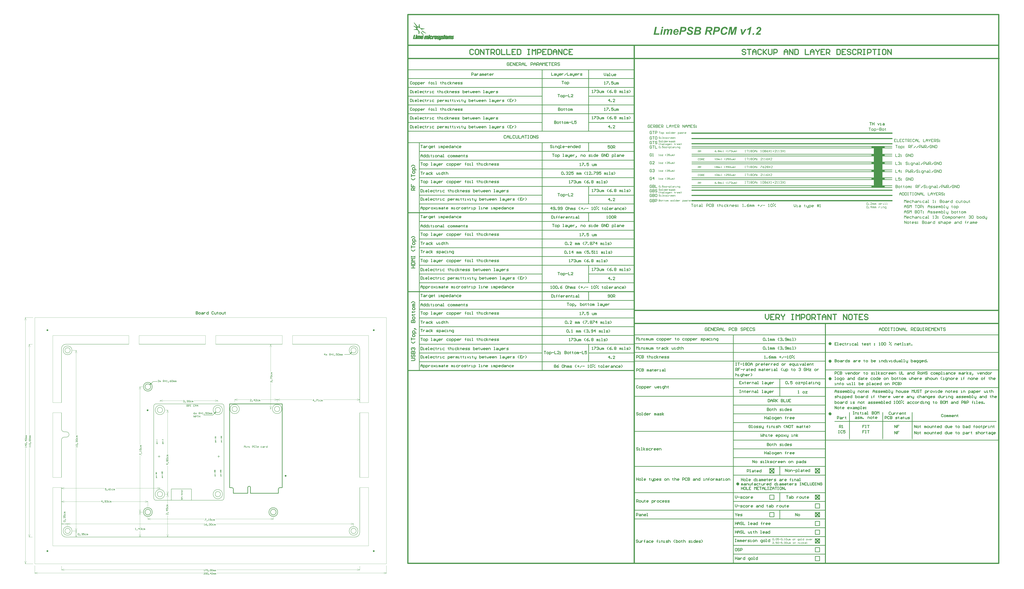
<source format=gm1>
G04*
G04 #@! TF.GenerationSoftware,Altium Limited,Altium Designer,19.1.6 (110)*
G04*
G04 Layer_Color=16711935*
%FSLAX44Y44*%
%MOMM*%
G71*
G01*
G75*
%ADD10C,0.1000*%
%ADD11C,0.2500*%
%ADD12C,0.2000*%
%ADD13C,0.3000*%
%ADD14C,1.0000*%
%ADD16C,0.4000*%
%ADD17C,0.2540*%
%ADD18C,0.1500*%
%ADD20C,0.0254*%
%ADD21C,0.0260*%
%ADD230C,0.7000*%
%ADD231C,0.6000*%
%ADD232C,0.5000*%
%ADD233C,0.3500*%
%ADD428C,0.1524*%
G36*
X4692750Y2219000D02*
X4679500D01*
Y2183750D01*
X4692750D01*
Y2174000D01*
X4679500D01*
Y2138750D01*
X4692750D01*
Y2129000D01*
X4679500D01*
Y2093750D01*
X4692750D01*
Y2084000D01*
X4679500D01*
Y2048750D01*
X4692750D01*
Y2039000D01*
X4679500D01*
Y2003750D01*
X4692750D01*
Y1994000D01*
X4617000D01*
Y2003750D01*
X4630250D01*
Y2039000D01*
X4617000D01*
Y2048750D01*
X4630250D01*
Y2084000D01*
X4617000D01*
Y2093750D01*
X4630250D01*
Y2129000D01*
X4617000D01*
Y2138750D01*
X4630250D01*
Y2174000D01*
X4617000D01*
Y2183750D01*
X4630250D01*
Y2219000D01*
X4617000D01*
Y2228750D01*
X4692750D01*
Y2219000D01*
D02*
G37*
G36*
X3429411Y2901916D02*
X3420663D01*
X3422281Y2909832D01*
X3431073D01*
X3429411Y2901916D01*
D02*
G37*
G36*
X3586215Y2910576D02*
X3586783D01*
X3587439Y2910489D01*
X3588227Y2910445D01*
X3589058Y2910313D01*
X3589976Y2910139D01*
X3590938Y2909964D01*
X3591945Y2909701D01*
X3592950Y2909395D01*
X3594000Y2909045D01*
X3594962Y2908608D01*
X3595968Y2908127D01*
X3596887Y2907558D01*
X3597718Y2906902D01*
X3597762Y2906858D01*
X3597893Y2906727D01*
X3598112Y2906508D01*
X3598418Y2906246D01*
X3598724Y2905852D01*
X3599118Y2905415D01*
X3599511Y2904890D01*
X3599949Y2904278D01*
X3600386Y2903622D01*
X3600780Y2902878D01*
X3601173Y2902047D01*
X3601567Y2901172D01*
X3601873Y2900254D01*
X3602136Y2899248D01*
X3602354Y2898198D01*
X3602485Y2897061D01*
X3593650Y2896667D01*
Y2896711D01*
Y2896798D01*
X3593607Y2896973D01*
X3593563Y2897192D01*
X3593519Y2897454D01*
X3593432Y2897761D01*
X3593213Y2898460D01*
X3592907Y2899248D01*
X3592513Y2900079D01*
X3591988Y2900866D01*
X3591288Y2901566D01*
X3591201Y2901653D01*
X3591070Y2901741D01*
X3590938Y2901828D01*
X3590720Y2901960D01*
X3590457Y2902134D01*
X3590151Y2902266D01*
X3589801Y2902440D01*
X3589408Y2902615D01*
X3589014Y2902747D01*
X3588533Y2902922D01*
X3588008Y2903053D01*
X3587396Y2903140D01*
X3586783Y2903228D01*
X3586127Y2903315D01*
X3584815D01*
X3584465Y2903271D01*
X3584115Y2903228D01*
X3583284Y2903140D01*
X3582409Y2902965D01*
X3581491Y2902747D01*
X3580660Y2902397D01*
X3580310Y2902178D01*
X3579960Y2901960D01*
X3579872Y2901916D01*
X3579698Y2901697D01*
X3579435Y2901435D01*
X3579173Y2901041D01*
X3578867Y2900516D01*
X3578604Y2899948D01*
X3578429Y2899291D01*
X3578342Y2898548D01*
Y2898460D01*
X3578385Y2898242D01*
X3578429Y2897892D01*
X3578517Y2897411D01*
X3578692Y2896929D01*
X3578954Y2896405D01*
X3579348Y2895836D01*
X3579829Y2895355D01*
X3579916Y2895311D01*
X3580004Y2895224D01*
X3580135Y2895136D01*
X3580310Y2895005D01*
X3580573Y2894830D01*
X3580879Y2894655D01*
X3581228Y2894436D01*
X3581622Y2894218D01*
X3582103Y2893955D01*
X3582628Y2893649D01*
X3583240Y2893343D01*
X3583940Y2892993D01*
X3584684Y2892643D01*
X3585515Y2892249D01*
X3586433Y2891856D01*
X3586477D01*
X3586521Y2891812D01*
X3586783Y2891725D01*
X3587177Y2891550D01*
X3587658Y2891287D01*
X3588314Y2891025D01*
X3589014Y2890675D01*
X3589757Y2890325D01*
X3590589Y2889931D01*
X3592251Y2889056D01*
X3593082Y2888619D01*
X3593869Y2888182D01*
X3594612Y2887701D01*
X3595269Y2887263D01*
X3595837Y2886826D01*
X3596318Y2886432D01*
X3596362Y2886389D01*
X3596450Y2886301D01*
X3596624Y2886126D01*
X3596800Y2885864D01*
X3597062Y2885557D01*
X3597324Y2885208D01*
X3597587Y2884770D01*
X3597893Y2884289D01*
X3598199Y2883764D01*
X3598462Y2883152D01*
X3598724Y2882539D01*
X3598987Y2881840D01*
X3599161Y2881052D01*
X3599336Y2880265D01*
X3599424Y2879434D01*
X3599467Y2878559D01*
Y2878472D01*
Y2878297D01*
X3599424Y2877991D01*
X3599380Y2877553D01*
X3599336Y2877072D01*
X3599205Y2876460D01*
X3599074Y2875804D01*
X3598899Y2875104D01*
X3598636Y2874316D01*
X3598330Y2873485D01*
X3597937Y2872654D01*
X3597455Y2871823D01*
X3596931Y2870948D01*
X3596318Y2870117D01*
X3595575Y2869243D01*
X3594744Y2868456D01*
X3594700Y2868412D01*
X3594525Y2868281D01*
X3594263Y2868062D01*
X3593869Y2867799D01*
X3593388Y2867493D01*
X3592819Y2867143D01*
X3592163Y2866750D01*
X3591376Y2866356D01*
X3590501Y2865963D01*
X3589495Y2865569D01*
X3588445Y2865219D01*
X3587264Y2864913D01*
X3585996Y2864650D01*
X3584684Y2864431D01*
X3583240Y2864300D01*
X3581710Y2864257D01*
X3581141D01*
X3580747Y2864300D01*
X3580222D01*
X3579654Y2864344D01*
X3578998Y2864431D01*
X3578298Y2864519D01*
X3577511Y2864607D01*
X3576723Y2864738D01*
X3575061Y2865088D01*
X3573355Y2865569D01*
X3572524Y2865831D01*
X3571693Y2866181D01*
X3571650Y2866225D01*
X3571518Y2866269D01*
X3571300Y2866400D01*
X3570994Y2866531D01*
X3570644Y2866750D01*
X3570250Y2866968D01*
X3569375Y2867581D01*
X3568369Y2868324D01*
X3567363Y2869243D01*
X3566445Y2870336D01*
X3566051Y2870948D01*
X3565701Y2871561D01*
Y2871605D01*
X3565614Y2871736D01*
X3565526Y2871911D01*
X3565439Y2872173D01*
X3565308Y2872479D01*
X3565176Y2872873D01*
X3565002Y2873354D01*
X3564870Y2873835D01*
X3564695Y2874404D01*
X3564564Y2875016D01*
X3564433Y2875672D01*
X3564301Y2876372D01*
X3564170Y2877903D01*
X3564127Y2879521D01*
X3572918Y2880002D01*
Y2879959D01*
Y2879828D01*
X3572962Y2879609D01*
Y2879346D01*
X3573006Y2878997D01*
X3573049Y2878603D01*
X3573181Y2877728D01*
X3573355Y2876766D01*
X3573574Y2875847D01*
X3573924Y2874973D01*
X3574099Y2874622D01*
X3574318Y2874316D01*
X3574362Y2874273D01*
X3574405Y2874229D01*
X3574536Y2874098D01*
X3574711Y2873967D01*
X3574974Y2873792D01*
X3575236Y2873573D01*
X3575586Y2873354D01*
X3576024Y2873135D01*
X3576505Y2872917D01*
X3577029Y2872698D01*
X3577642Y2872523D01*
X3578342Y2872304D01*
X3579085Y2872173D01*
X3579916Y2872042D01*
X3580835Y2871998D01*
X3581797Y2871955D01*
X3582234D01*
X3582541Y2871998D01*
X3582891D01*
X3583328Y2872042D01*
X3583809Y2872086D01*
X3584290Y2872173D01*
X3585384Y2872348D01*
X3586433Y2872654D01*
X3587439Y2873048D01*
X3587921Y2873311D01*
X3588314Y2873573D01*
X3588358D01*
X3588401Y2873660D01*
X3588620Y2873879D01*
X3588970Y2874185D01*
X3589364Y2874666D01*
X3589714Y2875235D01*
X3590064Y2875891D01*
X3590282Y2876635D01*
X3590370Y2877028D01*
Y2877466D01*
Y2877509D01*
Y2877553D01*
X3590326Y2877816D01*
X3590282Y2878166D01*
X3590151Y2878647D01*
X3589976Y2879171D01*
X3589670Y2879740D01*
X3589276Y2880309D01*
X3588708Y2880834D01*
X3588664Y2880877D01*
X3588577Y2880921D01*
X3588445Y2881009D01*
X3588270Y2881140D01*
X3588052Y2881271D01*
X3587789Y2881446D01*
X3587483Y2881621D01*
X3587090Y2881840D01*
X3586608Y2882058D01*
X3586083Y2882365D01*
X3585515Y2882627D01*
X3584815Y2882977D01*
X3584071Y2883327D01*
X3583197Y2883720D01*
X3582278Y2884114D01*
X3582234Y2884158D01*
X3582060Y2884201D01*
X3581797Y2884333D01*
X3581447Y2884508D01*
X3581010Y2884683D01*
X3580485Y2884901D01*
X3579960Y2885164D01*
X3579391Y2885426D01*
X3578123Y2886039D01*
X3576855Y2886651D01*
X3575674Y2887307D01*
X3575149Y2887569D01*
X3574668Y2887875D01*
X3574624D01*
X3574580Y2887963D01*
X3574449Y2888051D01*
X3574274Y2888138D01*
X3573837Y2888488D01*
X3573312Y2888925D01*
X3572699Y2889494D01*
X3572087Y2890194D01*
X3571475Y2890937D01*
X3570906Y2891812D01*
Y2891856D01*
X3570862Y2891943D01*
X3570775Y2892074D01*
X3570687Y2892249D01*
X3570600Y2892468D01*
X3570469Y2892730D01*
X3570250Y2893430D01*
X3569987Y2894261D01*
X3569769Y2895224D01*
X3569594Y2896273D01*
X3569550Y2897454D01*
Y2897542D01*
Y2897717D01*
X3569594Y2898023D01*
Y2898417D01*
X3569681Y2898898D01*
X3569769Y2899466D01*
X3569900Y2900079D01*
X3570075Y2900779D01*
X3570294Y2901478D01*
X3570556Y2902266D01*
X3570862Y2903053D01*
X3571256Y2903840D01*
X3571737Y2904627D01*
X3572262Y2905371D01*
X3572918Y2906158D01*
X3573618Y2906858D01*
X3573661Y2906902D01*
X3573793Y2907033D01*
X3574055Y2907208D01*
X3574362Y2907427D01*
X3574799Y2907733D01*
X3575324Y2908039D01*
X3575936Y2908389D01*
X3576636Y2908739D01*
X3577423Y2909089D01*
X3578342Y2909439D01*
X3579304Y2909745D01*
X3580354Y2910051D01*
X3581491Y2910270D01*
X3582759Y2910445D01*
X3584071Y2910576D01*
X3585471Y2910620D01*
X3585821D01*
X3586215Y2910576D01*
D02*
G37*
G36*
X3781858Y2910576D02*
X3782383D01*
X3782996Y2910489D01*
X3783695Y2910401D01*
X3784483Y2910270D01*
X3785357Y2910139D01*
X3786276Y2909920D01*
X3787238Y2909658D01*
X3788200Y2909351D01*
X3789207Y2908958D01*
X3790169Y2908520D01*
X3791131Y2907995D01*
X3792050Y2907383D01*
X3792924Y2906683D01*
X3792968Y2906639D01*
X3793099Y2906508D01*
X3793362Y2906290D01*
X3793624Y2905983D01*
X3794018Y2905590D01*
X3794411Y2905109D01*
X3794849Y2904540D01*
X3795286Y2903884D01*
X3795767Y2903184D01*
X3796205Y2902397D01*
X3796642Y2901522D01*
X3797079Y2900560D01*
X3797473Y2899554D01*
X3797779Y2898460D01*
X3798085Y2897279D01*
X3798260Y2896055D01*
X3789425Y2895224D01*
Y2895267D01*
X3789381Y2895399D01*
X3789338Y2895617D01*
X3789294Y2895880D01*
X3789207Y2896186D01*
X3789075Y2896536D01*
X3788813Y2897411D01*
X3788419Y2898329D01*
X3787894Y2899248D01*
X3787326Y2900122D01*
X3786976Y2900516D01*
X3786582Y2900866D01*
X3786538D01*
X3786495Y2900953D01*
X3786364Y2901041D01*
X3786188Y2901129D01*
X3785970Y2901303D01*
X3785751Y2901435D01*
X3785095Y2901784D01*
X3784308Y2902091D01*
X3783345Y2902397D01*
X3782252Y2902572D01*
X3780984Y2902659D01*
X3780634D01*
X3780327Y2902615D01*
X3780021Y2902572D01*
X3779584Y2902528D01*
X3779146Y2902484D01*
X3778665Y2902353D01*
X3777572Y2902091D01*
X3776391Y2901653D01*
X3775735Y2901391D01*
X3775122Y2901085D01*
X3774467Y2900735D01*
X3773854Y2900298D01*
X3773810Y2900254D01*
X3773723Y2900210D01*
X3773548Y2900035D01*
X3773286Y2899860D01*
X3773023Y2899597D01*
X3772717Y2899291D01*
X3772323Y2898942D01*
X3771930Y2898504D01*
X3771536Y2898023D01*
X3771099Y2897498D01*
X3770661Y2896886D01*
X3770224Y2896230D01*
X3769786Y2895530D01*
X3769349Y2894742D01*
X3768955Y2893911D01*
X3768562Y2892993D01*
Y2892949D01*
X3768474Y2892774D01*
X3768387Y2892512D01*
X3768256Y2892162D01*
X3768124Y2891681D01*
X3767950Y2891156D01*
X3767774Y2890587D01*
X3767599Y2889931D01*
X3767381Y2889188D01*
X3767206Y2888400D01*
X3766900Y2886738D01*
X3766681Y2884989D01*
X3766637Y2884070D01*
X3766594Y2883152D01*
Y2883108D01*
Y2882933D01*
Y2882627D01*
X3766637Y2882277D01*
X3766681Y2881796D01*
X3766725Y2881271D01*
X3766812Y2880703D01*
X3766900Y2880090D01*
X3767206Y2878734D01*
X3767425Y2878034D01*
X3767687Y2877335D01*
X3767950Y2876678D01*
X3768299Y2875979D01*
X3768693Y2875366D01*
X3769130Y2874798D01*
X3769174Y2874754D01*
X3769261Y2874666D01*
X3769393Y2874535D01*
X3769612Y2874360D01*
X3769830Y2874098D01*
X3770136Y2873879D01*
X3770486Y2873617D01*
X3770923Y2873354D01*
X3771361Y2873048D01*
X3771842Y2872786D01*
X3772935Y2872348D01*
X3773548Y2872130D01*
X3774160Y2871998D01*
X3774860Y2871911D01*
X3775560Y2871867D01*
X3775910D01*
X3776172Y2871911D01*
X3776479Y2871955D01*
X3776872Y2871998D01*
X3777266Y2872042D01*
X3777747Y2872173D01*
X3778753Y2872436D01*
X3779846Y2872829D01*
X3780415Y2873092D01*
X3780984Y2873442D01*
X3781552Y2873792D01*
X3782121Y2874185D01*
X3782165Y2874229D01*
X3782252Y2874316D01*
X3782427Y2874448D01*
X3782602Y2874623D01*
X3782864Y2874841D01*
X3783127Y2875148D01*
X3783477Y2875497D01*
X3783783Y2875935D01*
X3784133Y2876372D01*
X3784526Y2876897D01*
X3784876Y2877466D01*
X3785270Y2878078D01*
X3785620Y2878734D01*
X3785970Y2879434D01*
X3786276Y2880221D01*
X3786582Y2881052D01*
X3795898Y2879609D01*
X3795855Y2879521D01*
X3795767Y2879259D01*
X3795592Y2878909D01*
X3795374Y2878384D01*
X3795111Y2877728D01*
X3794761Y2877028D01*
X3794324Y2876197D01*
X3793843Y2875366D01*
X3793274Y2874448D01*
X3792662Y2873485D01*
X3792006Y2872523D01*
X3791262Y2871605D01*
X3790475Y2870642D01*
X3789600Y2869724D01*
X3788682Y2868893D01*
X3787675Y2868105D01*
X3787632Y2868062D01*
X3787413Y2867931D01*
X3787107Y2867756D01*
X3786713Y2867493D01*
X3786188Y2867187D01*
X3785576Y2866881D01*
X3784876Y2866487D01*
X3784045Y2866137D01*
X3783170Y2865787D01*
X3782165Y2865438D01*
X3781158Y2865088D01*
X3780021Y2864781D01*
X3778840Y2864519D01*
X3777572Y2864344D01*
X3776303Y2864213D01*
X3774948Y2864169D01*
X3774598D01*
X3774160Y2864213D01*
X3773592Y2864257D01*
X3772892Y2864300D01*
X3772104Y2864431D01*
X3771230Y2864563D01*
X3770268Y2864781D01*
X3769261Y2865044D01*
X3768212Y2865394D01*
X3767118Y2865787D01*
X3766069Y2866269D01*
X3765019Y2866837D01*
X3763969Y2867493D01*
X3763007Y2868237D01*
X3762088Y2869112D01*
X3762045Y2869155D01*
X3761913Y2869330D01*
X3761651Y2869637D01*
X3761389Y2870030D01*
X3761039Y2870555D01*
X3760645Y2871167D01*
X3760208Y2871911D01*
X3759814Y2872786D01*
X3759377Y2873748D01*
X3758939Y2874798D01*
X3758546Y2875979D01*
X3758195Y2877291D01*
X3757933Y2878647D01*
X3757715Y2880178D01*
X3757540Y2881796D01*
X3757496Y2883502D01*
Y2883546D01*
Y2883589D01*
Y2883852D01*
Y2884245D01*
X3757540Y2884814D01*
X3757583Y2885470D01*
X3757671Y2886257D01*
X3757758Y2887132D01*
X3757889Y2888138D01*
X3758021Y2889188D01*
X3758239Y2890281D01*
X3758502Y2891462D01*
X3758808Y2892643D01*
X3759158Y2893868D01*
X3759551Y2895092D01*
X3760033Y2896317D01*
X3760558Y2897498D01*
X3760601Y2897585D01*
X3760689Y2897761D01*
X3760864Y2898110D01*
X3761126Y2898548D01*
X3761432Y2899073D01*
X3761826Y2899685D01*
X3762263Y2900341D01*
X3762788Y2901085D01*
X3763401Y2901872D01*
X3764013Y2902659D01*
X3764756Y2903447D01*
X3765500Y2904278D01*
X3766331Y2905065D01*
X3767206Y2905808D01*
X3768168Y2906552D01*
X3769174Y2907208D01*
X3769218Y2907252D01*
X3769437Y2907339D01*
X3769743Y2907514D01*
X3770136Y2907733D01*
X3770661Y2907995D01*
X3771273Y2908302D01*
X3771973Y2908608D01*
X3772761Y2908914D01*
X3773592Y2909220D01*
X3774510Y2909526D01*
X3775516Y2909832D01*
X3776566Y2910095D01*
X3777659Y2910314D01*
X3778797Y2910489D01*
X3779978Y2910576D01*
X3781158Y2910620D01*
X3781465D01*
X3781858Y2910576D01*
D02*
G37*
G36*
X3474856Y2898198D02*
X3475162D01*
X3475555Y2898154D01*
X3476430Y2897979D01*
X3477393Y2897717D01*
X3478398Y2897367D01*
X3479405Y2896842D01*
X3479842Y2896492D01*
X3480279Y2896142D01*
X3480323Y2896098D01*
X3480367Y2896055D01*
X3480498Y2895923D01*
X3480629Y2895749D01*
X3480804Y2895530D01*
X3480979Y2895311D01*
X3481373Y2894655D01*
X3481766Y2893868D01*
X3482116Y2892906D01*
X3482379Y2891812D01*
X3482422Y2891200D01*
X3482466Y2890587D01*
Y2890500D01*
Y2890281D01*
X3482422Y2890062D01*
Y2889844D01*
X3482379Y2889581D01*
X3482335Y2889231D01*
X3482291Y2888882D01*
X3482204Y2888444D01*
X3482160Y2887963D01*
X3482072Y2887438D01*
X3481942Y2886870D01*
X3481854Y2886257D01*
X3481723Y2885557D01*
X3481548Y2884814D01*
X3477305Y2865000D01*
X3468557D01*
X3472756Y2884814D01*
Y2884857D01*
X3472800Y2884989D01*
X3472844Y2885164D01*
X3472887Y2885382D01*
X3472931Y2885688D01*
X3473019Y2886039D01*
X3473150Y2886738D01*
X3473281Y2887482D01*
X3473412Y2888138D01*
X3473456Y2888444D01*
X3473500Y2888706D01*
X3473543Y2888882D01*
Y2889013D01*
Y2889056D01*
Y2889231D01*
X3473500Y2889494D01*
X3473456Y2889800D01*
X3473325Y2890150D01*
X3473194Y2890500D01*
X3472975Y2890850D01*
X3472712Y2891156D01*
X3472669Y2891200D01*
X3472581Y2891287D01*
X3472363Y2891418D01*
X3472100Y2891593D01*
X3471750Y2891725D01*
X3471357Y2891856D01*
X3470832Y2891943D01*
X3470263Y2891987D01*
X3469957D01*
X3469695Y2891943D01*
X3469432Y2891899D01*
X3469082Y2891812D01*
X3468295Y2891550D01*
X3467857Y2891375D01*
X3467376Y2891156D01*
X3466895Y2890850D01*
X3466414Y2890500D01*
X3465889Y2890106D01*
X3465408Y2889625D01*
X3464883Y2889100D01*
X3464402Y2888488D01*
Y2888444D01*
X3464315Y2888357D01*
X3464227Y2888225D01*
X3464096Y2888007D01*
X3463921Y2887744D01*
X3463746Y2887394D01*
X3463527Y2886957D01*
X3463265Y2886476D01*
X3463046Y2885907D01*
X3462784Y2885251D01*
X3462478Y2884551D01*
X3462215Y2883764D01*
X3461953Y2882845D01*
X3461690Y2881883D01*
X3461428Y2880834D01*
X3461165Y2879696D01*
X3458104Y2865000D01*
X3449356D01*
X3453424Y2884639D01*
Y2884683D01*
X3453467Y2884770D01*
X3453511Y2884945D01*
X3453555Y2885164D01*
X3453599Y2885470D01*
X3453642Y2885776D01*
X3453773Y2886432D01*
X3453905Y2887176D01*
X3454036Y2887919D01*
X3454080Y2888531D01*
X3454124Y2888794D01*
Y2889013D01*
Y2889056D01*
Y2889231D01*
X3454080Y2889494D01*
X3454036Y2889756D01*
X3453905Y2890106D01*
X3453773Y2890456D01*
X3453555Y2890806D01*
X3453249Y2891156D01*
X3453205Y2891200D01*
X3453074Y2891287D01*
X3452899Y2891418D01*
X3452636Y2891593D01*
X3452286Y2891725D01*
X3451849Y2891856D01*
X3451368Y2891943D01*
X3450843Y2891987D01*
X3450581D01*
X3450318Y2891943D01*
X3449925Y2891899D01*
X3449487Y2891768D01*
X3448962Y2891637D01*
X3448438Y2891418D01*
X3447869Y2891112D01*
X3447781Y2891068D01*
X3447607Y2890937D01*
X3447344Y2890762D01*
X3446950Y2890500D01*
X3446557Y2890150D01*
X3446119Y2889756D01*
X3445638Y2889275D01*
X3445201Y2888750D01*
X3445157Y2888663D01*
X3445026Y2888488D01*
X3444807Y2888138D01*
X3444545Y2887701D01*
X3444239Y2887176D01*
X3443889Y2886519D01*
X3443539Y2885732D01*
X3443232Y2884901D01*
Y2884857D01*
X3443145Y2884683D01*
X3443058Y2884333D01*
X3443014Y2884114D01*
X3442926Y2883852D01*
X3442839Y2883545D01*
X3442751Y2883195D01*
X3442664Y2882802D01*
X3442533Y2882321D01*
X3442445Y2881840D01*
X3442314Y2881227D01*
X3442139Y2880615D01*
X3442008Y2879915D01*
X3438902Y2865000D01*
X3430155D01*
X3436934Y2897498D01*
X3445157D01*
X3444370Y2893518D01*
X3444413Y2893561D01*
X3444588Y2893737D01*
X3444851Y2893955D01*
X3445201Y2894261D01*
X3445638Y2894611D01*
X3446207Y2895005D01*
X3446776Y2895442D01*
X3447475Y2895880D01*
X3448219Y2896317D01*
X3449006Y2896754D01*
X3449837Y2897148D01*
X3450712Y2897498D01*
X3451630Y2897804D01*
X3452592Y2898023D01*
X3453555Y2898198D01*
X3454561Y2898242D01*
X3454911D01*
X3455173Y2898198D01*
X3455479D01*
X3455829Y2898154D01*
X3456660Y2898067D01*
X3457535Y2897848D01*
X3458497Y2897585D01*
X3459416Y2897236D01*
X3460203Y2896711D01*
X3460247D01*
X3460291Y2896623D01*
X3460509Y2896448D01*
X3460859Y2896098D01*
X3461297Y2895617D01*
X3461734Y2895005D01*
X3462128Y2894261D01*
X3462521Y2893430D01*
X3462784Y2892468D01*
Y2892512D01*
X3462871Y2892599D01*
X3462959Y2892687D01*
X3463090Y2892862D01*
X3463484Y2893343D01*
X3464052Y2893911D01*
X3464708Y2894568D01*
X3465539Y2895224D01*
X3466545Y2895923D01*
X3467639Y2896580D01*
X3467682D01*
X3467770Y2896667D01*
X3467945Y2896754D01*
X3468207Y2896842D01*
X3468470Y2896973D01*
X3468820Y2897104D01*
X3469213Y2897236D01*
X3469651Y2897411D01*
X3470613Y2897717D01*
X3471750Y2897979D01*
X3472931Y2898154D01*
X3474200Y2898242D01*
X3474593D01*
X3474856Y2898198D01*
D02*
G37*
G36*
X3842349Y2865000D02*
X3833995D01*
X3841737Y2902178D01*
X3825116Y2865000D01*
X3816368D01*
X3814706Y2902440D01*
X3807621Y2865000D01*
X3799266D01*
X3808626Y2909832D01*
X3821792D01*
X3823192Y2878997D01*
X3837275Y2909832D01*
X3850485D01*
X3842349Y2865000D01*
D02*
G37*
G36*
X3885082Y2865000D02*
X3877515Y2865000D01*
X3871042Y2897498D01*
X3879658D01*
X3881933Y2883283D01*
Y2883239D01*
X3881976Y2883021D01*
X3882020Y2882758D01*
X3882064Y2882365D01*
X3882151Y2881883D01*
X3882239Y2881359D01*
X3882326Y2880790D01*
X3882414Y2880178D01*
X3882632Y2878909D01*
X3882808Y2877641D01*
X3882895Y2877072D01*
X3882939Y2876547D01*
X3883026Y2876066D01*
X3883070Y2875672D01*
Y2875716D01*
X3883157Y2875804D01*
X3883245Y2876022D01*
X3883464Y2876328D01*
X3883595Y2876547D01*
X3883726Y2876853D01*
X3883901Y2877160D01*
X3884120Y2877509D01*
X3884338Y2877947D01*
X3884601Y2878428D01*
X3884907Y2878953D01*
X3885213Y2879565D01*
X3885257Y2879609D01*
X3885301Y2879696D01*
X3885388Y2879872D01*
X3885519Y2880134D01*
X3885651Y2880396D01*
X3885826Y2880703D01*
X3886219Y2881402D01*
X3886613Y2882102D01*
X3886963Y2882802D01*
X3887137Y2883108D01*
X3887269Y2883370D01*
X3887400Y2883589D01*
X3887487Y2883764D01*
X3895579Y2897498D01*
X3905070D01*
X3885082Y2865000D01*
D02*
G37*
G36*
X3976758Y2910007D02*
X3977283Y2909964D01*
X3977896Y2909876D01*
X3978552Y2909745D01*
X3979295Y2909614D01*
X3980039Y2909439D01*
X3980870Y2909220D01*
X3981701Y2908958D01*
X3982488Y2908608D01*
X3983319Y2908214D01*
X3984106Y2907777D01*
X3984850Y2907252D01*
X3985550Y2906639D01*
X3985594Y2906596D01*
X3985725Y2906465D01*
X3985900Y2906290D01*
X3986118Y2906027D01*
X3986381Y2905677D01*
X3986687Y2905284D01*
X3986993Y2904803D01*
X3987343Y2904278D01*
X3987693Y2903665D01*
X3987999Y2903009D01*
X3988305Y2902309D01*
X3988568Y2901566D01*
X3988787Y2900735D01*
X3989005Y2899860D01*
X3989093Y2898942D01*
X3989136Y2897979D01*
Y2897935D01*
Y2897848D01*
Y2897717D01*
Y2897542D01*
X3989093Y2897279D01*
Y2897017D01*
X3989005Y2896317D01*
X3988874Y2895530D01*
X3988655Y2894612D01*
X3988393Y2893649D01*
X3987999Y2892643D01*
Y2892599D01*
X3987956Y2892512D01*
X3987868Y2892381D01*
X3987780Y2892162D01*
X3987650Y2891943D01*
X3987518Y2891637D01*
X3987125Y2890937D01*
X3986643Y2890106D01*
X3986031Y2889144D01*
X3985287Y2888138D01*
X3984413Y2887044D01*
Y2887001D01*
X3984325Y2886957D01*
X3984238Y2886826D01*
X3984063Y2886651D01*
X3983888Y2886432D01*
X3983625Y2886170D01*
X3983319Y2885864D01*
X3983013Y2885514D01*
X3982619Y2885120D01*
X3982182Y2884683D01*
X3981701Y2884201D01*
X3981176Y2883677D01*
X3980564Y2883108D01*
X3979951Y2882496D01*
X3979251Y2881840D01*
X3978508Y2881140D01*
X3978464Y2881096D01*
X3978333Y2880965D01*
X3978114Y2880790D01*
X3977852Y2880528D01*
X3977546Y2880221D01*
X3977152Y2879872D01*
X3976321Y2879084D01*
X3975403Y2878209D01*
X3974484Y2877335D01*
X3973697Y2876547D01*
X3973391Y2876241D01*
X3973084Y2875935D01*
X3973040Y2875891D01*
X3972866Y2875673D01*
X3972603Y2875410D01*
X3972297Y2875060D01*
X3971903Y2874623D01*
X3971466Y2874098D01*
X3970591Y2873004D01*
X3986075D01*
X3984413Y2865000D01*
X3957207D01*
Y2865044D01*
Y2865132D01*
X3957251Y2865306D01*
X3957295Y2865569D01*
X3957338Y2865875D01*
X3957426Y2866181D01*
X3957513Y2866575D01*
X3957601Y2867012D01*
X3957820Y2867975D01*
X3958169Y2869024D01*
X3958563Y2870117D01*
X3959088Y2871255D01*
Y2871299D01*
X3959175Y2871386D01*
X3959263Y2871561D01*
X3959350Y2871780D01*
X3959525Y2872042D01*
X3959700Y2872348D01*
X3960138Y2873092D01*
X3960706Y2873923D01*
X3961362Y2874885D01*
X3962062Y2875847D01*
X3962893Y2876810D01*
X3962937Y2876853D01*
X3963024Y2876941D01*
X3963156Y2877072D01*
X3963331Y2877291D01*
X3963593Y2877597D01*
X3963943Y2877947D01*
X3964337Y2878340D01*
X3964774Y2878822D01*
X3965299Y2879347D01*
X3965911Y2879959D01*
X3966611Y2880659D01*
X3967355Y2881402D01*
X3968186Y2882233D01*
X3969104Y2883108D01*
X3970110Y2884070D01*
X3971204Y2885120D01*
X3971247Y2885164D01*
X3971422Y2885295D01*
X3971641Y2885514D01*
X3971947Y2885820D01*
X3972297Y2886170D01*
X3972691Y2886563D01*
X3973609Y2887482D01*
X3974572Y2888444D01*
X3975490Y2889363D01*
X3975927Y2889800D01*
X3976321Y2890194D01*
X3976627Y2890544D01*
X3976890Y2890806D01*
X3976933Y2890850D01*
X3976977Y2890894D01*
X3977108Y2891025D01*
X3977239Y2891200D01*
X3977589Y2891637D01*
X3978071Y2892206D01*
X3978552Y2892862D01*
X3979033Y2893518D01*
X3979470Y2894261D01*
X3979820Y2894918D01*
X3979864Y2895005D01*
X3979951Y2895224D01*
X3980083Y2895530D01*
X3980258Y2895967D01*
X3980389Y2896448D01*
X3980520Y2896973D01*
X3980607Y2897542D01*
X3980651Y2898067D01*
Y2898110D01*
Y2898154D01*
Y2898286D01*
Y2898460D01*
X3980564Y2898854D01*
X3980476Y2899379D01*
X3980301Y2899948D01*
X3980083Y2900560D01*
X3979733Y2901172D01*
X3979295Y2901741D01*
X3979251Y2901784D01*
X3979077Y2901960D01*
X3978770Y2902178D01*
X3978377Y2902484D01*
X3977896Y2902747D01*
X3977327Y2902965D01*
X3976671Y2903140D01*
X3975927Y2903184D01*
X3975840D01*
X3975577Y2903140D01*
X3975184Y2903097D01*
X3974703Y2903009D01*
X3974090Y2902791D01*
X3973478Y2902528D01*
X3972866Y2902134D01*
X3972253Y2901609D01*
X3972166Y2901522D01*
X3971991Y2901303D01*
X3971860Y2901129D01*
X3971729Y2900910D01*
X3971554Y2900647D01*
X3971378Y2900298D01*
X3971204Y2899948D01*
X3971029Y2899510D01*
X3970810Y2899073D01*
X3970635Y2898548D01*
X3970460Y2897979D01*
X3970241Y2897367D01*
X3970110Y2896667D01*
X3969935Y2895923D01*
X3961362Y2897192D01*
Y2897279D01*
X3961406Y2897455D01*
X3961494Y2897804D01*
X3961581Y2898198D01*
X3961712Y2898723D01*
X3961887Y2899335D01*
X3962106Y2899991D01*
X3962325Y2900735D01*
X3962631Y2901478D01*
X3962981Y2902266D01*
X3963374Y2903053D01*
X3963812Y2903840D01*
X3964337Y2904627D01*
X3964861Y2905371D01*
X3965474Y2906071D01*
X3966174Y2906727D01*
X3966217Y2906771D01*
X3966349Y2906858D01*
X3966567Y2907033D01*
X3966873Y2907252D01*
X3967224Y2907514D01*
X3967661Y2907777D01*
X3968186Y2908083D01*
X3968798Y2908389D01*
X3969454Y2908695D01*
X3970154Y2909001D01*
X3970941Y2909264D01*
X3971816Y2909526D01*
X3972691Y2909745D01*
X3973653Y2909920D01*
X3974659Y2910007D01*
X3975709Y2910051D01*
X3976321D01*
X3976758Y2910007D01*
D02*
G37*
G36*
X3947410Y2865000D02*
X3938706D01*
X3940499Y2873485D01*
X3949203D01*
X3947410Y2865000D01*
D02*
G37*
G36*
X3923703D02*
X3914868D01*
X3921341Y2896011D01*
X3921298D01*
X3921210Y2895923D01*
X3921079Y2895836D01*
X3920860Y2895705D01*
X3920598Y2895574D01*
X3920292Y2895399D01*
X3919942Y2895180D01*
X3919504Y2894961D01*
X3918586Y2894436D01*
X3917492Y2893911D01*
X3916311Y2893343D01*
X3914999Y2892774D01*
X3914955D01*
X3914824Y2892731D01*
X3914649Y2892643D01*
X3914387Y2892556D01*
X3914081Y2892424D01*
X3913731Y2892293D01*
X3913293Y2892118D01*
X3912856Y2891943D01*
X3911850Y2891637D01*
X3910800Y2891287D01*
X3909707Y2890981D01*
X3908613Y2890719D01*
X3910275Y2898548D01*
X3910319D01*
X3910407Y2898592D01*
X3910582Y2898679D01*
X3910757Y2898766D01*
X3911063Y2898898D01*
X3911369Y2899029D01*
X3911719Y2899204D01*
X3912156Y2899423D01*
X3913075Y2899904D01*
X3914168Y2900472D01*
X3915393Y2901129D01*
X3916705Y2901828D01*
X3918105Y2902659D01*
X3919548Y2903534D01*
X3920992Y2904496D01*
X3922435Y2905502D01*
X3923878Y2906596D01*
X3925278Y2907689D01*
X3926590Y2908870D01*
X3927815Y2910095D01*
X3933107D01*
X3923703Y2865000D01*
D02*
G37*
G36*
X3741094Y2909789D02*
X3741575D01*
X3742100Y2909745D01*
X3742668Y2909701D01*
X3743893Y2909526D01*
X3745205Y2909351D01*
X3746430Y2909045D01*
X3747042Y2908870D01*
X3747567Y2908651D01*
X3747611D01*
X3747698Y2908608D01*
X3747830Y2908520D01*
X3748048Y2908433D01*
X3748573Y2908170D01*
X3749185Y2907733D01*
X3749929Y2907208D01*
X3750673Y2906552D01*
X3751416Y2905765D01*
X3752072Y2904846D01*
Y2904803D01*
X3752160Y2904715D01*
X3752247Y2904584D01*
X3752335Y2904365D01*
X3752466Y2904146D01*
X3752597Y2903840D01*
X3752728Y2903490D01*
X3752903Y2903097D01*
X3753210Y2902178D01*
X3753472Y2901085D01*
X3753647Y2899860D01*
X3753734Y2898548D01*
Y2898504D01*
Y2898417D01*
Y2898198D01*
Y2897979D01*
X3753690Y2897673D01*
X3753647Y2897323D01*
X3753603Y2896930D01*
X3753559Y2896448D01*
X3753384Y2895443D01*
X3753166Y2894349D01*
X3752816Y2893168D01*
X3752379Y2891943D01*
Y2891899D01*
X3752335Y2891812D01*
X3752247Y2891637D01*
X3752160Y2891418D01*
X3752029Y2891156D01*
X3751854Y2890850D01*
X3751504Y2890106D01*
X3751023Y2889275D01*
X3750454Y2888444D01*
X3749842Y2887613D01*
X3749142Y2886826D01*
X3749054Y2886738D01*
X3748835Y2886520D01*
X3748442Y2886170D01*
X3747917Y2885732D01*
X3747305Y2885251D01*
X3746605Y2884770D01*
X3745861Y2884333D01*
X3745030Y2883895D01*
X3744987D01*
X3744943Y2883852D01*
X3744812Y2883808D01*
X3744637Y2883720D01*
X3744418Y2883633D01*
X3744156Y2883546D01*
X3743849Y2883458D01*
X3743456Y2883327D01*
X3742625Y2883064D01*
X3741619Y2882845D01*
X3740438Y2882583D01*
X3739125Y2882365D01*
X3739038D01*
X3738907Y2882321D01*
X3738426D01*
X3738120Y2882277D01*
X3737726D01*
X3737289Y2882233D01*
X3736764Y2882190D01*
X3736195D01*
X3735495Y2882146D01*
X3733964D01*
X3733046Y2882102D01*
X3725085D01*
X3721499Y2865000D01*
X3712314D01*
X3721674Y2909832D01*
X3740700Y2909832D01*
X3741094Y2909789D01*
D02*
G37*
G36*
X3697836Y2909789D02*
X3698317D01*
X3698886Y2909745D01*
X3699498Y2909701D01*
X3700767Y2909570D01*
X3702079Y2909351D01*
X3703391Y2909089D01*
X3703959Y2908914D01*
X3704528Y2908739D01*
X3704572D01*
X3704659Y2908695D01*
X3704791Y2908608D01*
X3705009Y2908520D01*
X3705272Y2908433D01*
X3705534Y2908258D01*
X3706190Y2907864D01*
X3706934Y2907339D01*
X3707721Y2906683D01*
X3708465Y2905852D01*
X3709164Y2904890D01*
Y2904846D01*
X3709252Y2904759D01*
X3709339Y2904627D01*
X3709427Y2904409D01*
X3709602Y2904102D01*
X3709733Y2903796D01*
X3709908Y2903403D01*
X3710083Y2903009D01*
X3710214Y2902528D01*
X3710389Y2902003D01*
X3710695Y2900822D01*
X3710870Y2899510D01*
X3710958Y2898067D01*
Y2898023D01*
Y2897804D01*
Y2897498D01*
X3710914Y2897104D01*
X3710870Y2896623D01*
X3710783Y2896055D01*
X3710652Y2895442D01*
X3710520Y2894742D01*
X3710345Y2893999D01*
X3710127Y2893255D01*
X3709821Y2892468D01*
X3709514Y2891681D01*
X3709121Y2890894D01*
X3708640Y2890106D01*
X3708115Y2889319D01*
X3707502Y2888619D01*
X3707458Y2888575D01*
X3707327Y2888444D01*
X3707152Y2888269D01*
X3706846Y2888007D01*
X3706496Y2887744D01*
X3706059Y2887394D01*
X3705534Y2887044D01*
X3704922Y2886651D01*
X3704222Y2886257D01*
X3703478Y2885864D01*
X3702603Y2885470D01*
X3701685Y2885120D01*
X3700679Y2884770D01*
X3699586Y2884464D01*
X3698405Y2884245D01*
X3697136Y2884026D01*
X3697224Y2883939D01*
X3697442Y2883720D01*
X3697792Y2883370D01*
X3698230Y2882933D01*
X3698755Y2882321D01*
X3699279Y2881577D01*
X3699892Y2880746D01*
X3700461Y2879828D01*
X3700504Y2879784D01*
X3700592Y2879565D01*
X3700767Y2879303D01*
X3700985Y2878865D01*
X3701292Y2878340D01*
X3701642Y2877684D01*
X3702035Y2876897D01*
X3702473Y2876022D01*
X3702997Y2875016D01*
X3703522Y2873923D01*
X3704091Y2872698D01*
X3704703Y2871342D01*
X3705316Y2869943D01*
X3705971Y2868368D01*
X3706671Y2866750D01*
X3707371Y2865000D01*
X3697442D01*
Y2865044D01*
X3697399Y2865175D01*
X3697311Y2865394D01*
X3697180Y2865700D01*
X3697049Y2866137D01*
X3696874Y2866619D01*
X3696655Y2867187D01*
X3696393Y2867887D01*
X3696086Y2868674D01*
X3695780Y2869549D01*
X3695387Y2870511D01*
X3694949Y2871561D01*
X3694468Y2872742D01*
X3693943Y2874010D01*
X3693375Y2875366D01*
X3692762Y2876810D01*
Y2876853D01*
X3692675Y2876985D01*
X3692587Y2877203D01*
X3692412Y2877509D01*
X3692238Y2877859D01*
X3692063Y2878253D01*
X3691538Y2879171D01*
X3690925Y2880178D01*
X3690226Y2881140D01*
X3689875Y2881577D01*
X3689482Y2882014D01*
X3689088Y2882365D01*
X3688695Y2882671D01*
X3688651Y2882715D01*
X3688432Y2882802D01*
X3688126Y2882977D01*
X3687645Y2883152D01*
X3686989Y2883283D01*
X3686245Y2883458D01*
X3685283Y2883546D01*
X3684714Y2883589D01*
X3680384D01*
X3676492Y2865000D01*
X3667307D01*
X3676667Y2909832D01*
X3697399D01*
X3697836Y2909789D01*
D02*
G37*
G36*
X3631310D02*
X3631878D01*
X3633015Y2909745D01*
X3634196Y2909701D01*
X3634721Y2909658D01*
X3635246Y2909614D01*
X3635727Y2909570D01*
X3636121Y2909526D01*
X3636165D01*
X3636252Y2909482D01*
X3636427D01*
X3636689Y2909439D01*
X3636952Y2909395D01*
X3637302Y2909308D01*
X3638089Y2909133D01*
X3638964Y2908870D01*
X3639882Y2908520D01*
X3640844Y2908127D01*
X3641719Y2907646D01*
X3641763D01*
X3641807Y2907602D01*
X3641938Y2907514D01*
X3642113Y2907383D01*
X3642506Y2907077D01*
X3643031Y2906683D01*
X3643600Y2906158D01*
X3644169Y2905546D01*
X3644737Y2904803D01*
X3645218Y2903971D01*
Y2903928D01*
X3645262Y2903884D01*
X3645349Y2903753D01*
X3645393Y2903578D01*
X3645612Y2903097D01*
X3645831Y2902484D01*
X3646049Y2901741D01*
X3646268Y2900910D01*
X3646399Y2899948D01*
X3646443Y2898941D01*
Y2898898D01*
Y2898766D01*
Y2898592D01*
X3646399Y2898329D01*
Y2897979D01*
X3646356Y2897585D01*
X3646268Y2897192D01*
X3646181Y2896711D01*
X3645918Y2895705D01*
X3645568Y2894611D01*
X3645043Y2893518D01*
X3644693Y2892949D01*
X3644344Y2892424D01*
X3644300Y2892381D01*
X3644256Y2892293D01*
X3644125Y2892162D01*
X3643950Y2891987D01*
X3643731Y2891768D01*
X3643469Y2891506D01*
X3643163Y2891200D01*
X3642769Y2890894D01*
X3642375Y2890587D01*
X3641894Y2890237D01*
X3641369Y2889887D01*
X3640801Y2889538D01*
X3640145Y2889231D01*
X3639489Y2888882D01*
X3638745Y2888575D01*
X3637958Y2888313D01*
X3638001D01*
X3638089Y2888269D01*
X3638307Y2888225D01*
X3638526Y2888138D01*
X3638789Y2888007D01*
X3639138Y2887875D01*
X3639926Y2887526D01*
X3640757Y2887044D01*
X3641632Y2886476D01*
X3642506Y2885732D01*
X3643294Y2884901D01*
X3643337Y2884857D01*
X3643381Y2884814D01*
X3643469Y2884639D01*
X3643600Y2884464D01*
X3643731Y2884245D01*
X3643906Y2883983D01*
X3644300Y2883327D01*
X3644650Y2882496D01*
X3644956Y2881577D01*
X3645175Y2880571D01*
X3645262Y2880002D01*
Y2879434D01*
Y2879390D01*
Y2879259D01*
Y2879040D01*
X3645218Y2878734D01*
X3645175Y2878384D01*
X3645131Y2877991D01*
X3645087Y2877509D01*
X3644956Y2876985D01*
X3644693Y2875804D01*
X3644300Y2874492D01*
X3644037Y2873835D01*
X3643731Y2873136D01*
X3643337Y2872480D01*
X3642944Y2871780D01*
X3642900Y2871736D01*
X3642856Y2871605D01*
X3642725Y2871430D01*
X3642506Y2871211D01*
X3642288Y2870905D01*
X3641982Y2870555D01*
X3641675Y2870161D01*
X3641282Y2869768D01*
X3640844Y2869330D01*
X3640363Y2868936D01*
X3639838Y2868499D01*
X3639314Y2868062D01*
X3638045Y2867231D01*
X3637345Y2866881D01*
X3636602Y2866575D01*
X3636558D01*
X3636427Y2866487D01*
X3636165Y2866443D01*
X3635858Y2866312D01*
X3635464Y2866225D01*
X3634940Y2866094D01*
X3634371Y2865919D01*
X3633715Y2865787D01*
X3632971Y2865656D01*
X3632141Y2865481D01*
X3631222Y2865350D01*
X3630216Y2865262D01*
X3629166Y2865132D01*
X3628029Y2865088D01*
X3626804Y2865000D01*
X3604410D01*
X3613770Y2909832D01*
X3630828D01*
X3631310Y2909789D01*
D02*
G37*
G36*
X3549693Y2909789D02*
X3550174D01*
X3550699Y2909745D01*
X3551267Y2909701D01*
X3552492Y2909526D01*
X3553804Y2909351D01*
X3555029Y2909045D01*
X3555641Y2908870D01*
X3556166Y2908651D01*
X3556210D01*
X3556297Y2908608D01*
X3556429Y2908520D01*
X3556647Y2908433D01*
X3557172Y2908170D01*
X3557784Y2907733D01*
X3558528Y2907208D01*
X3559272Y2906552D01*
X3560015Y2905765D01*
X3560671Y2904846D01*
Y2904803D01*
X3560759Y2904715D01*
X3560846Y2904584D01*
X3560934Y2904365D01*
X3561065Y2904146D01*
X3561196Y2903840D01*
X3561327Y2903490D01*
X3561502Y2903097D01*
X3561808Y2902178D01*
X3562071Y2901085D01*
X3562246Y2899860D01*
X3562333Y2898548D01*
Y2898504D01*
Y2898417D01*
Y2898198D01*
Y2897979D01*
X3562289Y2897673D01*
X3562246Y2897323D01*
X3562202Y2896929D01*
X3562158Y2896448D01*
X3561983Y2895442D01*
X3561765Y2894349D01*
X3561415Y2893168D01*
X3560977Y2891943D01*
Y2891899D01*
X3560934Y2891812D01*
X3560846Y2891637D01*
X3560759Y2891418D01*
X3560627Y2891156D01*
X3560453Y2890850D01*
X3560103Y2890106D01*
X3559622Y2889275D01*
X3559053Y2888444D01*
X3558441Y2887613D01*
X3557741Y2886826D01*
X3557653Y2886738D01*
X3557434Y2886519D01*
X3557041Y2886170D01*
X3556516Y2885732D01*
X3555904Y2885251D01*
X3555204Y2884770D01*
X3554460Y2884333D01*
X3553629Y2883895D01*
X3553586D01*
X3553542Y2883852D01*
X3553411Y2883808D01*
X3553235Y2883720D01*
X3553017Y2883633D01*
X3552755Y2883546D01*
X3552448Y2883458D01*
X3552055Y2883327D01*
X3551223Y2883064D01*
X3550218Y2882845D01*
X3549037Y2882583D01*
X3547725Y2882365D01*
X3547637D01*
X3547506Y2882321D01*
X3547025D01*
X3546718Y2882277D01*
X3546325D01*
X3545887Y2882233D01*
X3545363Y2882190D01*
X3544794D01*
X3544094Y2882146D01*
X3542563D01*
X3541645Y2882102D01*
X3533684D01*
X3530098Y2865000D01*
X3520912D01*
X3530273Y2909832D01*
X3549299D01*
X3549693Y2909789D01*
D02*
G37*
G36*
X3421713Y2865000D02*
X3412965D01*
X3419745Y2897498D01*
X3428493D01*
X3421713Y2865000D01*
D02*
G37*
G36*
X3385760Y2872479D02*
X3408635D01*
X3407061Y2865000D01*
X3375000D01*
X3384360Y2909832D01*
X3393545D01*
X3385760Y2872479D01*
D02*
G37*
G36*
X3505823Y2898198D02*
X3506260D01*
X3506741Y2898110D01*
X3507354Y2898067D01*
X3507966Y2897935D01*
X3508709Y2897761D01*
X3509453Y2897585D01*
X3510197Y2897323D01*
X3510984Y2897017D01*
X3511771Y2896667D01*
X3512559Y2896230D01*
X3513346Y2895749D01*
X3514046Y2895180D01*
X3514745Y2894524D01*
X3514789Y2894480D01*
X3514920Y2894349D01*
X3515096Y2894130D01*
X3515314Y2893868D01*
X3515576Y2893474D01*
X3515883Y2892993D01*
X3516189Y2892468D01*
X3516539Y2891856D01*
X3516845Y2891156D01*
X3517151Y2890412D01*
X3517457Y2889538D01*
X3517720Y2888619D01*
X3517982Y2887613D01*
X3518157Y2886563D01*
X3518245Y2885426D01*
X3518288Y2884201D01*
Y2884158D01*
Y2884070D01*
Y2883895D01*
Y2883676D01*
Y2883414D01*
X3518245Y2883064D01*
X3518201Y2882321D01*
X3518157Y2881446D01*
X3518026Y2880484D01*
X3517895Y2879478D01*
X3517676Y2878515D01*
X3495675D01*
Y2878428D01*
Y2878209D01*
X3495632Y2877947D01*
Y2877684D01*
Y2877641D01*
Y2877553D01*
Y2877378D01*
X3495675Y2877159D01*
Y2876853D01*
X3495719Y2876547D01*
X3495850Y2875804D01*
X3496069Y2874973D01*
X3496419Y2874142D01*
X3496856Y2873267D01*
X3497469Y2872479D01*
X3497513D01*
X3497556Y2872392D01*
X3497819Y2872173D01*
X3498212Y2871867D01*
X3498737Y2871517D01*
X3499393Y2871123D01*
X3500180Y2870817D01*
X3501011Y2870599D01*
X3501493Y2870555D01*
X3501974Y2870511D01*
X3502149D01*
X3502411Y2870555D01*
X3502717Y2870599D01*
X3503067Y2870642D01*
X3503505Y2870730D01*
X3503986Y2870905D01*
X3504510Y2871080D01*
X3505035Y2871299D01*
X3505604Y2871605D01*
X3506173Y2871998D01*
X3506741Y2872392D01*
X3507310Y2872917D01*
X3507835Y2873529D01*
X3508360Y2874229D01*
X3508841Y2875016D01*
X3516714Y2873704D01*
X3516670Y2873660D01*
X3516626Y2873485D01*
X3516495Y2873267D01*
X3516276Y2872917D01*
X3516058Y2872523D01*
X3515795Y2872086D01*
X3515445Y2871605D01*
X3515096Y2871036D01*
X3514658Y2870468D01*
X3514177Y2869899D01*
X3513127Y2868718D01*
X3511902Y2867581D01*
X3511246Y2867100D01*
X3510547Y2866618D01*
X3510503Y2866575D01*
X3510372Y2866531D01*
X3510153Y2866400D01*
X3509890Y2866269D01*
X3509497Y2866094D01*
X3509059Y2865875D01*
X3508578Y2865656D01*
X3508010Y2865438D01*
X3507397Y2865219D01*
X3506741Y2865000D01*
X3506042Y2864825D01*
X3505298Y2864607D01*
X3503680Y2864344D01*
X3502805Y2864300D01*
X3501930Y2864257D01*
X3501624D01*
X3501318Y2864300D01*
X3500836Y2864344D01*
X3500268Y2864388D01*
X3499655Y2864475D01*
X3498912Y2864607D01*
X3498125Y2864781D01*
X3497294Y2865000D01*
X3496463Y2865262D01*
X3495544Y2865612D01*
X3494669Y2866006D01*
X3493751Y2866443D01*
X3492920Y2867012D01*
X3492045Y2867625D01*
X3491258Y2868368D01*
X3491214Y2868412D01*
X3491083Y2868543D01*
X3490864Y2868806D01*
X3490645Y2869112D01*
X3490295Y2869549D01*
X3489989Y2870030D01*
X3489596Y2870642D01*
X3489246Y2871299D01*
X3488852Y2872042D01*
X3488459Y2872873D01*
X3488152Y2873792D01*
X3487846Y2874754D01*
X3487584Y2875804D01*
X3487365Y2876897D01*
X3487234Y2878122D01*
X3487190Y2879346D01*
Y2879434D01*
Y2879653D01*
X3487234Y2880002D01*
Y2880484D01*
X3487321Y2881052D01*
X3487365Y2881708D01*
X3487496Y2882496D01*
X3487671Y2883327D01*
X3487846Y2884201D01*
X3488109Y2885164D01*
X3488371Y2886126D01*
X3488721Y2887132D01*
X3489158Y2888182D01*
X3489639Y2889188D01*
X3490208Y2890194D01*
X3490864Y2891200D01*
X3490908Y2891287D01*
X3491083Y2891506D01*
X3491389Y2891856D01*
X3491783Y2892293D01*
X3492307Y2892818D01*
X3492964Y2893430D01*
X3493707Y2894086D01*
X3494538Y2894742D01*
X3495500Y2895399D01*
X3496594Y2896011D01*
X3497775Y2896623D01*
X3499043Y2897148D01*
X3500443Y2897585D01*
X3501930Y2897935D01*
X3503548Y2898154D01*
X3505254Y2898242D01*
X3505517D01*
X3505823Y2898198D01*
D02*
G37*
%LPC*%
G36*
X3737463Y2902440D02*
X3729328D01*
X3726616Y2889538D01*
X3730640D01*
X3731209Y2889581D01*
X3731909D01*
X3732652Y2889625D01*
X3733440Y2889669D01*
X3735058Y2889756D01*
X3736676Y2889887D01*
X3737420Y2890019D01*
X3738076Y2890106D01*
X3738688Y2890281D01*
X3739213Y2890412D01*
X3739257D01*
X3739344Y2890456D01*
X3739432Y2890500D01*
X3739607Y2890587D01*
X3740044Y2890806D01*
X3740612Y2891112D01*
X3741225Y2891550D01*
X3741881Y2892031D01*
X3742493Y2892643D01*
X3743062Y2893343D01*
Y2893387D01*
X3743106Y2893430D01*
X3743281Y2893693D01*
X3743499Y2894130D01*
X3743806Y2894655D01*
X3744068Y2895311D01*
X3744287Y2896055D01*
X3744462Y2896930D01*
X3744505Y2897804D01*
Y2897892D01*
Y2898067D01*
X3744462Y2898373D01*
X3744418Y2898723D01*
X3744330Y2899160D01*
X3744199Y2899597D01*
X3744024Y2900035D01*
X3743762Y2900428D01*
X3743718Y2900472D01*
X3743631Y2900604D01*
X3743456Y2900779D01*
X3743237Y2900997D01*
X3742975Y2901259D01*
X3742625Y2901522D01*
X3742231Y2901741D01*
X3741750Y2901960D01*
X3741706Y2902003D01*
X3741487Y2902047D01*
X3741313Y2902091D01*
X3741094Y2902134D01*
X3740831Y2902178D01*
X3740525Y2902222D01*
X3740175Y2902266D01*
X3739738Y2902309D01*
X3739301D01*
X3738732Y2902353D01*
X3738163Y2902397D01*
X3737463Y2902440D01*
D02*
G37*
G36*
X3695212Y2902353D02*
X3684277D01*
X3681784Y2890325D01*
X3687863D01*
X3688476Y2890369D01*
X3689176D01*
X3689919Y2890412D01*
X3690707Y2890456D01*
X3692369Y2890544D01*
X3693156Y2890631D01*
X3693987Y2890675D01*
X3694731Y2890806D01*
X3695431Y2890894D01*
X3695999Y2891068D01*
X3696524Y2891200D01*
X3696568D01*
X3696655Y2891243D01*
X3696743Y2891287D01*
X3696918Y2891375D01*
X3697355Y2891593D01*
X3697924Y2891856D01*
X3698536Y2892249D01*
X3699192Y2892730D01*
X3699804Y2893299D01*
X3700373Y2893955D01*
Y2893999D01*
X3700417Y2894043D01*
X3700592Y2894305D01*
X3700810Y2894655D01*
X3701073Y2895180D01*
X3701335Y2895792D01*
X3701554Y2896448D01*
X3701729Y2897192D01*
X3701772Y2897935D01*
Y2897979D01*
Y2898023D01*
Y2898154D01*
X3701729Y2898329D01*
X3701685Y2898766D01*
X3701510Y2899335D01*
X3701292Y2899904D01*
X3700941Y2900516D01*
X3700417Y2901085D01*
X3700110Y2901347D01*
X3699761Y2901609D01*
X3699717Y2901653D01*
X3699498Y2901741D01*
X3699148Y2901828D01*
X3698930Y2901916D01*
X3698623Y2902003D01*
X3698317Y2902047D01*
X3697924Y2902134D01*
X3697486Y2902178D01*
X3697005Y2902222D01*
X3696480Y2902266D01*
X3695868Y2902309D01*
X3695212Y2902353D01*
D02*
G37*
G36*
X3630522D02*
X3621381D01*
X3619150Y2891725D01*
X3627460D01*
X3627898Y2891768D01*
X3628379D01*
X3628947Y2891812D01*
X3630041Y2891899D01*
X3631178Y2891987D01*
X3632272Y2892162D01*
X3632709Y2892249D01*
X3633146Y2892381D01*
X3633190D01*
X3633234Y2892424D01*
X3633496Y2892512D01*
X3633846Y2892687D01*
X3634327Y2892906D01*
X3634852Y2893212D01*
X3635377Y2893562D01*
X3635858Y2894043D01*
X3636295Y2894568D01*
X3636339Y2894655D01*
X3636471Y2894830D01*
X3636646Y2895136D01*
X3636820Y2895574D01*
X3636996Y2896055D01*
X3637170Y2896580D01*
X3637302Y2897192D01*
X3637345Y2897848D01*
Y2897935D01*
Y2898154D01*
X3637302Y2898460D01*
X3637214Y2898854D01*
X3637083Y2899291D01*
X3636908Y2899729D01*
X3636689Y2900210D01*
X3636339Y2900647D01*
X3636295Y2900691D01*
X3636165Y2900822D01*
X3635946Y2901041D01*
X3635596Y2901259D01*
X3635202Y2901522D01*
X3634721Y2901741D01*
X3634196Y2901960D01*
X3633540Y2902134D01*
X3633496D01*
X3633322Y2902178D01*
X3633015Y2902222D01*
X3632797D01*
X3632534Y2902266D01*
X3631878D01*
X3631484Y2902309D01*
X3631003D01*
X3630522Y2902353D01*
D02*
G37*
G36*
X3629297Y2883939D02*
X3617532D01*
X3615082Y2872217D01*
X3624967D01*
X3625405Y2872261D01*
X3626498D01*
X3627110Y2872304D01*
X3628335Y2872392D01*
X3629604Y2872523D01*
X3630172Y2872611D01*
X3630697Y2872698D01*
X3631178Y2872786D01*
X3631572Y2872917D01*
X3631616D01*
X3631659Y2872961D01*
X3631878Y2873048D01*
X3632228Y2873223D01*
X3632665Y2873485D01*
X3633146Y2873792D01*
X3633671Y2874229D01*
X3634196Y2874710D01*
X3634633Y2875279D01*
X3634677Y2875366D01*
X3634808Y2875585D01*
X3635027Y2875891D01*
X3635246Y2876328D01*
X3635421Y2876853D01*
X3635640Y2877466D01*
X3635771Y2878122D01*
X3635815Y2878778D01*
Y2878822D01*
Y2878865D01*
X3635771Y2879171D01*
X3635727Y2879565D01*
X3635596Y2880090D01*
X3635421Y2880659D01*
X3635115Y2881271D01*
X3634721Y2881883D01*
X3634153Y2882452D01*
X3634065Y2882496D01*
X3633846Y2882671D01*
X3633671Y2882802D01*
X3633409Y2882933D01*
X3633146Y2883064D01*
X3632840Y2883195D01*
X3632490Y2883327D01*
X3632053Y2883458D01*
X3631616Y2883589D01*
X3631091Y2883720D01*
X3630566Y2883808D01*
X3629954Y2883895D01*
X3629297Y2883939D01*
D02*
G37*
G36*
X3546063Y2902440D02*
X3537927D01*
X3535215Y2889538D01*
X3539239D01*
X3539808Y2889581D01*
X3540508D01*
X3541251Y2889625D01*
X3542039Y2889669D01*
X3543657Y2889756D01*
X3545275Y2889887D01*
X3546019Y2890019D01*
X3546675Y2890106D01*
X3547287Y2890281D01*
X3547812Y2890412D01*
X3547856D01*
X3547943Y2890456D01*
X3548031Y2890500D01*
X3548206Y2890587D01*
X3548643Y2890806D01*
X3549212Y2891112D01*
X3549824Y2891550D01*
X3550480Y2892031D01*
X3551093Y2892643D01*
X3551661Y2893343D01*
Y2893387D01*
X3551705Y2893430D01*
X3551880Y2893693D01*
X3552098Y2894130D01*
X3552404Y2894655D01*
X3552667Y2895311D01*
X3552886Y2896055D01*
X3553061Y2896929D01*
X3553104Y2897804D01*
Y2897892D01*
Y2898067D01*
X3553061Y2898373D01*
X3553017Y2898723D01*
X3552929Y2899160D01*
X3552798Y2899597D01*
X3552623Y2900035D01*
X3552361Y2900428D01*
X3552317Y2900472D01*
X3552230Y2900604D01*
X3552055Y2900779D01*
X3551836Y2900997D01*
X3551573Y2901259D01*
X3551223Y2901522D01*
X3550830Y2901741D01*
X3550349Y2901960D01*
X3550305Y2902003D01*
X3550086Y2902047D01*
X3549911Y2902090D01*
X3549693Y2902134D01*
X3549430Y2902178D01*
X3549124Y2902222D01*
X3548774Y2902266D01*
X3548337Y2902309D01*
X3547899D01*
X3547331Y2902353D01*
X3546762Y2902397D01*
X3546063Y2902440D01*
D02*
G37*
G36*
X3504336Y2891987D02*
X3504073D01*
X3503898Y2891943D01*
X3503636D01*
X3503373Y2891899D01*
X3502717Y2891725D01*
X3501930Y2891462D01*
X3501143Y2891112D01*
X3500268Y2890587D01*
X3499874Y2890237D01*
X3499437Y2889887D01*
X3499393Y2889844D01*
X3499349Y2889800D01*
X3499218Y2889669D01*
X3499087Y2889494D01*
X3498912Y2889275D01*
X3498737Y2889013D01*
X3498518Y2888706D01*
X3498256Y2888357D01*
X3498037Y2887963D01*
X3497775Y2887526D01*
X3497556Y2887001D01*
X3497337Y2886476D01*
X3497075Y2885907D01*
X3496900Y2885251D01*
X3496725Y2884595D01*
X3496550Y2883852D01*
X3510284D01*
Y2883895D01*
Y2883939D01*
Y2884158D01*
Y2884464D01*
Y2884726D01*
Y2884770D01*
Y2884901D01*
Y2885076D01*
X3510240Y2885339D01*
Y2885645D01*
X3510197Y2885951D01*
X3510065Y2886782D01*
X3509890Y2887657D01*
X3509584Y2888531D01*
X3509191Y2889406D01*
X3508666Y2890150D01*
X3508578Y2890237D01*
X3508360Y2890456D01*
X3508010Y2890718D01*
X3507529Y2891068D01*
X3506916Y2891418D01*
X3506173Y2891681D01*
X3505298Y2891899D01*
X3504336Y2891987D01*
D02*
G37*
%LPD*%
D10*
X879125Y1150000D02*
X1258250D01*
X441750D02*
X820875D01*
X879125Y1100000D02*
Y1150000D01*
X820875Y1100000D02*
Y1150000D01*
X1258250Y1100000D02*
Y1150000D01*
X1316500Y1100000D02*
Y1150000D01*
X383500Y1100000D02*
Y1150000D01*
X441750Y1100000D02*
Y1150000D01*
X1750000Y340750D02*
X1750000Y709250D01*
X-50000Y340750D02*
X-50000Y709250D01*
X1750000Y1150000D02*
X1750000Y767500D01*
X1700000D02*
X1750000D01*
X1700000Y709250D02*
X1750000D01*
X1316500Y1150000D02*
X1750000Y1150000D01*
X1852150Y-152000D02*
X1852150Y1252000D01*
X-50000Y-50000D02*
X1750000Y-50000D01*
X1700000Y340750D02*
X1750000D01*
X1700000Y282500D02*
X1750000D01*
X1750000Y-50000D02*
X1750000Y282500D01*
X-152000Y-152000D02*
X1852150D01*
X-50000Y282500D02*
X-50000Y-50000D01*
X-50000Y282500D02*
X0D01*
X-50000Y340750D02*
X0D01*
X-152000Y1252000D02*
X1852150D01*
X-152150D02*
X-152150Y-152000D01*
X-50000Y1150000D02*
X383500D01*
X-50000Y709250D02*
X0D01*
X-50000Y767500D02*
X0D01*
X-50000D02*
X-50000Y1150000D01*
X561250Y778000D02*
X576490Y783080D01*
X561250Y778000D02*
X576490Y772920D01*
X876010D02*
X891250Y778000D01*
X876010Y783080D02*
X891250Y778000D01*
X561250D02*
X689798D01*
X754574D02*
X891250D01*
X561250Y771750D02*
Y780540D01*
X891250Y771750D02*
Y780540D01*
X599920Y259990D02*
X605000Y244750D01*
X610080Y259990D01*
X605000Y724750D02*
X610080Y709510D01*
X599920D02*
X605000Y724750D01*
Y244750D02*
Y407710D01*
Y473438D02*
Y724750D01*
X590790Y244750D02*
X607540D01*
X590790Y724750D02*
X607540D01*
X-183250Y1100000D02*
X-178170Y1084760D01*
X-188330D02*
X-183250Y1100000D01*
X-188330Y15240D02*
X-183250Y0D01*
X-178170Y15240D01*
X-183250Y582989D02*
Y1100000D01*
Y0D02*
Y508883D01*
X-185790Y1100000D02*
X-165350D01*
X-185790Y0D02*
X-165350D01*
X1229250Y783750D02*
X1244490Y788830D01*
X1229250Y783750D02*
X1244490Y778670D01*
X1684760D02*
X1700000Y783750D01*
X1684760Y788830D02*
X1700000Y783750D01*
X1229250D02*
X1428054D01*
X1492116D02*
X1700000D01*
X1229250Y772500D02*
Y786290D01*
X1700000Y781210D02*
Y1058850D01*
X1187420Y745740D02*
X1192500Y730500D01*
X1197580Y745740D01*
X1192500Y1100000D02*
X1197580Y1084760D01*
X1187420D02*
X1192500Y1100000D01*
Y730500D02*
Y877846D01*
Y943574D02*
Y1100000D01*
X1187250Y730500D02*
X1195040D01*
X1189960Y1100000D02*
X1242500D01*
X987250Y783750D02*
X1002490Y788830D01*
X987250Y783750D02*
X1002490Y778670D01*
X1214010D02*
X1229250Y783750D01*
X1214010Y788830D02*
X1229250Y783750D01*
X987250D02*
X1071798D01*
X1136574D02*
X1229250D01*
X987250Y772500D02*
Y786290D01*
X1229250Y772500D02*
Y786290D01*
X0Y278250D02*
X15240Y283330D01*
X0Y278250D02*
X15240Y273170D01*
X546010D02*
X561250Y278250D01*
X546010Y283330D02*
X561250Y278250D01*
X0D02*
X244210D01*
X308272D02*
X561250D01*
X0Y28690D02*
Y280790D01*
X561250Y274290D02*
Y280790D01*
X599920Y15240D02*
X605000Y0D01*
X610080Y15240D01*
X605000Y244750D02*
X610080Y229510D01*
X599920D02*
X605000Y244750D01*
Y0D02*
Y123710D01*
Y189438D02*
Y244750D01*
X28690Y0D02*
X607540D01*
X590790Y244750D02*
X607540D01*
X442170Y15240D02*
X447250Y0D01*
X452330Y15240D01*
X447250Y142500D02*
X452330Y127260D01*
X442170D02*
X447250Y142500D01*
Y0D02*
Y33878D01*
Y56287D02*
Y142500D01*
X28690Y0D02*
X449790D01*
X444710Y142500D02*
X464460D01*
X492500Y103000D02*
X507740Y108080D01*
X492500Y103000D02*
X507740Y97920D01*
X1192260D02*
X1207500Y103000D01*
X1192260Y108080D02*
X1207500Y103000D01*
X492500D02*
X813429D01*
X877491D02*
X1207500D01*
X492500Y100460D02*
Y114460D01*
X1207500Y100460D02*
Y114460D01*
X442170Y157740D02*
X447250Y142500D01*
X452330Y157740D01*
X447250Y857500D02*
X452330Y842260D01*
X442170D02*
X447250Y857500D01*
Y142500D02*
Y463429D01*
Y527491D02*
Y857500D01*
X444710Y142500D02*
X464460D01*
X444710Y857500D02*
X464460D01*
X0Y202500D02*
X15240Y207580D01*
X0Y202500D02*
X15240Y197420D01*
X477260D02*
X492500Y202500D01*
X477260Y207580D02*
X492500Y202500D01*
X0D02*
X222460D01*
X288188D02*
X492500D01*
X0Y28690D02*
Y205040D01*
X492500Y170540D02*
Y205040D01*
X83250Y35000D02*
X88330Y19760D01*
X78170D02*
X83250Y35000D01*
X78170Y15240D02*
X83250Y0D01*
X88330Y15240D01*
X83250Y17500D02*
Y35000D01*
Y0D02*
Y17500D01*
X63040Y35000D02*
X85790D01*
X28690Y0D02*
X85790D01*
X19760Y70670D02*
X35000Y75750D01*
X19760Y80830D02*
X35000Y75750D01*
X0D02*
X15240Y80830D01*
X0Y75750D02*
X15240Y70670D01*
X17500Y75750D02*
X35000D01*
X0D02*
X17500D01*
X35000Y63040D02*
Y78290D01*
X0Y28690D02*
Y78290D01*
X78170Y50240D02*
X83250Y35000D01*
X88330Y50240D01*
X83250Y1065000D02*
X88330Y1049760D01*
X78170D02*
X83250Y1065000D01*
Y35000D02*
Y508430D01*
Y582490D02*
Y1065000D01*
X63040Y35000D02*
X85790D01*
X63040Y1065000D02*
X85790D01*
X35000Y75750D02*
X50240Y80830D01*
X35000Y75750D02*
X50240Y70670D01*
X1649760D02*
X1665000Y75750D01*
X1649760Y80830D02*
X1665000Y75750D01*
X35000D02*
X808430D01*
X882489D02*
X1665000D01*
X35000Y63040D02*
Y78290D01*
X1665000Y63040D02*
Y78290D01*
X-205750Y1252000D02*
X-200670Y1236760D01*
X-210830D02*
X-205750Y1252000D01*
X-210830Y-136760D02*
X-205750Y-152000D01*
X-200670Y-136760D01*
X-205750Y583739D02*
Y1252000D01*
Y-152000D02*
Y508133D01*
X-208290Y1252000D02*
X-162500D01*
X-208290Y-152000D02*
X-162500D01*
X0Y-186000D02*
X15240Y-180920D01*
X0Y-186000D02*
X15240Y-191080D01*
X1684760D02*
X1700000Y-186000D01*
X1684760Y-180920D02*
X1700000Y-186000D01*
X0D02*
X808133D01*
X883739D02*
X1700000D01*
X0Y-188540D02*
Y-165350D01*
X1700000Y-188540D02*
Y-165350D01*
X-152000Y-205000D02*
X-136760Y-199920D01*
X-152000Y-205000D02*
X-136760Y-210080D01*
X1836910D02*
X1852150Y-205000D01*
X1836910Y-199920D02*
X1852150Y-205000D01*
X-152000D02*
X807458D01*
X884564D02*
X1852150D01*
X-152000Y-207540D02*
Y-162500D01*
X1852150Y-207540D02*
Y-162500D01*
D11*
X1223500Y142500D02*
G03*
X1223500Y142500I-16000J0D01*
G01*
X1232500D02*
G03*
X1232500Y142500I-25000J0D01*
G01*
X508500Y857500D02*
G03*
X508500Y857500I-16000J0D01*
G01*
X517500D02*
G03*
X517500Y857500I-25000J0D01*
G01*
Y142500D02*
G03*
X517500Y142500I-25000J0D01*
G01*
X508500D02*
G03*
X508500Y142500I-16000J0D01*
G01*
D12*
X1244250Y730500D02*
G03*
X1244250Y730500I-15000J0D01*
G01*
X1255750D02*
G03*
X1255750Y730500I-26500J0D01*
G01*
X1002250D02*
G03*
X1002250Y730500I-15000J0D01*
G01*
X1013750D02*
G03*
X1013750Y730500I-26500J0D01*
G01*
X906250Y724750D02*
G03*
X906250Y724750I-15000J0D01*
G01*
X917750D02*
G03*
X917750Y724750I-26500J0D01*
G01*
X906250Y244750D02*
G03*
X906250Y244750I-15000J0D01*
G01*
X917750D02*
G03*
X917750Y244750I-26500J0D01*
G01*
X576250Y244750D02*
G03*
X576250Y244750I-15000J0D01*
G01*
X587750D02*
G03*
X587750Y244750I-26500J0D01*
G01*
X906250Y724750D02*
G03*
X906250Y724750I-15000J0D01*
G01*
X917750D02*
G03*
X917750Y724750I-26500J0D01*
G01*
X587750Y724750D02*
G03*
X587750Y724750I-26500J0D01*
G01*
X1690000Y35000D02*
G03*
X1690000Y35000I-25000J0D01*
G01*
X1680000D02*
G03*
X1680000Y35000I-15000J0D01*
G01*
X1690000Y1065000D02*
G03*
X1690000Y1065000I-25000J0D01*
G01*
X1680000D02*
G03*
X1680000Y1065000I-15000J0D01*
G01*
X60000D02*
G03*
X60000Y1065000I-25000J0D01*
G01*
X50000D02*
G03*
X50000Y1065000I-15000J0D01*
G01*
Y35000D02*
G03*
X50000Y35000I-15000J0D01*
G01*
X60000D02*
G03*
X60000Y35000I-25000J0D01*
G01*
X576250Y724750D02*
G03*
X576250Y724750I-15000J0D01*
G01*
X3895850Y2162123D02*
X3899849D01*
X3897849D01*
Y2150127D01*
X3895850D01*
X3899849D01*
X3905847Y2162123D02*
X3913844D01*
X3909845D01*
Y2150127D01*
X3917843D02*
X3921842D01*
X3919842D01*
Y2162123D01*
X3917843Y2160124D01*
X3927840D02*
X3929839Y2162123D01*
X3933838D01*
X3935837Y2160124D01*
Y2158125D01*
X3933838Y2156125D01*
X3935837Y2154126D01*
Y2152126D01*
X3933838Y2150127D01*
X3929839D01*
X3927840Y2152126D01*
Y2154126D01*
X3929839Y2156125D01*
X3927840Y2158125D01*
Y2160124D01*
X3929839Y2156125D02*
X3933838D01*
X3939836Y2160124D02*
X3941835Y2162123D01*
X3945834D01*
X3947833Y2160124D01*
Y2152126D01*
X3945834Y2150127D01*
X3941835D01*
X3939836Y2152126D01*
Y2160124D01*
X3951832Y2150127D02*
Y2158125D01*
X3955831Y2162123D01*
X3959829Y2158125D01*
Y2150127D01*
Y2156125D01*
X3951832D01*
X3963828Y2158125D02*
X3965827D01*
Y2156125D01*
X3963828D01*
Y2158125D01*
Y2152126D02*
X3965827D01*
Y2150127D01*
X3963828D01*
Y2152126D01*
X3993818Y2150127D02*
X3985821D01*
X3993818Y2158125D01*
Y2160124D01*
X3991819Y2162123D01*
X3987820D01*
X3985821Y2160124D01*
X3997817Y2150127D02*
X4001816D01*
X3999816D01*
Y2162123D01*
X3997817Y2160124D01*
X4007814Y2150127D02*
X4011812D01*
X4009813D01*
Y2162123D01*
X4007814Y2160124D01*
X4025808Y2162123D02*
X4021809Y2160124D01*
X4017811Y2156125D01*
Y2152126D01*
X4019810Y2150127D01*
X4023809D01*
X4025808Y2152126D01*
Y2154126D01*
X4023809Y2156125D01*
X4017811D01*
X4029807Y2162123D02*
X4037804Y2150127D01*
Y2162123D02*
X4029807Y2150127D01*
X4049800D02*
X4041803D01*
X4049800Y2158125D01*
Y2160124D01*
X4047801Y2162123D01*
X4043802D01*
X4041803Y2160124D01*
X3895850Y2207123D02*
X3899849D01*
X3897849D01*
Y2195127D01*
X3895850D01*
X3899849D01*
X3905847Y2207123D02*
X3913844D01*
X3909845D01*
Y2195127D01*
X3917843D02*
X3921842D01*
X3919842D01*
Y2207123D01*
X3917843Y2205124D01*
X3927840D02*
X3929839Y2207123D01*
X3933838D01*
X3935837Y2205124D01*
Y2203124D01*
X3933838Y2201125D01*
X3935837Y2199126D01*
Y2197126D01*
X3933838Y2195127D01*
X3929839D01*
X3927840Y2197126D01*
Y2199126D01*
X3929839Y2201125D01*
X3927840Y2203124D01*
Y2205124D01*
X3929839Y2201125D02*
X3933838D01*
X3939836Y2205124D02*
X3941835Y2207123D01*
X3945834D01*
X3947833Y2205124D01*
Y2197126D01*
X3945834Y2195127D01*
X3941835D01*
X3939836Y2197126D01*
Y2205124D01*
X3951832Y2195127D02*
Y2203124D01*
X3955831Y2207123D01*
X3959829Y2203124D01*
Y2195127D01*
Y2201125D01*
X3951832D01*
X3963828Y2203124D02*
X3965827D01*
Y2201125D01*
X3963828D01*
Y2203124D01*
Y2197126D02*
X3965827D01*
Y2195127D01*
X3963828D01*
Y2197126D01*
X3985821Y2195127D02*
X3989820D01*
X3987820D01*
Y2207123D01*
X3985821Y2205124D01*
X3995818D02*
X3997817Y2207123D01*
X4001816D01*
X4003815Y2205124D01*
Y2197126D01*
X4001816Y2195127D01*
X3997817D01*
X3995818Y2197126D01*
Y2205124D01*
X4007814D02*
X4009813Y2207123D01*
X4013812D01*
X4015811Y2205124D01*
Y2203124D01*
X4013812Y2201125D01*
X4015811Y2199126D01*
Y2197126D01*
X4013812Y2195127D01*
X4009813D01*
X4007814Y2197126D01*
Y2199126D01*
X4009813Y2201125D01*
X4007814Y2203124D01*
Y2205124D01*
X4009813Y2201125D02*
X4013812D01*
X4027807Y2207123D02*
X4023809Y2205124D01*
X4019810Y2201125D01*
Y2197126D01*
X4021809Y2195127D01*
X4025808D01*
X4027807Y2197126D01*
Y2199126D01*
X4025808Y2201125D01*
X4019810D01*
X4031806Y2207123D02*
X4039803Y2195127D01*
Y2207123D02*
X4031806Y2195127D01*
X4043802D02*
X4047801D01*
X4045801D01*
Y2207123D01*
X4043802Y2205124D01*
X4053799Y2201125D02*
X4061796D01*
X4057798Y2205124D02*
Y2197126D01*
X4073792Y2195127D02*
X4065795D01*
X4073792Y2203124D01*
Y2205124D01*
X4071793Y2207123D01*
X4067794D01*
X4065795Y2205124D01*
X4077791Y2195127D02*
X4081790D01*
X4079791D01*
Y2207123D01*
X4077791Y2205124D01*
X4087788Y2195127D02*
X4091786D01*
X4089787D01*
Y2207123D01*
X4087788Y2205124D01*
X4097785D02*
X4099784Y2207123D01*
X4103783D01*
X4105782Y2205124D01*
Y2203124D01*
X4103783Y2201125D01*
X4101783D01*
X4103783D01*
X4105782Y2199126D01*
Y2197126D01*
X4103783Y2195127D01*
X4099784D01*
X4097785Y2197126D01*
X4109781Y2207123D02*
X4117778Y2195127D01*
Y2207123D02*
X4109781Y2195127D01*
X4121777D02*
X4125775D01*
X4123776D01*
Y2207123D01*
X4121777Y2205124D01*
X4589250Y1905522D02*
X4591249Y1907522D01*
X4595248D01*
X4597247Y1905522D01*
Y1897525D01*
X4595248Y1895525D01*
X4591249D01*
X4589250Y1897525D01*
Y1905522D01*
X4601246Y1895525D02*
Y1897525D01*
X4603246D01*
Y1895525D01*
X4601246D01*
X4619240D02*
X4611243D01*
X4619240Y1903523D01*
Y1905522D01*
X4617241Y1907522D01*
X4613242D01*
X4611243Y1905522D01*
X4623239Y1895525D02*
Y1903523D01*
X4625238D01*
X4627238Y1901523D01*
Y1895525D01*
Y1901523D01*
X4629237Y1903523D01*
X4631236Y1901523D01*
Y1895525D01*
X4635235D02*
Y1903523D01*
X4637234D01*
X4639234Y1901523D01*
Y1895525D01*
Y1901523D01*
X4641233Y1903523D01*
X4643232Y1901523D01*
Y1895525D01*
X4667225Y1907522D02*
Y1895525D01*
X4661227D01*
X4659227Y1897525D01*
Y1901523D01*
X4661227Y1903523D01*
X4667225D01*
X4671223D02*
Y1895525D01*
Y1899524D01*
X4673223Y1901523D01*
X4675222Y1903523D01*
X4677221D01*
X4683220Y1895525D02*
X4687218D01*
X4685219D01*
Y1903523D01*
X4683220D01*
X4693216Y1895525D02*
X4697215D01*
X4695216D01*
Y1907522D01*
X4693216D01*
X4703213Y1895525D02*
X4707212D01*
X4705212D01*
Y1907522D01*
X4703213D01*
X4589250Y1886327D02*
X4591249Y1888326D01*
X4595248D01*
X4597247Y1886327D01*
Y1878329D01*
X4595248Y1876330D01*
X4591249D01*
X4589250Y1878329D01*
Y1886327D01*
X4601246Y1876330D02*
Y1878329D01*
X4603246D01*
Y1876330D01*
X4601246D01*
X4617241D02*
Y1888326D01*
X4611243Y1882328D01*
X4619240D01*
X4623239Y1876330D02*
Y1884327D01*
X4625238D01*
X4627238Y1882328D01*
Y1876330D01*
Y1882328D01*
X4629237Y1884327D01*
X4631236Y1882328D01*
Y1876330D01*
X4635235D02*
Y1884327D01*
X4637234D01*
X4639234Y1882328D01*
Y1876330D01*
Y1882328D01*
X4641233Y1884327D01*
X4643232Y1882328D01*
Y1876330D01*
X4659227Y1884327D02*
Y1876330D01*
Y1880329D01*
X4661227Y1882328D01*
X4663226Y1884327D01*
X4665226D01*
X4671223Y1876330D02*
X4675222D01*
X4673223D01*
Y1884327D01*
X4671223D01*
X4681220Y1876330D02*
Y1884327D01*
X4687218D01*
X4689218Y1882328D01*
Y1876330D01*
X4697215Y1872331D02*
X4699214D01*
X4701214Y1874331D01*
Y1884327D01*
X4695216D01*
X4693216Y1882328D01*
Y1878329D01*
X4695216Y1876330D01*
X4701214D01*
X3895350Y2116996D02*
X3899349D01*
X3897349D01*
Y2104999D01*
X3895350D01*
X3899349D01*
X3905347Y2116996D02*
X3913344D01*
X3909345D01*
Y2104999D01*
X3917343D02*
X3921342D01*
X3919342D01*
Y2116996D01*
X3917343Y2114996D01*
X3927339D02*
X3929339Y2116996D01*
X3933338D01*
X3935337Y2114996D01*
Y2112997D01*
X3933338Y2110997D01*
X3935337Y2108998D01*
Y2106999D01*
X3933338Y2104999D01*
X3929339D01*
X3927339Y2106999D01*
Y2108998D01*
X3929339Y2110997D01*
X3927339Y2112997D01*
Y2114996D01*
X3929339Y2110997D02*
X3933338D01*
X3939336Y2114996D02*
X3941335Y2116996D01*
X3945334D01*
X3947333Y2114996D01*
Y2106999D01*
X3945334Y2104999D01*
X3941335D01*
X3939336Y2106999D01*
Y2114996D01*
X3951332Y2104999D02*
Y2112997D01*
X3955331Y2116996D01*
X3959329Y2112997D01*
Y2104999D01*
Y2110997D01*
X3951332D01*
X3963328Y2112997D02*
X3965327D01*
Y2110997D01*
X3963328D01*
Y2112997D01*
Y2106999D02*
X3965327D01*
Y2104999D01*
X3963328D01*
Y2106999D01*
X3985321Y2116996D02*
X3993318D01*
Y2114996D01*
X3985321Y2106999D01*
Y2104999D01*
X4005314Y2116996D02*
X4001316Y2114996D01*
X3997317Y2110997D01*
Y2106999D01*
X3999316Y2104999D01*
X4003315D01*
X4005314Y2106999D01*
Y2108998D01*
X4003315Y2110997D01*
X3997317D01*
X4017310Y2104999D02*
X4009313D01*
X4017310Y2112997D01*
Y2114996D01*
X4015311Y2116996D01*
X4011313D01*
X4009313Y2114996D01*
X4021309D02*
X4023309Y2116996D01*
X4027307D01*
X4029307Y2114996D01*
Y2112997D01*
X4027307Y2110997D01*
X4029307Y2108998D01*
Y2106999D01*
X4027307Y2104999D01*
X4023309D01*
X4021309Y2106999D01*
Y2108998D01*
X4023309Y2110997D01*
X4021309Y2112997D01*
Y2114996D01*
X4023309Y2110997D02*
X4027307D01*
X4033305Y2116996D02*
X4041303Y2104999D01*
Y2116996D02*
X4033305Y2104999D01*
X4053299D02*
X4045302D01*
X4053299Y2112997D01*
Y2114996D01*
X4051299Y2116996D01*
X4047301D01*
X4045302Y2114996D01*
X4053500Y-9143D02*
X4055166Y-7477D01*
X4058498D01*
X4060164Y-9143D01*
Y-15807D01*
X4058498Y-17474D01*
X4055166D01*
X4053500Y-15807D01*
Y-9143D01*
X4063497Y-17474D02*
Y-15807D01*
X4065163D01*
Y-17474D01*
X4063497D01*
X4071827Y-9143D02*
X4073494Y-7477D01*
X4076826D01*
X4078492Y-9143D01*
Y-15807D01*
X4076826Y-17474D01*
X4073494D01*
X4071827Y-15807D01*
Y-9143D01*
X4088488Y-7477D02*
X4081824D01*
Y-12475D01*
X4085156Y-10809D01*
X4086823D01*
X4088488Y-12475D01*
Y-15807D01*
X4086823Y-17474D01*
X4083490D01*
X4081824Y-15807D01*
X4091821Y-12475D02*
X4098485D01*
X4101818Y-9143D02*
X4103484Y-7477D01*
X4106816D01*
X4108482Y-9143D01*
Y-15807D01*
X4106816Y-17474D01*
X4103484D01*
X4101818Y-15807D01*
Y-9143D01*
X4111815Y-17474D02*
Y-15807D01*
X4113481D01*
Y-17474D01*
X4111815D01*
X4120145D02*
X4123477D01*
X4121811D01*
Y-7477D01*
X4120145Y-9143D01*
X4128476D02*
X4130142Y-7477D01*
X4133474D01*
X4135140Y-9143D01*
Y-15807D01*
X4133474Y-17474D01*
X4130142D01*
X4128476Y-15807D01*
Y-9143D01*
X4138473Y-10809D02*
Y-15807D01*
X4140139Y-17474D01*
X4145137D01*
Y-10809D01*
X4148469Y-17474D02*
Y-10809D01*
X4150135D01*
X4151801Y-12475D01*
Y-17474D01*
Y-12475D01*
X4153468Y-10809D01*
X4155134Y-12475D01*
Y-17474D01*
X4170129D02*
X4173461D01*
X4175127Y-15807D01*
Y-12475D01*
X4173461Y-10809D01*
X4170129D01*
X4168463Y-12475D01*
Y-15807D01*
X4170129Y-17474D01*
X4180126D02*
Y-9143D01*
Y-12475D01*
X4178460D01*
X4181792D01*
X4180126D01*
Y-9143D01*
X4181792Y-7477D01*
X4200119Y-20806D02*
X4201786D01*
X4203452Y-19140D01*
Y-10809D01*
X4198453D01*
X4196787Y-12475D01*
Y-15807D01*
X4198453Y-17474D01*
X4203452D01*
X4208450D02*
X4211782D01*
X4213448Y-15807D01*
Y-12475D01*
X4211782Y-10809D01*
X4208450D01*
X4206784Y-12475D01*
Y-15807D01*
X4208450Y-17474D01*
X4216781D02*
X4220113D01*
X4218447D01*
Y-7477D01*
X4216781D01*
X4231776D02*
Y-17474D01*
X4226777D01*
X4225111Y-15807D01*
Y-12475D01*
X4226777Y-10809D01*
X4231776D01*
X4246771Y-17474D02*
X4250103D01*
X4251769Y-15807D01*
Y-12475D01*
X4250103Y-10809D01*
X4246771D01*
X4245105Y-12475D01*
Y-15807D01*
X4246771Y-17474D01*
X4255102Y-10809D02*
X4258434Y-17474D01*
X4261766Y-10809D01*
X4270097Y-17474D02*
X4266765D01*
X4265098Y-15807D01*
Y-12475D01*
X4266765Y-10809D01*
X4270097D01*
X4271763Y-12475D01*
Y-14141D01*
X4265098D01*
X4275095Y-10809D02*
Y-17474D01*
Y-14141D01*
X4276761Y-12475D01*
X4278427Y-10809D01*
X4280094D01*
X4060164Y-37602D02*
X4053500D01*
X4060164Y-30938D01*
Y-29271D01*
X4058498Y-27605D01*
X4055166D01*
X4053500Y-29271D01*
X4063497Y-37602D02*
Y-35936D01*
X4065163D01*
Y-37602D01*
X4063497D01*
X4078492Y-27605D02*
X4071827D01*
Y-32604D01*
X4075160Y-30938D01*
X4076826D01*
X4078492Y-32604D01*
Y-35936D01*
X4076826Y-37602D01*
X4073494D01*
X4071827Y-35936D01*
X4081824Y-29271D02*
X4083490Y-27605D01*
X4086823D01*
X4088488Y-29271D01*
Y-35936D01*
X4086823Y-37602D01*
X4083490D01*
X4081824Y-35936D01*
Y-29271D01*
X4091821Y-32604D02*
X4098485D01*
X4108482Y-27605D02*
X4101818D01*
Y-32604D01*
X4105150Y-30938D01*
X4106816D01*
X4108482Y-32604D01*
Y-35936D01*
X4106816Y-37602D01*
X4103484D01*
X4101818Y-35936D01*
X4111815Y-37602D02*
Y-35936D01*
X4113481D01*
Y-37602D01*
X4111815D01*
X4120145Y-29271D02*
X4121811Y-27605D01*
X4125143D01*
X4126810Y-29271D01*
Y-35936D01*
X4125143Y-37602D01*
X4121811D01*
X4120145Y-35936D01*
Y-29271D01*
X4130142D02*
X4131808Y-27605D01*
X4135140D01*
X4136806Y-29271D01*
Y-35936D01*
X4135140Y-37602D01*
X4131808D01*
X4130142Y-35936D01*
Y-29271D01*
X4140139Y-30938D02*
Y-35936D01*
X4141805Y-37602D01*
X4146803D01*
Y-30938D01*
X4150135Y-37602D02*
Y-30938D01*
X4151801D01*
X4153468Y-32604D01*
Y-37602D01*
Y-32604D01*
X4155134Y-30938D01*
X4156800Y-32604D01*
Y-37602D01*
X4171795D02*
X4175127D01*
X4176794Y-35936D01*
Y-32604D01*
X4175127Y-30938D01*
X4171795D01*
X4170129Y-32604D01*
Y-35936D01*
X4171795Y-37602D01*
X4181792D02*
Y-29271D01*
Y-32604D01*
X4180126D01*
X4183458D01*
X4181792D01*
Y-29271D01*
X4183458Y-27605D01*
X4198453Y-37602D02*
Y-30938D01*
X4203452D01*
X4205118Y-32604D01*
Y-37602D01*
X4208450D02*
X4211782D01*
X4210116D01*
Y-30938D01*
X4208450D01*
X4223445D02*
X4218447D01*
X4216781Y-32604D01*
Y-35936D01*
X4218447Y-37602D01*
X4223445D01*
X4226777D02*
Y-27605D01*
Y-34270D02*
X4231776Y-30938D01*
X4226777Y-34270D02*
X4231776Y-37602D01*
X4241772D02*
X4238440D01*
X4236774Y-35936D01*
Y-32604D01*
X4238440Y-30938D01*
X4241772D01*
X4243439Y-32604D01*
Y-34270D01*
X4236774D01*
X4246771Y-37602D02*
X4250103D01*
X4248437D01*
Y-27605D01*
X4246771D01*
X3895850Y2072123D02*
X3899849D01*
X3897849D01*
Y2060127D01*
X3895850D01*
X3899849D01*
X3905847Y2072123D02*
X3913844D01*
X3909845D01*
Y2060127D01*
X3917843D02*
X3921842D01*
X3919842D01*
Y2072123D01*
X3917843Y2070124D01*
X3927840D02*
X3929839Y2072123D01*
X3933838D01*
X3935837Y2070124D01*
Y2068125D01*
X3933838Y2066125D01*
X3935837Y2064126D01*
Y2062126D01*
X3933838Y2060127D01*
X3929839D01*
X3927840Y2062126D01*
Y2064126D01*
X3929839Y2066125D01*
X3927840Y2068125D01*
Y2070124D01*
X3929839Y2066125D02*
X3933838D01*
X3939836Y2070124D02*
X3941835Y2072123D01*
X3945834D01*
X3947833Y2070124D01*
Y2062126D01*
X3945834Y2060127D01*
X3941835D01*
X3939836Y2062126D01*
Y2070124D01*
X3951832Y2060127D02*
Y2068125D01*
X3955831Y2072123D01*
X3959829Y2068125D01*
Y2060127D01*
Y2066125D01*
X3951832D01*
X3963828Y2068125D02*
X3965827D01*
Y2066125D01*
X3963828D01*
Y2068125D01*
Y2062126D02*
X3965827D01*
Y2060127D01*
X3963828D01*
Y2062126D01*
X3993818Y2060127D02*
X3985821D01*
X3993818Y2068125D01*
Y2070124D01*
X3991819Y2072123D01*
X3987820D01*
X3985821Y2070124D01*
X3997817Y2060127D02*
X4001816D01*
X3999816D01*
Y2072123D01*
X3997817Y2070124D01*
X4007814Y2060127D02*
X4011812D01*
X4009813D01*
Y2072123D01*
X4007814Y2070124D01*
X4025808Y2072123D02*
X4021809Y2070124D01*
X4017811Y2066125D01*
Y2062126D01*
X4019810Y2060127D01*
X4023809D01*
X4025808Y2062126D01*
Y2064126D01*
X4023809Y2066125D01*
X4017811D01*
X4029807Y2072123D02*
X4037804Y2060127D01*
Y2072123D02*
X4029807Y2060127D01*
X4049800D02*
X4041803D01*
X4049800Y2068125D01*
Y2070124D01*
X4047801Y2072123D01*
X4043802D01*
X4041803Y2070124D01*
X3896100Y2029123D02*
X3900099D01*
X3898099D01*
Y2017127D01*
X3896100D01*
X3900099D01*
X3906097Y2029123D02*
X3914094D01*
X3910096D01*
Y2017127D01*
X3918093D02*
X3922091D01*
X3920092D01*
Y2029123D01*
X3918093Y2027124D01*
X3928090D02*
X3930089Y2029123D01*
X3934088D01*
X3936087Y2027124D01*
Y2025124D01*
X3934088Y2023125D01*
X3936087Y2021126D01*
Y2019126D01*
X3934088Y2017127D01*
X3930089D01*
X3928090Y2019126D01*
Y2021126D01*
X3930089Y2023125D01*
X3928090Y2025124D01*
Y2027124D01*
X3930089Y2023125D02*
X3934088D01*
X3940086Y2027124D02*
X3942085Y2029123D01*
X3946084D01*
X3948083Y2027124D01*
Y2019126D01*
X3946084Y2017127D01*
X3942085D01*
X3940086Y2019126D01*
Y2027124D01*
X3952082Y2017127D02*
Y2025124D01*
X3956081Y2029123D01*
X3960079Y2025124D01*
Y2017127D01*
Y2023125D01*
X3952082D01*
X3964078Y2025124D02*
X3966077D01*
Y2023125D01*
X3964078D01*
Y2025124D01*
Y2019126D02*
X3966077D01*
Y2017127D01*
X3964078D01*
Y2019126D01*
X3986071Y2017127D02*
X3990070D01*
X3988070D01*
Y2029123D01*
X3986071Y2027124D01*
X3996068D02*
X3998067Y2029123D01*
X4002066D01*
X4004065Y2027124D01*
Y2019126D01*
X4002066Y2017127D01*
X3998067D01*
X3996068Y2019126D01*
Y2027124D01*
X4008064D02*
X4010063Y2029123D01*
X4014062D01*
X4016061Y2027124D01*
Y2025124D01*
X4014062Y2023125D01*
X4016061Y2021126D01*
Y2019126D01*
X4014062Y2017127D01*
X4010063D01*
X4008064Y2019126D01*
Y2021126D01*
X4010063Y2023125D01*
X4008064Y2025124D01*
Y2027124D01*
X4010063Y2023125D02*
X4014062D01*
X4028057Y2029123D02*
X4024059Y2027124D01*
X4020060Y2023125D01*
Y2019126D01*
X4022059Y2017127D01*
X4026058D01*
X4028057Y2019126D01*
Y2021126D01*
X4026058Y2023125D01*
X4020060D01*
X4032056Y2029123D02*
X4040053Y2017127D01*
Y2029123D02*
X4032056Y2017127D01*
X4044052D02*
X4048051D01*
X4046052D01*
Y2029123D01*
X4044052Y2027124D01*
X4054049Y2023125D02*
X4062046D01*
X4058047Y2027124D02*
Y2019126D01*
X4074042Y2017127D02*
X4066045D01*
X4074042Y2025124D01*
Y2027124D01*
X4072043Y2029123D01*
X4068044D01*
X4066045Y2027124D01*
X4078041Y2017127D02*
X4082040D01*
X4080041D01*
Y2029123D01*
X4078041Y2027124D01*
X4088038Y2017127D02*
X4092037D01*
X4090037D01*
Y2029123D01*
X4088038Y2027124D01*
X4098035D02*
X4100034Y2029123D01*
X4104033D01*
X4106032Y2027124D01*
Y2025124D01*
X4104033Y2023125D01*
X4102033D01*
X4104033D01*
X4106032Y2021126D01*
Y2019126D01*
X4104033Y2017127D01*
X4100034D01*
X4098035Y2019126D01*
X4110031Y2029123D02*
X4118028Y2017127D01*
Y2029123D02*
X4110031Y2017127D01*
X4122027D02*
X4126026D01*
X4124026D01*
Y2029123D01*
X4122027Y2027124D01*
X753500Y683000D02*
Y692997D01*
X760164Y683000D01*
Y692997D01*
X763497Y683000D02*
Y692997D01*
X768495D01*
X770161Y691331D01*
Y687998D01*
X768495Y686332D01*
X763497D01*
X773494Y692997D02*
X780158D01*
X776826D01*
Y683000D01*
X783490Y692997D02*
Y683000D01*
Y687998D01*
X790155D01*
Y692997D01*
Y683000D01*
X1041750Y510500D02*
Y520497D01*
X1045082Y517164D01*
X1048415Y520497D01*
Y510500D01*
X1051747D02*
X1055079D01*
X1053413D01*
Y517164D01*
X1051747D01*
X1060077Y510500D02*
Y517164D01*
X1065076D01*
X1066742Y515498D01*
Y510500D01*
X1070074D02*
X1073406D01*
X1071740D01*
Y517164D01*
X1070074D01*
X1088402Y510500D02*
Y520497D01*
X1093400D01*
X1095066Y518831D01*
Y515498D01*
X1093400Y513832D01*
X1088402D01*
X1105063Y518831D02*
X1103397Y520497D01*
X1100064D01*
X1098398Y518831D01*
Y512166D01*
X1100064Y510500D01*
X1103397D01*
X1105063Y512166D01*
X1108395Y520497D02*
X1111727D01*
X1110061D01*
Y510500D01*
X1108395D01*
X1111727D01*
X1121724D02*
X1118392D01*
X1116726Y512166D01*
Y515498D01*
X1118392Y517164D01*
X1121724D01*
X1123390Y515498D01*
Y513832D01*
X1116726D01*
X1143384Y517164D02*
X1138385D01*
X1136719Y515498D01*
Y512166D01*
X1138385Y510500D01*
X1143384D01*
X1148382Y517164D02*
X1151714D01*
X1153381Y515498D01*
Y510500D01*
X1148382D01*
X1146716Y512166D01*
X1148382Y513832D01*
X1153381D01*
X1156713Y517164D02*
Y510500D01*
Y513832D01*
X1158379Y515498D01*
X1160045Y517164D01*
X1161711D01*
X1173374Y520497D02*
Y510500D01*
X1168376D01*
X1166710Y512166D01*
Y515498D01*
X1168376Y517164D01*
X1173374D01*
X714000Y744500D02*
Y754497D01*
X718998D01*
X720665Y752831D01*
Y749498D01*
X718998Y747832D01*
X714000D01*
X717332D02*
X720665Y744500D01*
X723997D02*
Y754497D01*
X728995D01*
X730661Y752831D01*
Y749498D01*
X728995Y747832D01*
X723997D01*
X733994Y754497D02*
X737326D01*
X735660D01*
Y744500D01*
X733994D01*
X737326D01*
X758986Y752831D02*
X757319Y754497D01*
X753987D01*
X752321Y752831D01*
Y746166D01*
X753987Y744500D01*
X757319D01*
X758986Y746166D01*
X762318Y744500D02*
Y754497D01*
X765650Y751164D01*
X768982Y754497D01*
Y744500D01*
X777313D02*
Y754497D01*
X772315Y749498D01*
X778979D01*
X608250Y417248D02*
X598253D01*
X603252Y412250D01*
Y418914D01*
X609916Y423913D02*
X608250Y425579D01*
X606584D01*
Y423913D01*
X608250D01*
Y425579D01*
X609916Y423913D01*
X611582Y422247D01*
X599919Y432244D02*
X598253Y433910D01*
Y437242D01*
X599919Y438908D01*
X601586D01*
X603252Y437242D01*
X604918Y438908D01*
X606584D01*
X608250Y437242D01*
Y433910D01*
X606584Y432244D01*
X604918D01*
X603252Y433910D01*
X601586Y432244D01*
X599919D01*
X603252Y433910D02*
Y437242D01*
X599919Y442240D02*
X598253Y443907D01*
Y447239D01*
X599919Y448905D01*
X606584D01*
X608250Y447239D01*
Y443907D01*
X606584Y442240D01*
X599919D01*
X601586Y458902D02*
Y453903D01*
X603252Y452237D01*
X606584D01*
X608250Y453903D01*
Y458902D01*
Y462234D02*
X601586D01*
Y463900D01*
X603252Y465566D01*
X608250D01*
X603252D01*
X601586Y467232D01*
X603252Y468898D01*
X608250D01*
X1437592Y775086D02*
Y785082D01*
X1432594Y780084D01*
X1439258D01*
X1444257Y773419D02*
X1445923Y775086D01*
Y776752D01*
X1444257D01*
Y775086D01*
X1445923D01*
X1444257Y773419D01*
X1442591Y771753D01*
X1452587Y785082D02*
X1459252D01*
Y783416D01*
X1452587Y776752D01*
Y775086D01*
X1462584D02*
X1465916D01*
X1464250D01*
Y785082D01*
X1462584Y783416D01*
X1477579Y781750D02*
X1472581D01*
X1470915Y780084D01*
Y776752D01*
X1472581Y775086D01*
X1477579D01*
X1480912D02*
Y781750D01*
X1482578D01*
X1484244Y780084D01*
Y775086D01*
Y780084D01*
X1485910Y781750D01*
X1487576Y780084D01*
Y775086D01*
X1192834Y882386D02*
X1191168Y884052D01*
Y887384D01*
X1192834Y889050D01*
X1194500D01*
X1196166Y887384D01*
Y885718D01*
Y887384D01*
X1197832Y889050D01*
X1199498D01*
X1201164Y887384D01*
Y884052D01*
X1199498Y882386D01*
X1202831Y894049D02*
X1201164Y895715D01*
X1199498D01*
Y894049D01*
X1201164D01*
Y895715D01*
X1202831Y894049D01*
X1204497Y892383D01*
X1191168Y902379D02*
Y909044D01*
X1192834D01*
X1199498Y902379D01*
X1201164D01*
X1192834Y912376D02*
X1191168Y914042D01*
Y917374D01*
X1192834Y919041D01*
X1199498D01*
X1201164Y917374D01*
Y914042D01*
X1199498Y912376D01*
X1192834D01*
X1194500Y929037D02*
Y924039D01*
X1196166Y922373D01*
X1199498D01*
X1201164Y924039D01*
Y929037D01*
Y932370D02*
X1194500D01*
Y934036D01*
X1196166Y935702D01*
X1201164D01*
X1196166D01*
X1194500Y937368D01*
X1196166Y939034D01*
X1201164D01*
X1502498Y1036750D02*
Y1046747D01*
X1497500Y1041748D01*
X1504164D01*
X1507497Y1043415D02*
X1514161Y1036750D01*
X1510829Y1040082D01*
X1514161Y1043415D01*
X1507497Y1036750D01*
X1527490D02*
Y1046747D01*
X1532489D01*
X1534155Y1045081D01*
Y1041748D01*
X1532489Y1040082D01*
X1527490D01*
X1530823D02*
X1534155Y1036750D01*
X1537487Y1040082D02*
X1544152D01*
X1537487Y1043415D02*
X1544152D01*
X1547484Y1036750D02*
X1550816D01*
X1549150D01*
Y1046747D01*
X1547484Y1045081D01*
X1557481Y1035084D02*
X1559147Y1036750D01*
Y1038416D01*
X1557481D01*
Y1036750D01*
X1559147D01*
X1557481Y1035084D01*
X1555815Y1033418D01*
X1572476Y1046747D02*
X1565811D01*
Y1041748D01*
X1569144Y1043415D01*
X1570810D01*
X1572476Y1041748D01*
Y1038416D01*
X1570810Y1036750D01*
X1567478D01*
X1565811Y1038416D01*
X1575808Y1045081D02*
X1577474Y1046747D01*
X1580806D01*
X1582473Y1045081D01*
Y1038416D01*
X1580806Y1036750D01*
X1577474D01*
X1575808Y1038416D01*
Y1045081D01*
X1585805Y1036750D02*
Y1043415D01*
X1587471D01*
X1589137Y1041748D01*
Y1036750D01*
Y1041748D01*
X1590803Y1043415D01*
X1592469Y1041748D01*
Y1036750D01*
X1595802D02*
Y1043415D01*
X1597468D01*
X1599134Y1041748D01*
Y1036750D01*
Y1041748D01*
X1600800Y1043415D01*
X1602466Y1041748D01*
Y1036750D01*
X549750Y893081D02*
X551416Y894747D01*
X554748D01*
X556414Y893081D01*
Y891414D01*
X554748Y889748D01*
X553082D01*
X554748D01*
X556414Y888082D01*
Y886416D01*
X554748Y884750D01*
X551416D01*
X549750Y886416D01*
X559747Y891414D02*
X566411Y884750D01*
X563079Y888082D01*
X566411Y891414D01*
X559747Y884750D01*
X579740D02*
Y894747D01*
X584739D01*
X586405Y893081D01*
Y889748D01*
X584739Y888082D01*
X579740D01*
X583073D02*
X586405Y884750D01*
X589737Y888082D02*
X596402D01*
X589737Y891414D02*
X596402D01*
X599734Y884750D02*
X603066D01*
X601400D01*
Y894747D01*
X599734Y893081D01*
X609731Y883084D02*
X611397Y884750D01*
Y886416D01*
X609731D01*
Y884750D01*
X611397D01*
X609731Y883084D01*
X608064Y881418D01*
X624726Y894747D02*
X621394Y893081D01*
X618061Y889748D01*
Y886416D01*
X619728Y884750D01*
X623060D01*
X624726Y886416D01*
Y888082D01*
X623060Y889748D01*
X618061D01*
X628058Y893081D02*
X629724Y894747D01*
X633056D01*
X634723Y893081D01*
Y886416D01*
X633056Y884750D01*
X629724D01*
X628058Y886416D01*
Y893081D01*
X638055Y884750D02*
Y891414D01*
X639721D01*
X641387Y889748D01*
Y884750D01*
Y889748D01*
X643053Y891414D01*
X644719Y889748D01*
Y884750D01*
X648052D02*
Y891414D01*
X649718D01*
X651384Y889748D01*
Y884750D01*
Y889748D01*
X653050Y891414D01*
X654716Y889748D01*
Y884750D01*
X255415Y277747D02*
X248750D01*
Y272748D01*
X252082Y274415D01*
X253748D01*
X255415Y272748D01*
Y269416D01*
X253748Y267750D01*
X250416D01*
X248750Y269416D01*
X260413Y266084D02*
X262079Y267750D01*
Y269416D01*
X260413D01*
Y267750D01*
X262079D01*
X260413Y266084D01*
X258747Y264418D01*
X275408Y277747D02*
X272076Y276081D01*
X268744Y272748D01*
Y269416D01*
X270410Y267750D01*
X273742D01*
X275408Y269416D01*
Y271082D01*
X273742Y272748D01*
X268744D01*
X278740Y267750D02*
X282073D01*
X280406D01*
Y277747D01*
X278740Y276081D01*
X293736Y274415D02*
X288737D01*
X287071Y272748D01*
Y269416D01*
X288737Y267750D01*
X293736D01*
X297068D02*
Y274415D01*
X298734D01*
X300400Y272748D01*
Y267750D01*
Y272748D01*
X302066Y274415D01*
X303732Y272748D01*
Y267750D01*
X607000Y134915D02*
Y128250D01*
X600336Y134915D01*
X598669D01*
X597003Y133248D01*
Y129916D01*
X598669Y128250D01*
X608666Y139913D02*
X607000Y141579D01*
X605334D01*
Y139913D01*
X607000D01*
Y141579D01*
X608666Y139913D01*
X610332Y138247D01*
X607000Y153242D02*
X597003D01*
X602002Y148244D01*
Y154908D01*
X597003Y164905D02*
Y158240D01*
X602002D01*
X600336Y161573D01*
Y163239D01*
X602002Y164905D01*
X605334D01*
X607000Y163239D01*
Y159907D01*
X605334Y158240D01*
X600336Y174902D02*
Y169903D01*
X602002Y168237D01*
X605334D01*
X607000Y169903D01*
Y174902D01*
Y178234D02*
X600336D01*
Y179900D01*
X602002Y181566D01*
X607000D01*
X602002D01*
X600336Y183232D01*
X602002Y184898D01*
X607000D01*
X420750Y41750D02*
X424082D01*
X422416D01*
Y51747D01*
X420750Y50081D01*
X430747Y40084D02*
X432413Y41750D01*
Y43416D01*
X430747D01*
Y41750D01*
X432413D01*
X430747Y40084D01*
X429081Y38418D01*
X444076Y41750D02*
Y51747D01*
X439077Y46748D01*
X445742D01*
X449074Y50081D02*
X450740Y51747D01*
X454073D01*
X455739Y50081D01*
Y48415D01*
X454073Y46748D01*
X452407D01*
X454073D01*
X455739Y45082D01*
Y43416D01*
X454073Y41750D01*
X450740D01*
X449074Y43416D01*
X465736Y48415D02*
X460737D01*
X459071Y46748D01*
Y43416D01*
X460737Y41750D01*
X465736D01*
X469068D02*
Y48415D01*
X470734D01*
X472400Y46748D01*
Y41750D01*
Y46748D01*
X474066Y48415D01*
X475732Y46748D01*
Y41750D01*
X817969Y104332D02*
X824633D01*
Y102666D01*
X817969Y96002D01*
Y94335D01*
X829632Y92669D02*
X831298Y94335D01*
Y96002D01*
X829632D01*
Y94335D01*
X831298D01*
X829632Y92669D01*
X827966Y91003D01*
X837962Y94335D02*
X841295D01*
X839629D01*
Y104332D01*
X837962Y102666D01*
X852958Y104332D02*
X846293D01*
Y99334D01*
X849625Y101000D01*
X851292D01*
X852958Y99334D01*
Y96002D01*
X851292Y94335D01*
X847959D01*
X846293Y96002D01*
X862954Y101000D02*
X857956D01*
X856290Y99334D01*
Y96002D01*
X857956Y94335D01*
X862954D01*
X866287D02*
Y101000D01*
X867953D01*
X869619Y99334D01*
Y94335D01*
Y99334D01*
X871285Y101000D01*
X872951Y99334D01*
Y94335D01*
X445918Y467969D02*
Y474633D01*
X447584D01*
X454248Y467969D01*
X455914D01*
X457581Y479632D02*
X455914Y481298D01*
X454248D01*
Y479632D01*
X455914D01*
Y481298D01*
X457581Y479632D01*
X459247Y477966D01*
X455914Y487962D02*
Y491295D01*
Y489628D01*
X445918D01*
X447584Y487962D01*
X445918Y502957D02*
Y496293D01*
X450916D01*
X449250Y499625D01*
Y501291D01*
X450916Y502957D01*
X454248D01*
X455914Y501291D01*
Y497959D01*
X454248Y496293D01*
X449250Y512954D02*
Y507956D01*
X450916Y506290D01*
X454248D01*
X455914Y507956D01*
Y512954D01*
Y516287D02*
X449250D01*
Y517953D01*
X450916Y519619D01*
X455914D01*
X450916D01*
X449250Y521285D01*
X450916Y522951D01*
X455914D01*
X231998Y198250D02*
Y208247D01*
X227000Y203248D01*
X233664D01*
X238663Y196584D02*
X240329Y198250D01*
Y199916D01*
X238663D01*
Y198250D01*
X240329D01*
X238663Y196584D01*
X236997Y194918D01*
X246994Y199916D02*
X248660Y198250D01*
X251992D01*
X253658Y199916D01*
Y206581D01*
X251992Y208247D01*
X248660D01*
X246994Y206581D01*
Y204914D01*
X248660Y203248D01*
X253658D01*
X256990Y206581D02*
X258657Y208247D01*
X261989D01*
X263655Y206581D01*
Y204914D01*
X261989Y203248D01*
X260323D01*
X261989D01*
X263655Y201582D01*
Y199916D01*
X261989Y198250D01*
X258657D01*
X256990Y199916D01*
X273652Y204914D02*
X268653D01*
X266987Y203248D01*
Y199916D01*
X268653Y198250D01*
X273652D01*
X276984D02*
Y204914D01*
X278650D01*
X280316Y203248D01*
Y198250D01*
Y203248D01*
X281982Y204914D01*
X283648Y203248D01*
Y198250D01*
X94250Y19331D02*
X95916Y20997D01*
X99248D01*
X100914Y19331D01*
Y12666D01*
X99248Y11000D01*
X95916D01*
X94250Y12666D01*
Y19331D01*
X105913Y9334D02*
X107579Y11000D01*
Y12666D01*
X105913D01*
Y11000D01*
X107579D01*
X105913Y9334D01*
X104247Y7668D01*
X114244Y19331D02*
X115910Y20997D01*
X119242D01*
X120908Y19331D01*
Y17665D01*
X119242Y15998D01*
X117576D01*
X119242D01*
X120908Y14332D01*
Y12666D01*
X119242Y11000D01*
X115910D01*
X114244Y12666D01*
X130905Y20997D02*
X124240D01*
Y15998D01*
X127573Y17665D01*
X129239D01*
X130905Y15998D01*
Y12666D01*
X129239Y11000D01*
X125906D01*
X124240Y12666D01*
X140902Y17665D02*
X135903D01*
X134237Y15998D01*
Y12666D01*
X135903Y11000D01*
X140902D01*
X144234D02*
Y17665D01*
X145900D01*
X147566Y15998D01*
Y11000D01*
Y15998D01*
X149232Y17665D01*
X150898Y15998D01*
Y11000D01*
X13669Y87250D02*
X12003Y88916D01*
Y92248D01*
X13669Y93914D01*
X20334D01*
X22000Y92248D01*
Y88916D01*
X20334Y87250D01*
X13669D01*
X23666Y98913D02*
X22000Y100579D01*
X20334D01*
Y98913D01*
X22000D01*
Y100579D01*
X23666Y98913D01*
X25332Y97247D01*
X13669Y107243D02*
X12003Y108910D01*
Y112242D01*
X13669Y113908D01*
X15336D01*
X17002Y112242D01*
Y110576D01*
Y112242D01*
X18668Y113908D01*
X20334D01*
X22000Y112242D01*
Y108910D01*
X20334Y107243D01*
X12003Y123905D02*
Y117240D01*
X17002D01*
X15336Y120573D01*
Y122239D01*
X17002Y123905D01*
X20334D01*
X22000Y122239D01*
Y118906D01*
X20334Y117240D01*
X15336Y133902D02*
Y128903D01*
X17002Y127237D01*
X20334D01*
X22000Y128903D01*
Y133902D01*
Y137234D02*
X15336D01*
Y138900D01*
X17002Y140566D01*
X22000D01*
X17002D01*
X15336Y142232D01*
X17002Y143898D01*
X22000D01*
X91915Y512971D02*
Y516303D01*
Y514637D01*
X81918D01*
X83584Y512971D01*
Y521301D02*
X81918Y522967D01*
Y526300D01*
X83584Y527966D01*
X90248D01*
X91915Y526300D01*
Y522967D01*
X90248Y521301D01*
X83584D01*
X93581Y532964D02*
X91915Y534630D01*
X90248D01*
Y532964D01*
X91915D01*
Y534630D01*
X93581Y532964D01*
X95247Y531298D01*
X83584Y541295D02*
X81918Y542961D01*
Y546293D01*
X83584Y547959D01*
X85250D01*
X86916Y546293D01*
Y544627D01*
Y546293D01*
X88582Y547959D01*
X90248D01*
X91915Y546293D01*
Y542961D01*
X90248Y541295D01*
X83584Y551292D02*
X81918Y552958D01*
Y556290D01*
X83584Y557956D01*
X90248D01*
X91915Y556290D01*
Y552958D01*
X90248Y551292D01*
X83584D01*
X85250Y567953D02*
Y562954D01*
X86916Y561288D01*
X90248D01*
X91915Y562954D01*
Y567953D01*
Y571285D02*
X85250D01*
Y572951D01*
X86916Y574617D01*
X91915D01*
X86916D01*
X85250Y576283D01*
X86916Y577949D01*
X91915D01*
X812971Y67085D02*
X816303D01*
X814637D01*
Y77082D01*
X812971Y75416D01*
X827966Y77082D02*
X824633Y75416D01*
X821301Y72084D01*
Y68752D01*
X822967Y67085D01*
X826300D01*
X827966Y68752D01*
Y70418D01*
X826300Y72084D01*
X821301D01*
X832964Y65419D02*
X834630Y67085D01*
Y68752D01*
X832964D01*
Y67085D01*
X834630D01*
X832964Y65419D01*
X831298Y63753D01*
X841295Y75416D02*
X842961Y77082D01*
X846293D01*
X847959Y75416D01*
Y73750D01*
X846293Y72084D01*
X844627D01*
X846293D01*
X847959Y70418D01*
Y68752D01*
X846293Y67085D01*
X842961D01*
X841295Y68752D01*
X851292Y75416D02*
X852958Y77082D01*
X856290D01*
X857956Y75416D01*
Y68752D01*
X856290Y67085D01*
X852958D01*
X851292Y68752D01*
Y75416D01*
X867953Y73750D02*
X862954D01*
X861288Y72084D01*
Y68752D01*
X862954Y67085D01*
X867953D01*
X871285D02*
Y73750D01*
X872951D01*
X874617Y72084D01*
Y67085D01*
Y72084D01*
X876283Y73750D01*
X877950Y72084D01*
Y67085D01*
D13*
X979750Y274000D02*
G03*
X971750Y282000I-8000J0D01*
G01*
X1077250Y282500D02*
G03*
X1062250Y282500I-7500J0D01*
G01*
X1244750Y282000D02*
G03*
X1236750Y274000I0J-8000D01*
G01*
X2040000Y950250D02*
X2040000Y1400000D01*
X2040000Y1000000D02*
X3265000D01*
X2040000Y1100000D02*
X3265000D01*
X2040000Y1150000D02*
X3265000D01*
X3005000Y1350000D02*
Y1400000D01*
X2040000Y1050000D02*
X2740000D01*
X3005000Y1000000D02*
Y1100000D01*
X3005000Y1050000D02*
X3265000D01*
X2040000Y1200000D02*
X3265000D01*
X2040000Y1250000D02*
X3265000D01*
X2740000Y951000D02*
X2740000Y1400000D01*
X2040000Y1350000D02*
X3265000D01*
X2040000Y1300000D02*
X3265000D01*
X4297000Y-135000D02*
Y-110000D01*
Y-135000D02*
X4322000D01*
Y-110000D01*
X4297000D02*
X4322000D01*
X4297000Y-85000D02*
Y-60000D01*
Y-85000D02*
X4322000D01*
Y-60000D01*
X4297000D02*
X4322000D01*
X3830000Y-97000D02*
X4355000D01*
X3830000Y-47000D02*
X4355000D01*
X3830000Y3000D02*
X4355000D01*
X4297000Y65000D02*
Y90000D01*
Y65000D02*
X4322000D01*
Y90000D01*
X4297000D02*
X4322000D01*
X3830000Y53000D02*
X4355000D01*
X4297000Y40000D02*
X4322000D01*
Y15000D02*
Y40000D01*
X4297000Y15000D02*
X4322000D01*
X4297000D02*
Y40000D01*
Y-10000D02*
X4322000D01*
Y-35000D02*
Y-10000D01*
X4297000Y-35000D02*
X4322000D01*
X4297000D02*
Y-10000D01*
Y115000D02*
Y140000D01*
Y115000D02*
X4322000D01*
Y140000D01*
X4297000D02*
X4322000D01*
X4037000Y140000D02*
X4062000D01*
Y115000D02*
Y140000D01*
X4037000Y115000D02*
X4062000D01*
X4037000D02*
Y140000D01*
X4095000Y103000D02*
Y153000D01*
X3264000Y103000D02*
X4354000D01*
X3265000Y153000D02*
X4355000D01*
X4297000Y165000D02*
Y190000D01*
Y165000D02*
X4322000D01*
Y190000D01*
X4297000D02*
X4322000D01*
X4095000Y203000D02*
Y253000D01*
X3830000Y203000D02*
X4355000D01*
X4037000Y215000D02*
Y240000D01*
Y215000D02*
X4062000D01*
Y240000D01*
X4037000D02*
X4062000D01*
X4297000Y240000D02*
X4322000D01*
Y215000D02*
Y240000D01*
X4297000Y215000D02*
X4322000D01*
X4297000D02*
Y240000D01*
X4356000Y553000D02*
X5344000D01*
X3265000Y253000D02*
X4355000D01*
X4408000Y660000D02*
X5328000D01*
X4491500Y560000D02*
Y710000D01*
X4681500Y560000D02*
Y710000D01*
X4849000Y560000D02*
Y710000D01*
X4356000Y853000D02*
X5344000D01*
X4356000Y953000D02*
X5344000D01*
X4356000Y1053000D02*
X5344000D01*
X4356000Y1153000D02*
X5344000D01*
X4297000Y365000D02*
Y390000D01*
Y365000D02*
X4322000D01*
Y390000D01*
X4297000D02*
X4322000D01*
X4037000Y390000D02*
X4062000D01*
Y365000D02*
Y390000D01*
X4037000Y365000D02*
X4062000D01*
X4037000D02*
Y390000D01*
X3830000Y353000D02*
X4355000D01*
X4095000Y353000D02*
Y403000D01*
X4355000Y1153000D02*
X5343000D01*
X3830000Y553000D02*
X4355000D01*
X3830000Y503000D02*
X4355000D01*
X3830000Y453000D02*
X4355000D01*
X3265000Y403000D02*
X4355000D01*
X3265000Y603000D02*
X4355000D01*
X3830000Y653000D02*
X4355000D01*
X3830000Y703000D02*
X4355000D01*
X3830000Y753000D02*
X4355000D01*
X3265000Y803000D02*
X4355000D01*
X3830000Y853000D02*
X4095000D01*
X4095000Y853000D02*
X4355000D01*
X3265000Y1153000D02*
X4355000D01*
X3265000Y1053000D02*
X4355000D01*
X3265000Y1103000D02*
X4355000D01*
X3830000Y-150000D02*
Y1153000D01*
X3265000Y1003000D02*
X4355000D01*
X3265000Y903000D02*
X4355000D01*
X4095000Y803000D02*
Y903000D01*
X3593125Y2218750D02*
X4734000D01*
X3593125Y2183750D02*
X4734000D01*
X3593125Y2173750D02*
X4734000Y2173750D01*
X3593125Y2128750D02*
X4734000Y2128750D01*
X3593125Y2138750D02*
X4734000D01*
X3593125Y2083750D02*
X4734000Y2083750D01*
X3593125Y2093750D02*
X4734000D01*
X3593125Y2003750D02*
X4734000D01*
X3593125Y1993750D02*
X4734000Y1993750D01*
X3593125Y2048750D02*
X4734000D01*
X3593125Y2038750D02*
X4734000Y2038750D01*
X3593125Y2228750D02*
X4734000Y2228750D01*
X3005000Y2200000D02*
Y2250000D01*
X2040000Y1950000D02*
X2740000D01*
X2040000Y1900000D02*
X3265000D01*
X3005000Y1900000D02*
Y2000000D01*
X3005000Y1950000D02*
X3265000D01*
X2040000Y2000000D02*
X3265000D01*
X2040000Y2050000D02*
X3265000D01*
X2040000Y2100000D02*
X3265000D01*
X2740000Y1850000D02*
Y2250000D01*
X2040000Y2200000D02*
X3265000D01*
X2040000Y2150000D02*
X3265000D01*
X2040000Y1850000D02*
Y2250000D01*
X1975000D02*
X3265000D01*
X1975000Y2415000D02*
X3265000D01*
X1975000Y2365000D02*
X2739500D01*
X1975000Y2315000D02*
X3265000D01*
X3005000Y2365000D02*
X3265000D01*
Y2363000D02*
Y2365000D01*
Y2513000D02*
Y2515000D01*
X3005000D02*
X3265000D01*
X1975000Y2465000D02*
X3265000D01*
X1975000Y2515000D02*
X2740000D01*
X1975000Y2565000D02*
X3265000D01*
X3005000Y2315000D02*
Y2665000D01*
X1975000D02*
X3265000D01*
X1975000Y2615000D02*
X3265000D01*
X2740000Y2316000D02*
Y2665000D01*
X2040000Y1750000D02*
X3265000D01*
X2040000Y1800000D02*
X3265000D01*
X2740000Y1401000D02*
X2740000Y1850000D01*
X2040000Y1700000D02*
X3265000D01*
X2040000Y1650000D02*
X3265000D01*
X3005000Y1500000D02*
X3265000D01*
X3005000Y1450000D02*
Y1550000D01*
X2040000Y1500000D02*
X2740000D01*
X3005000Y1800000D02*
Y1850000D01*
X2040000Y1600000D02*
X3265000D01*
X2040000Y1550000D02*
X3265000D01*
X2040000Y1450000D02*
X3265000D01*
X2040000Y1400250D02*
X2040000Y1850000D01*
X958250Y759500D02*
X1258250D01*
X979750Y250000D02*
X1062250D01*
X1077250D02*
X1236750D01*
X1244750Y282000D02*
X1258250D01*
X958250D02*
X971750D01*
X1258250D02*
Y759500D01*
X958250Y282000D02*
Y759500D01*
X1236750Y250000D02*
Y274000D01*
X1077250Y250000D02*
Y282500D01*
X1062250Y250000D02*
Y282500D01*
X979750Y250000D02*
Y274000D01*
X4418497Y1109248D02*
X4408500D01*
Y1094253D01*
X4418497D01*
X4408500Y1101750D02*
X4413499D01*
X4423495Y1094253D02*
X4428494D01*
X4425995D01*
Y1109248D01*
X4423495D01*
X4443489Y1094253D02*
X4438490D01*
X4435991Y1096752D01*
Y1101750D01*
X4438490Y1104250D01*
X4443489D01*
X4445988Y1101750D01*
Y1099251D01*
X4435991D01*
X4460983Y1104250D02*
X4453486D01*
X4450986Y1101750D01*
Y1096752D01*
X4453486Y1094253D01*
X4460983D01*
X4468481Y1106749D02*
Y1104250D01*
X4465981D01*
X4470980D01*
X4468481D01*
Y1096752D01*
X4470980Y1094253D01*
X4478477Y1104250D02*
Y1094253D01*
Y1099251D01*
X4480977Y1101750D01*
X4483476Y1104250D01*
X4485975D01*
X4493473Y1094253D02*
X4498471D01*
X4495972D01*
Y1104250D01*
X4493473D01*
X4515965D02*
X4508468D01*
X4505969Y1101750D01*
Y1096752D01*
X4508468Y1094253D01*
X4515965D01*
X4523463Y1104250D02*
X4528461D01*
X4530960Y1101750D01*
Y1094253D01*
X4523463D01*
X4520964Y1096752D01*
X4523463Y1099251D01*
X4530960D01*
X4535959Y1094253D02*
X4540957D01*
X4538458D01*
Y1109248D01*
X4535959D01*
X4565949Y1106749D02*
Y1104250D01*
X4563450D01*
X4568448D01*
X4565949D01*
Y1096752D01*
X4568448Y1094253D01*
X4583444D02*
X4578445D01*
X4575946Y1096752D01*
Y1101750D01*
X4578445Y1104250D01*
X4583444D01*
X4585943Y1101750D01*
Y1099251D01*
X4575946D01*
X4590941Y1094253D02*
X4598439D01*
X4600938Y1096752D01*
X4598439Y1099251D01*
X4593440D01*
X4590941Y1101750D01*
X4593440Y1104250D01*
X4600938D01*
X4608435Y1106749D02*
Y1104250D01*
X4605936D01*
X4610934D01*
X4608435D01*
Y1096752D01*
X4610934Y1094253D01*
X4633427Y1104250D02*
X4635927D01*
Y1101750D01*
X4633427D01*
Y1104250D01*
Y1096752D02*
X4635927D01*
Y1094253D01*
X4633427D01*
Y1096752D01*
X4660918Y1094253D02*
X4665917D01*
X4663418D01*
Y1109248D01*
X4660918Y1106749D01*
X4673414D02*
X4675914Y1109248D01*
X4680912D01*
X4683411Y1106749D01*
Y1096752D01*
X4680912Y1094253D01*
X4675914D01*
X4673414Y1096752D01*
Y1106749D01*
X4688409D02*
X4690909Y1109248D01*
X4695907D01*
X4698406Y1106749D01*
Y1096752D01*
X4695907Y1094253D01*
X4690909D01*
X4688409Y1096752D01*
Y1106749D01*
X4718400Y1096752D02*
X4730896Y1109248D01*
X4718400D02*
Y1111747D01*
X4720899D01*
Y1109248D01*
X4718400D01*
X4728397Y1094253D02*
Y1096752D01*
X4730896D01*
Y1094253D01*
X4728397D01*
X4750889D02*
Y1104250D01*
X4758387D01*
X4760886Y1101750D01*
Y1094253D01*
X4773382D02*
X4768383D01*
X4765884Y1096752D01*
Y1101750D01*
X4768383Y1104250D01*
X4773382D01*
X4775881Y1101750D01*
Y1099251D01*
X4765884D01*
X4783379Y1106749D02*
Y1104250D01*
X4780880D01*
X4785878D01*
X4783379D01*
Y1096752D01*
X4785878Y1094253D01*
X4793376D02*
X4798374D01*
X4795875D01*
Y1109248D01*
X4793376D01*
X4805872Y1094253D02*
X4810870D01*
X4808371D01*
Y1104250D01*
X4805872D01*
X4818368Y1094253D02*
X4825865D01*
X4828364Y1096752D01*
X4825865Y1099251D01*
X4820867D01*
X4818368Y1101750D01*
X4820867Y1104250D01*
X4828364D01*
X4835862Y1106749D02*
Y1104250D01*
X4833363D01*
X4838361D01*
X4835862D01*
Y1096752D01*
X4838361Y1094253D01*
X4845858D02*
Y1096752D01*
X4848358D01*
Y1094253D01*
X4845858D01*
X3840500Y-113503D02*
Y-128498D01*
Y-121001D01*
X3850497D01*
Y-113503D01*
Y-128498D01*
X3857995Y-118502D02*
X3862993D01*
X3865492Y-121001D01*
Y-128498D01*
X3857995D01*
X3855495Y-125999D01*
X3857995Y-123500D01*
X3865492D01*
X3870491Y-118502D02*
Y-128498D01*
Y-123500D01*
X3872990Y-121001D01*
X3875489Y-118502D01*
X3877988D01*
X3895482Y-113503D02*
Y-128498D01*
X3887985D01*
X3885486Y-125999D01*
Y-121001D01*
X3887985Y-118502D01*
X3895482D01*
X3920475Y-133497D02*
X3922974D01*
X3925473Y-130997D01*
Y-118502D01*
X3917975D01*
X3915476Y-121001D01*
Y-125999D01*
X3917975Y-128498D01*
X3925473D01*
X3932970D02*
X3937969D01*
X3940468Y-125999D01*
Y-121001D01*
X3937969Y-118502D01*
X3932970D01*
X3930471Y-121001D01*
Y-125999D01*
X3932970Y-128498D01*
X3945466D02*
X3950465D01*
X3947965D01*
Y-113503D01*
X3945466D01*
X3967959D02*
Y-128498D01*
X3960461D01*
X3957962Y-125999D01*
Y-121001D01*
X3960461Y-118502D01*
X3967959D01*
X2048000Y1734997D02*
X2057997D01*
X2052998D01*
Y1720002D01*
X2065494D02*
X2070493D01*
X2072992Y1722501D01*
Y1727499D01*
X2070493Y1729998D01*
X2065494D01*
X2062995Y1727499D01*
Y1722501D01*
X2065494Y1720002D01*
X2077990Y1715003D02*
Y1729998D01*
X2085488D01*
X2087987Y1727499D01*
Y1722501D01*
X2085488Y1720002D01*
X2077990D01*
X2107981D02*
X2112979D01*
X2110480D01*
Y1734997D01*
X2107981D01*
X2122976Y1729998D02*
X2127974D01*
X2130473Y1727499D01*
Y1720002D01*
X2122976D01*
X2120477Y1722501D01*
X2122976Y1725000D01*
X2130473D01*
X2135472Y1729998D02*
Y1722501D01*
X2137971Y1720002D01*
X2145468D01*
Y1717502D01*
X2142969Y1715003D01*
X2140470D01*
X2145468Y1720002D02*
Y1729998D01*
X2157964Y1720002D02*
X2152966D01*
X2150467Y1722501D01*
Y1727499D01*
X2152966Y1729998D01*
X2157964D01*
X2160464Y1727499D01*
Y1725000D01*
X2150467D01*
X2165462Y1729998D02*
Y1720002D01*
Y1725000D01*
X2167961Y1727499D01*
X2170460Y1729998D01*
X2172960D01*
X2205449D02*
X2197952D01*
X2195452Y1727499D01*
Y1722501D01*
X2197952Y1720002D01*
X2205449D01*
X2212947D02*
X2217945D01*
X2220444Y1722501D01*
Y1727499D01*
X2217945Y1729998D01*
X2212947D01*
X2210447Y1727499D01*
Y1722501D01*
X2212947Y1720002D01*
X2225443Y1715003D02*
Y1729998D01*
X2232940D01*
X2235439Y1727499D01*
Y1722501D01*
X2232940Y1720002D01*
X2225443D01*
X2240438Y1715003D02*
Y1729998D01*
X2247935D01*
X2250435Y1727499D01*
Y1722501D01*
X2247935Y1720002D01*
X2240438D01*
X2262930D02*
X2257932D01*
X2255433Y1722501D01*
Y1727499D01*
X2257932Y1729998D01*
X2262930D01*
X2265430Y1727499D01*
Y1725000D01*
X2255433D01*
X2270428Y1729998D02*
Y1720002D01*
Y1725000D01*
X2272927Y1727499D01*
X2275426Y1729998D01*
X2277926D01*
X2302917Y1720002D02*
Y1732498D01*
Y1727499D01*
X2300418D01*
X2305417D01*
X2302917D01*
Y1732498D01*
X2305417Y1734997D01*
X2315413Y1720002D02*
X2320412D01*
X2322911Y1722501D01*
Y1727499D01*
X2320412Y1729998D01*
X2315413D01*
X2312914Y1727499D01*
Y1722501D01*
X2315413Y1720002D01*
X2327909D02*
X2332908D01*
X2330409D01*
Y1729998D01*
X2327909D01*
X2340405Y1720002D02*
X2345404D01*
X2342905D01*
Y1734997D01*
X2340405D01*
X2370396Y1732498D02*
Y1729998D01*
X2367897D01*
X2372895D01*
X2370396D01*
Y1722501D01*
X2372895Y1720002D01*
X2380392Y1734997D02*
Y1720002D01*
Y1727499D01*
X2382892Y1729998D01*
X2387890D01*
X2390389Y1727499D01*
Y1720002D01*
X2395388D02*
X2400386D01*
X2397887D01*
Y1729998D01*
X2395388D01*
X2417880D02*
X2410383D01*
X2407883Y1727499D01*
Y1722501D01*
X2410383Y1720002D01*
X2417880D01*
X2422879D02*
Y1734997D01*
Y1725000D02*
X2430376Y1729998D01*
X2422879Y1725000D02*
X2430376Y1720002D01*
X2437874D02*
Y1729998D01*
X2445371D01*
X2447871Y1727499D01*
Y1720002D01*
X2460367D02*
X2455368D01*
X2452869Y1722501D01*
Y1727499D01*
X2455368Y1729998D01*
X2460367D01*
X2462866Y1727499D01*
Y1725000D01*
X2452869D01*
X2467864Y1720002D02*
X2475362D01*
X2477861Y1722501D01*
X2475362Y1725000D01*
X2470363D01*
X2467864Y1727499D01*
X2470363Y1729998D01*
X2477861D01*
X2482859Y1720002D02*
X2490357D01*
X2492856Y1722501D01*
X2490357Y1725000D01*
X2485358D01*
X2482859Y1727499D01*
X2485358Y1729998D01*
X2492856D01*
X3125003Y2232498D02*
X3115007D01*
Y2225000D01*
X3120005Y2227499D01*
X3122504D01*
X3125003Y2225000D01*
Y2220002D01*
X3122504Y2217502D01*
X3117506D01*
X3115007Y2220002D01*
X3130002Y2229998D02*
X3132501Y2232498D01*
X3137499D01*
X3139998Y2229998D01*
Y2220002D01*
X3137499Y2217502D01*
X3132501D01*
X3130002Y2220002D01*
Y2229998D01*
X3144997Y2217502D02*
Y2232498D01*
X3152495D01*
X3154994Y2229998D01*
Y2225000D01*
X3152495Y2222501D01*
X3144997D01*
X3149995D02*
X3154994Y2217502D01*
X2048000Y2167502D02*
Y2177499D01*
X2052998Y2182498D01*
X2057997Y2177499D01*
Y2167502D01*
Y2175000D01*
X2048000D01*
X2072992Y2182498D02*
Y2167502D01*
X2065494D01*
X2062995Y2170002D01*
Y2175000D01*
X2065494Y2177499D01*
X2072992D01*
X2087987Y2182498D02*
Y2167502D01*
X2080490D01*
X2077990Y2170002D01*
Y2175000D01*
X2080490Y2177499D01*
X2087987D01*
X2092986Y2167502D02*
X2097984D01*
X2095485D01*
Y2177499D01*
X2092986D01*
X2107981Y2179998D02*
Y2177499D01*
X2105481D01*
X2110480D01*
X2107981D01*
Y2170002D01*
X2110480Y2167502D01*
X2117977D02*
X2122976D01*
X2120477D01*
Y2177499D01*
X2117977D01*
X2132973Y2167502D02*
X2137971D01*
X2140470Y2170002D01*
Y2175000D01*
X2137971Y2177499D01*
X2132973D01*
X2130473Y2175000D01*
Y2170002D01*
X2132973Y2167502D01*
X2145468D02*
Y2177499D01*
X2152966D01*
X2155465Y2175000D01*
Y2167502D01*
X2162963Y2177499D02*
X2167961D01*
X2170460Y2175000D01*
Y2167502D01*
X2162963D01*
X2160464Y2170002D01*
X2162963Y2172501D01*
X2170460D01*
X2175459Y2167502D02*
X2180457D01*
X2177958D01*
Y2182498D01*
X2175459D01*
X2212947Y2177499D02*
X2205449D01*
X2202950Y2175000D01*
Y2170002D01*
X2205449Y2167502D01*
X2212947D01*
X2220444D02*
X2225443D01*
X2227942Y2170002D01*
Y2175000D01*
X2225443Y2177499D01*
X2220444D01*
X2217945Y2175000D01*
Y2170002D01*
X2220444Y2167502D01*
X2232940D02*
Y2177499D01*
X2235439D01*
X2237939Y2175000D01*
Y2167502D01*
Y2175000D01*
X2240438Y2177499D01*
X2242937Y2175000D01*
Y2167502D01*
X2247935D02*
Y2177499D01*
X2250435D01*
X2252934Y2175000D01*
Y2167502D01*
Y2175000D01*
X2255433Y2177499D01*
X2257932Y2175000D01*
Y2167502D01*
X2270428D02*
X2265430D01*
X2262930Y2170002D01*
Y2175000D01*
X2265430Y2177499D01*
X2270428D01*
X2272927Y2175000D01*
Y2172501D01*
X2262930D01*
X2277926Y2167502D02*
Y2177499D01*
X2285423D01*
X2287922Y2175000D01*
Y2167502D01*
X2295420Y2179998D02*
Y2177499D01*
X2292921D01*
X2297919D01*
X2295420D01*
Y2170002D01*
X2297919Y2167502D01*
X2305417D02*
X2312914D01*
X2315414Y2170002D01*
X2312914Y2172501D01*
X2307916D01*
X2305417Y2175000D01*
X2307916Y2177499D01*
X2315414D01*
X3278000Y198002D02*
Y212997D01*
X3285498D01*
X3287997Y210498D01*
Y205499D01*
X3285498Y203000D01*
X3278000D01*
X3282999D02*
X3287997Y198002D01*
X3295494D02*
X3300493D01*
X3302992Y200501D01*
Y205499D01*
X3300493Y207998D01*
X3295494D01*
X3292995Y205499D01*
Y200501D01*
X3295494Y198002D01*
X3307990Y207998D02*
Y200501D01*
X3310490Y198002D01*
X3317987D01*
Y207998D01*
X3325485Y210498D02*
Y207998D01*
X3322986D01*
X3327984D01*
X3325485D01*
Y200501D01*
X3327984Y198002D01*
X3342979D02*
X3337981D01*
X3335482Y200501D01*
Y205499D01*
X3337981Y207998D01*
X3342979D01*
X3345478Y205499D01*
Y203000D01*
X3335482D01*
X3365472Y193003D02*
Y207998D01*
X3372969D01*
X3375469Y205499D01*
Y200501D01*
X3372969Y198002D01*
X3365472D01*
X3380467Y207998D02*
Y198002D01*
Y203000D01*
X3382966Y205499D01*
X3385465Y207998D01*
X3387964D01*
X3397961Y198002D02*
X3402960D01*
X3405459Y200501D01*
Y205499D01*
X3402960Y207998D01*
X3397961D01*
X3395462Y205499D01*
Y200501D01*
X3397961Y198002D01*
X3420454Y207998D02*
X3412957D01*
X3410457Y205499D01*
Y200501D01*
X3412957Y198002D01*
X3420454D01*
X3432950D02*
X3427952D01*
X3425453Y200501D01*
Y205499D01*
X3427952Y207998D01*
X3432950D01*
X3435449Y205499D01*
Y203000D01*
X3425453D01*
X3440448Y198002D02*
X3447945D01*
X3450444Y200501D01*
X3447945Y203000D01*
X3442947D01*
X3440448Y205499D01*
X3442947Y207998D01*
X3450444D01*
X3455443Y198002D02*
X3462940D01*
X3465439Y200501D01*
X3462940Y203000D01*
X3457942D01*
X3455443Y205499D01*
X3457942Y207998D01*
X3465439D01*
X2832513Y2447498D02*
Y2432502D01*
X2840011D01*
X2842510Y2435002D01*
Y2437501D01*
X2840011Y2440000D01*
X2832513D01*
X2840011D01*
X2842510Y2442499D01*
Y2444998D01*
X2840011Y2447498D01*
X2832513D01*
X2850007Y2432502D02*
X2855006D01*
X2857505Y2435002D01*
Y2440000D01*
X2855006Y2442499D01*
X2850007D01*
X2847508Y2440000D01*
Y2435002D01*
X2850007Y2432502D01*
X2865002Y2444998D02*
Y2442499D01*
X2862503D01*
X2867502D01*
X2865002D01*
Y2435002D01*
X2867502Y2432502D01*
X2877498Y2444998D02*
Y2442499D01*
X2874999D01*
X2879998D01*
X2877498D01*
Y2435002D01*
X2879998Y2432502D01*
X2889995D02*
X2894993D01*
X2897492Y2435002D01*
Y2440000D01*
X2894993Y2442499D01*
X2889995D01*
X2887495Y2440000D01*
Y2435002D01*
X2889995Y2432502D01*
X2902491D02*
Y2442499D01*
X2904990D01*
X2907489Y2440000D01*
Y2432502D01*
Y2440000D01*
X2909988Y2442499D01*
X2912487Y2440000D01*
Y2432502D01*
X3277000Y120503D02*
Y135498D01*
X3284498D01*
X3286997Y132998D01*
Y128000D01*
X3284498Y125501D01*
X3277000D01*
X3294495Y130499D02*
X3299493D01*
X3301992Y128000D01*
Y120503D01*
X3294495D01*
X3291996Y123002D01*
X3294495Y125501D01*
X3301992D01*
X3306990Y120503D02*
Y130499D01*
X3314488D01*
X3316987Y128000D01*
Y120503D01*
X3329483D02*
X3324485D01*
X3321986Y123002D01*
Y128000D01*
X3324485Y130499D01*
X3329483D01*
X3331982Y128000D01*
Y125501D01*
X3321986D01*
X3336981Y120503D02*
X3341979D01*
X3339480D01*
Y135498D01*
X3336981D01*
X2955016Y2117502D02*
X2960014D01*
X2957515D01*
Y2132498D01*
X2955016Y2129998D01*
X2967511Y2132498D02*
X2977508D01*
Y2129998D01*
X2967511Y2120002D01*
Y2117502D01*
X2982507D02*
Y2120002D01*
X2985006D01*
Y2117502D01*
X2982507D01*
X3004999Y2132498D02*
X2995002D01*
Y2125000D01*
X3000001Y2127499D01*
X3002500D01*
X3004999Y2125000D01*
Y2120002D01*
X3002500Y2117502D01*
X2997502D01*
X2995002Y2120002D01*
X3024993Y2127499D02*
Y2120002D01*
X3027492Y2117502D01*
X3034990D01*
Y2127499D01*
X3039988Y2117502D02*
Y2127499D01*
X3042487D01*
X3044986Y2125000D01*
Y2117502D01*
Y2125000D01*
X3047485Y2127499D01*
X3049985Y2125000D01*
Y2117502D01*
X4408500Y824075D02*
Y834072D01*
X4413499Y839070D01*
X4418497Y834072D01*
Y824075D01*
Y831573D01*
X4408500D01*
X4423495Y824075D02*
X4430993D01*
X4433492Y826574D01*
X4430993Y829074D01*
X4425995D01*
X4423495Y831573D01*
X4425995Y834072D01*
X4433492D01*
X4438491Y824075D02*
X4445988D01*
X4448487Y826574D01*
X4445988Y829074D01*
X4440990D01*
X4438491Y831573D01*
X4440990Y834072D01*
X4448487D01*
X4460983Y824075D02*
X4455985D01*
X4453486Y826574D01*
Y831573D01*
X4455985Y834072D01*
X4460983D01*
X4463482Y831573D01*
Y829074D01*
X4453486D01*
X4468481Y824075D02*
Y834072D01*
X4470980D01*
X4473479Y831573D01*
Y824075D01*
Y831573D01*
X4475978Y834072D01*
X4478477Y831573D01*
Y824075D01*
X4483476Y839070D02*
Y824075D01*
X4490974D01*
X4493473Y826574D01*
Y829074D01*
Y831573D01*
X4490974Y834072D01*
X4483476D01*
X4498471Y824075D02*
X4503470D01*
X4500970D01*
Y839070D01*
X4498471D01*
X4510967Y834072D02*
Y826574D01*
X4513466Y824075D01*
X4520964D01*
Y821576D01*
X4518465Y819077D01*
X4515965D01*
X4520964Y824075D02*
Y834072D01*
X4540957Y824075D02*
Y834072D01*
X4548455D01*
X4550954Y831573D01*
Y824075D01*
X4558452D02*
X4563450D01*
X4565949Y826574D01*
Y831573D01*
X4563450Y834072D01*
X4558452D01*
X4555952Y831573D01*
Y826574D01*
X4558452Y824075D01*
X4573447Y836571D02*
Y834072D01*
X4570948D01*
X4575946D01*
X4573447D01*
Y826574D01*
X4575946Y824075D01*
X4590941D02*
X4585943D01*
X4583444Y826574D01*
Y831573D01*
X4585943Y834072D01*
X4590941D01*
X4593440Y831573D01*
Y829074D01*
X4583444D01*
X4598439Y834072D02*
X4600938D01*
Y831573D01*
X4598439D01*
Y834072D01*
Y826574D02*
X4600938D01*
Y824075D01*
X4598439D01*
Y826574D01*
X4625930Y824075D02*
Y834072D01*
X4630928Y839070D01*
X4635927Y834072D01*
Y824075D01*
Y831573D01*
X4625930D01*
X4640925Y824075D02*
X4648423D01*
X4650922Y826574D01*
X4648423Y829074D01*
X4643424D01*
X4640925Y831573D01*
X4643424Y834072D01*
X4650922D01*
X4655920Y824075D02*
X4663418D01*
X4665917Y826574D01*
X4663418Y829074D01*
X4658419D01*
X4655920Y831573D01*
X4658419Y834072D01*
X4665917D01*
X4678413Y824075D02*
X4673414D01*
X4670915Y826574D01*
Y831573D01*
X4673414Y834072D01*
X4678413D01*
X4680912Y831573D01*
Y829074D01*
X4670915D01*
X4685910Y824075D02*
Y834072D01*
X4688410D01*
X4690909Y831573D01*
Y824075D01*
Y831573D01*
X4693408Y834072D01*
X4695907Y831573D01*
Y824075D01*
X4700905Y839070D02*
Y824075D01*
X4708403D01*
X4710902Y826574D01*
Y829074D01*
Y831573D01*
X4708403Y834072D01*
X4700905D01*
X4715901Y824075D02*
X4720899D01*
X4718400D01*
Y839070D01*
X4715901D01*
X4728397Y834072D02*
Y826574D01*
X4730896Y824075D01*
X4738393D01*
Y821576D01*
X4735894Y819077D01*
X4733395D01*
X4738393Y824075D02*
Y834072D01*
X4758387Y839070D02*
Y824075D01*
Y831573D01*
X4760886Y834072D01*
X4765884D01*
X4768384Y831573D01*
Y824075D01*
X4775881D02*
X4780880D01*
X4783379Y826574D01*
Y831573D01*
X4780880Y834072D01*
X4775881D01*
X4773382Y831573D01*
Y826574D01*
X4775881Y824075D01*
X4788377Y834072D02*
Y826574D01*
X4790876Y824075D01*
X4798374D01*
Y834072D01*
X4803372Y824075D02*
X4810870D01*
X4813369Y826574D01*
X4810870Y829074D01*
X4805872D01*
X4803372Y831573D01*
X4805872Y834072D01*
X4813369D01*
X4825865Y824075D02*
X4820867D01*
X4818368Y826574D01*
Y831573D01*
X4820867Y834072D01*
X4825865D01*
X4828364Y831573D01*
Y829074D01*
X4818368D01*
X4848358Y824075D02*
Y839070D01*
X4853356Y834072D01*
X4858354Y839070D01*
Y824075D01*
X4863353Y839070D02*
Y826574D01*
X4865852Y824075D01*
X4870851D01*
X4873350Y826574D01*
Y839070D01*
X4888345Y836571D02*
X4885846Y839070D01*
X4880847D01*
X4878348Y836571D01*
Y834072D01*
X4880847Y831573D01*
X4885846D01*
X4888345Y829074D01*
Y826574D01*
X4885846Y824075D01*
X4880847D01*
X4878348Y826574D01*
X4893343Y839070D02*
X4903340D01*
X4898342D01*
Y824075D01*
X4923333Y819077D02*
Y834072D01*
X4930831D01*
X4933330Y831573D01*
Y826574D01*
X4930831Y824075D01*
X4923333D01*
X4938329Y834072D02*
Y824075D01*
Y829074D01*
X4940828Y831573D01*
X4943327Y834072D01*
X4945826D01*
X4955823Y824075D02*
X4960822D01*
X4963321Y826574D01*
Y831573D01*
X4960822Y834072D01*
X4955823D01*
X4953324Y831573D01*
Y826574D01*
X4955823Y824075D01*
X4968319Y834072D02*
X4973317Y824075D01*
X4978316Y834072D01*
X4983314Y824075D02*
X4988312D01*
X4985813D01*
Y834072D01*
X4983314D01*
X5005807Y839070D02*
Y824075D01*
X4998309D01*
X4995810Y826574D01*
Y831573D01*
X4998309Y834072D01*
X5005807D01*
X5018303Y824075D02*
X5013304D01*
X5010805Y826574D01*
Y831573D01*
X5013304Y834072D01*
X5018303D01*
X5020802Y831573D01*
Y829074D01*
X5010805D01*
X5040796Y824075D02*
Y834072D01*
X5048293D01*
X5050792Y831573D01*
Y824075D01*
X5058290D02*
X5063288D01*
X5065787Y826574D01*
Y831573D01*
X5063288Y834072D01*
X5058290D01*
X5055791Y831573D01*
Y826574D01*
X5058290Y824075D01*
X5073285Y836571D02*
Y834072D01*
X5070786D01*
X5075784D01*
X5073285D01*
Y826574D01*
X5075784Y824075D01*
X5090779D02*
X5085781D01*
X5083282Y826574D01*
Y831573D01*
X5085781Y834072D01*
X5090779D01*
X5093279Y831573D01*
Y829074D01*
X5083282D01*
X5098277Y824075D02*
X5105775D01*
X5108274Y826574D01*
X5105775Y829074D01*
X5100776D01*
X5098277Y831573D01*
X5100776Y834072D01*
X5108274D01*
X5128267Y824075D02*
X5133265D01*
X5130767D01*
Y834072D01*
X5128267D01*
X5140763Y824075D02*
Y834072D01*
X5148260D01*
X5150760Y831573D01*
Y824075D01*
X5170753Y819077D02*
Y834072D01*
X5178251D01*
X5180750Y831573D01*
Y826574D01*
X5178251Y824075D01*
X5170753D01*
X5188248Y834072D02*
X5193246D01*
X5195745Y831573D01*
Y824075D01*
X5188248D01*
X5185749Y826574D01*
X5188248Y829074D01*
X5195745D01*
X5200743Y819077D02*
Y834072D01*
X5208242D01*
X5210740Y831573D01*
Y826574D01*
X5208242Y824075D01*
X5200743D01*
X5223237D02*
X5218238D01*
X5215739Y826574D01*
Y831573D01*
X5218238Y834072D01*
X5223237D01*
X5225735Y831573D01*
Y829074D01*
X5215739D01*
X5230734Y834072D02*
Y824075D01*
Y829074D01*
X5233233Y831573D01*
X5235732Y834072D01*
X5238232D01*
X5260724D02*
Y826574D01*
X5263223Y824075D01*
X5265723Y826574D01*
X5268222Y824075D01*
X5270721Y826574D01*
Y834072D01*
X5275720Y824075D02*
X5280718D01*
X5278218D01*
Y834072D01*
X5275720D01*
X5290715Y836571D02*
Y834072D01*
X5288215D01*
X5293214D01*
X5290715D01*
Y826574D01*
X5293214Y824075D01*
X5300711Y839070D02*
Y824075D01*
Y831573D01*
X5303210Y834072D01*
X5308209D01*
X5310708Y831573D01*
Y824075D01*
X4408500Y793883D02*
X4415998D01*
X4418497Y796382D01*
X4415998Y798881D01*
X4410999D01*
X4408500Y801380D01*
X4410999Y803879D01*
X4418497D01*
X4423495Y808878D02*
Y793883D01*
Y801380D01*
X4425995Y803879D01*
X4430993D01*
X4433492Y801380D01*
Y793883D01*
X4438491D02*
X4443489D01*
X4440990D01*
Y803879D01*
X4438491D01*
X4450986Y788884D02*
Y803879D01*
X4458484D01*
X4460983Y801380D01*
Y796382D01*
X4458484Y793883D01*
X4450986D01*
X4465982Y788884D02*
Y803879D01*
X4473479D01*
X4475978Y801380D01*
Y796382D01*
X4473479Y793883D01*
X4465982D01*
X4488474D02*
X4483476D01*
X4480977Y796382D01*
Y801380D01*
X4483476Y803879D01*
X4488474D01*
X4490974Y801380D01*
Y798881D01*
X4480977D01*
X4505969Y808878D02*
Y793883D01*
X4498471D01*
X4495972Y796382D01*
Y801380D01*
X4498471Y803879D01*
X4505969D01*
X4525962Y808878D02*
Y793883D01*
X4533460D01*
X4535959Y796382D01*
Y798881D01*
Y801380D01*
X4533460Y803879D01*
X4525962D01*
X4543456Y793883D02*
X4548455D01*
X4550954Y796382D01*
Y801380D01*
X4548455Y803879D01*
X4543456D01*
X4540957Y801380D01*
Y796382D01*
X4543456Y793883D01*
X4558452Y803879D02*
X4563450D01*
X4565949Y801380D01*
Y793883D01*
X4558452D01*
X4555952Y796382D01*
X4558452Y798881D01*
X4565949D01*
X4570948Y803879D02*
Y793883D01*
Y798881D01*
X4573447Y801380D01*
X4575946Y803879D01*
X4578445D01*
X4595940Y808878D02*
Y793883D01*
X4588442D01*
X4585943Y796382D01*
Y801380D01*
X4588442Y803879D01*
X4595940D01*
X4615933Y793883D02*
X4620931D01*
X4618432D01*
Y803879D01*
X4615933D01*
X4630928Y793883D02*
Y806379D01*
Y801380D01*
X4628429D01*
X4633427D01*
X4630928D01*
Y806379D01*
X4633427Y808878D01*
X4658419Y806379D02*
Y803879D01*
X4655920D01*
X4660919D01*
X4658419D01*
Y796382D01*
X4660919Y793883D01*
X4668416Y808878D02*
Y793883D01*
Y801380D01*
X4670915Y803879D01*
X4675914D01*
X4678413Y801380D01*
Y793883D01*
X4690909D02*
X4685910D01*
X4683411Y796382D01*
Y801380D01*
X4685910Y803879D01*
X4690909D01*
X4693408Y801380D01*
Y798881D01*
X4683411D01*
X4698406Y803879D02*
Y793883D01*
Y798881D01*
X4700905Y801380D01*
X4703405Y803879D01*
X4705904D01*
X4720899Y793883D02*
X4715901D01*
X4713401Y796382D01*
Y801380D01*
X4715901Y803879D01*
X4720899D01*
X4723398Y801380D01*
Y798881D01*
X4713401D01*
X4743392Y803879D02*
Y796382D01*
X4745891Y793883D01*
X4748390Y796382D01*
X4750889Y793883D01*
X4753388Y796382D01*
Y803879D01*
X4765884Y793883D02*
X4760886D01*
X4758387Y796382D01*
Y801380D01*
X4760886Y803879D01*
X4765884D01*
X4768384Y801380D01*
Y798881D01*
X4758387D01*
X4773382Y803879D02*
Y793883D01*
Y798881D01*
X4775881Y801380D01*
X4778380Y803879D01*
X4780880D01*
X4795875Y793883D02*
X4790876D01*
X4788377Y796382D01*
Y801380D01*
X4790876Y803879D01*
X4795875D01*
X4798374Y801380D01*
Y798881D01*
X4788377D01*
X4820867Y803879D02*
X4825865D01*
X4828364Y801380D01*
Y793883D01*
X4820867D01*
X4818368Y796382D01*
X4820867Y798881D01*
X4828364D01*
X4833363Y793883D02*
Y803879D01*
X4840860D01*
X4843359Y801380D01*
Y793883D01*
X4848358Y803879D02*
Y796382D01*
X4850857Y793883D01*
X4858354D01*
Y791384D01*
X4855855Y788884D01*
X4853356D01*
X4858354Y793883D02*
Y803879D01*
X4888345D02*
X4880847D01*
X4878348Y801380D01*
Y796382D01*
X4880847Y793883D01*
X4888345D01*
X4893343Y808878D02*
Y793883D01*
Y801380D01*
X4895842Y803879D01*
X4900841D01*
X4903340Y801380D01*
Y793883D01*
X4910837Y803879D02*
X4915836D01*
X4918335Y801380D01*
Y793883D01*
X4910837D01*
X4908338Y796382D01*
X4910837Y798881D01*
X4918335D01*
X4923333Y793883D02*
Y803879D01*
X4930831D01*
X4933330Y801380D01*
Y793883D01*
X4943327Y788884D02*
X4945826D01*
X4948326Y791384D01*
Y803879D01*
X4940828D01*
X4938329Y801380D01*
Y796382D01*
X4940828Y793883D01*
X4948326D01*
X4960822D02*
X4955823D01*
X4953324Y796382D01*
Y801380D01*
X4955823Y803879D01*
X4960822D01*
X4963321Y801380D01*
Y798881D01*
X4953324D01*
X4968319Y793883D02*
X4975817D01*
X4978316Y796382D01*
X4975817Y798881D01*
X4970818D01*
X4968319Y801380D01*
X4970818Y803879D01*
X4978316D01*
X5008306Y808878D02*
Y793883D01*
X5000808D01*
X4998309Y796382D01*
Y801380D01*
X5000808Y803879D01*
X5008306D01*
X5013304D02*
Y796382D01*
X5015804Y793883D01*
X5023301D01*
Y803879D01*
X5028300D02*
Y793883D01*
Y798881D01*
X5030799Y801380D01*
X5033298Y803879D01*
X5035797D01*
X5043295Y793883D02*
X5048293D01*
X5045794D01*
Y803879D01*
X5043295D01*
X5055791Y793883D02*
Y803879D01*
X5063288D01*
X5065787Y801380D01*
Y793883D01*
X5075784Y788884D02*
X5078283D01*
X5080782Y791384D01*
Y803879D01*
X5073285D01*
X5070786Y801380D01*
Y796382D01*
X5073285Y793883D01*
X5080782D01*
X5103275Y803879D02*
X5108274D01*
X5110773Y801380D01*
Y793883D01*
X5103275D01*
X5100776Y796382D01*
X5103275Y798881D01*
X5110773D01*
X5115771Y793883D02*
X5123269D01*
X5125768Y796382D01*
X5123269Y798881D01*
X5118270D01*
X5115771Y801380D01*
X5118270Y803879D01*
X5125768D01*
X5130767Y793883D02*
X5138264D01*
X5140763Y796382D01*
X5138264Y798881D01*
X5133265D01*
X5130767Y801380D01*
X5133265Y803879D01*
X5140763D01*
X5153259Y793883D02*
X5148260D01*
X5145762Y796382D01*
Y801380D01*
X5148260Y803879D01*
X5153259D01*
X5155758Y801380D01*
Y798881D01*
X5145762D01*
X5160757Y793883D02*
Y803879D01*
X5163256D01*
X5165755Y801380D01*
Y793883D01*
Y801380D01*
X5168254Y803879D01*
X5170753Y801380D01*
Y793883D01*
X5175752Y808878D02*
Y793883D01*
X5183250D01*
X5185748Y796382D01*
Y798881D01*
Y801380D01*
X5183250Y803879D01*
X5175752D01*
X5190747Y793883D02*
X5195745D01*
X5193246D01*
Y808878D01*
X5190747D01*
X5203243Y803879D02*
Y796382D01*
X5205742Y793883D01*
X5213240D01*
Y791384D01*
X5210740Y788884D01*
X5208242D01*
X5213240Y793883D02*
Y803879D01*
X5235732D02*
X5240731D01*
X5243230Y801380D01*
Y793883D01*
X5235732D01*
X5233233Y796382D01*
X5235732Y798881D01*
X5243230D01*
X5248228Y793883D02*
Y803879D01*
X5255726D01*
X5258225Y801380D01*
Y793883D01*
X5273220Y808878D02*
Y793883D01*
X5265723D01*
X5263223Y796382D01*
Y801380D01*
X5265723Y803879D01*
X5273220D01*
X5295713Y806379D02*
Y803879D01*
X5293214D01*
X5298212D01*
X5295713D01*
Y796382D01*
X5298212Y793883D01*
X5305710Y808878D02*
Y793883D01*
Y801380D01*
X5308209Y803879D01*
X5313207D01*
X5315707Y801380D01*
Y793883D01*
X5328203D02*
X5323204D01*
X5320705Y796382D01*
Y801380D01*
X5323204Y803879D01*
X5328203D01*
X5330702Y801380D01*
Y798881D01*
X5320705D01*
X4408500Y776186D02*
Y761191D01*
X4415998D01*
X4418497Y763690D01*
Y766189D01*
Y768689D01*
X4415998Y771188D01*
X4408500D01*
X4425995Y761191D02*
X4430993D01*
X4433492Y763690D01*
Y768689D01*
X4430993Y771188D01*
X4425995D01*
X4423495Y768689D01*
Y763690D01*
X4425995Y761191D01*
X4440990Y771188D02*
X4445988D01*
X4448487Y768689D01*
Y761191D01*
X4440990D01*
X4438491Y763690D01*
X4440990Y766189D01*
X4448487D01*
X4453486Y771188D02*
Y761191D01*
Y766189D01*
X4455985Y768689D01*
X4458484Y771188D01*
X4460983D01*
X4478477Y776186D02*
Y761191D01*
X4470980D01*
X4468481Y763690D01*
Y768689D01*
X4470980Y771188D01*
X4478477D01*
X4498471Y761191D02*
X4503470D01*
X4500970D01*
Y771188D01*
X4498471D01*
X4510967Y761191D02*
X4518465D01*
X4520964Y763690D01*
X4518465Y766189D01*
X4513466D01*
X4510967Y768689D01*
X4513466Y771188D01*
X4520964D01*
X4540957Y761191D02*
Y771188D01*
X4548455D01*
X4550954Y768689D01*
Y761191D01*
X4558452D02*
X4563450D01*
X4565949Y763690D01*
Y768689D01*
X4563450Y771188D01*
X4558452D01*
X4555952Y768689D01*
Y763690D01*
X4558452Y761191D01*
X4573447Y773687D02*
Y771188D01*
X4570948D01*
X4575946D01*
X4573447D01*
Y763690D01*
X4575946Y761191D01*
X4600938Y771188D02*
X4605936D01*
X4608435Y768689D01*
Y761191D01*
X4600938D01*
X4598439Y763690D01*
X4600938Y766189D01*
X4608435D01*
X4613434Y761191D02*
X4620931D01*
X4623430Y763690D01*
X4620931Y766189D01*
X4615933D01*
X4613434Y768689D01*
X4615933Y771188D01*
X4623430D01*
X4628429Y761191D02*
X4635927D01*
X4638426Y763690D01*
X4635927Y766189D01*
X4630928D01*
X4628429Y768689D01*
X4630928Y771188D01*
X4638426D01*
X4650922Y761191D02*
X4645923D01*
X4643424Y763690D01*
Y768689D01*
X4645923Y771188D01*
X4650922D01*
X4653421Y768689D01*
Y766189D01*
X4643424D01*
X4658419Y761191D02*
Y771188D01*
X4660919D01*
X4663418Y768689D01*
Y761191D01*
Y768689D01*
X4665917Y771188D01*
X4668416Y768689D01*
Y761191D01*
X4673414Y776186D02*
Y761191D01*
X4680912D01*
X4683411Y763690D01*
Y766189D01*
Y768689D01*
X4680912Y771188D01*
X4673414D01*
X4688410Y761191D02*
X4693408D01*
X4690909D01*
Y776186D01*
X4688410D01*
X4708403Y761191D02*
X4703405D01*
X4700905Y763690D01*
Y768689D01*
X4703405Y771188D01*
X4708403D01*
X4710902Y768689D01*
Y766189D01*
X4700905D01*
X4725898Y776186D02*
Y761191D01*
X4718400D01*
X4715901Y763690D01*
Y768689D01*
X4718400Y771188D01*
X4725898D01*
X4745891Y761191D02*
X4750889D01*
X4748390D01*
Y776186D01*
X4745891Y773687D01*
X4758387D02*
X4760886Y776186D01*
X4765884D01*
X4768384Y773687D01*
Y763690D01*
X4765884Y761191D01*
X4760886D01*
X4758387Y763690D01*
Y773687D01*
X4773382D02*
X4775881Y776186D01*
X4780880D01*
X4783379Y773687D01*
Y763690D01*
X4780880Y761191D01*
X4775881D01*
X4773382Y763690D01*
Y773687D01*
X4788377Y763690D02*
X4800873Y776186D01*
X4788377D02*
Y778685D01*
X4790876D01*
Y776186D01*
X4788377D01*
X4798374Y761191D02*
Y763690D01*
X4800873D01*
Y761191D01*
X4798374D01*
X4823366Y771188D02*
X4828364D01*
X4830863Y768689D01*
Y761191D01*
X4823366D01*
X4820867Y763690D01*
X4823366Y766189D01*
X4830863D01*
X4845858Y771188D02*
X4838361D01*
X4835862Y768689D01*
Y763690D01*
X4838361Y761191D01*
X4845858D01*
X4860854Y771188D02*
X4853356D01*
X4850857Y768689D01*
Y763690D01*
X4853356Y761191D01*
X4860854D01*
X4868351D02*
X4873350D01*
X4875849Y763690D01*
Y768689D01*
X4873350Y771188D01*
X4868351D01*
X4865852Y768689D01*
Y763690D01*
X4868351Y761191D01*
X4880847Y771188D02*
Y761191D01*
Y766189D01*
X4883346Y768689D01*
X4885846Y771188D01*
X4888345D01*
X4905839Y776186D02*
Y761191D01*
X4898342D01*
X4895842Y763690D01*
Y768689D01*
X4898342Y771188D01*
X4905839D01*
X4910837Y761191D02*
X4915836D01*
X4913337D01*
Y771188D01*
X4910837D01*
X4923333Y761191D02*
Y771188D01*
X4930831D01*
X4933330Y768689D01*
Y761191D01*
X4943327Y756193D02*
X4945826D01*
X4948326Y758692D01*
Y771188D01*
X4940828D01*
X4938329Y768689D01*
Y763690D01*
X4940828Y761191D01*
X4948326D01*
X4970818Y773687D02*
Y771188D01*
X4968319D01*
X4973317D01*
X4970818D01*
Y763690D01*
X4973317Y761191D01*
X4983314D02*
X4988312D01*
X4990812Y763690D01*
Y768689D01*
X4988312Y771188D01*
X4983314D01*
X4980815Y768689D01*
Y763690D01*
X4983314Y761191D01*
X5010805Y776186D02*
Y761191D01*
X5018303D01*
X5020802Y763690D01*
Y766189D01*
X5018303Y768689D01*
X5010805D01*
X5018303D01*
X5020802Y771188D01*
Y773687D01*
X5018303Y776186D01*
X5010805D01*
X5033298D02*
X5028300D01*
X5025800Y773687D01*
Y763690D01*
X5028300Y761191D01*
X5033298D01*
X5035797Y763690D01*
Y773687D01*
X5033298Y776186D01*
X5040796Y761191D02*
Y776186D01*
X5045794Y771188D01*
X5050792Y776186D01*
Y761191D01*
X5073285Y771188D02*
X5078283D01*
X5080782Y768689D01*
Y761191D01*
X5073285D01*
X5070786Y763690D01*
X5073285Y766189D01*
X5080782D01*
X5085781Y761191D02*
Y771188D01*
X5093279D01*
X5095778Y768689D01*
Y761191D01*
X5110773Y776186D02*
Y761191D01*
X5103275D01*
X5100776Y763690D01*
Y768689D01*
X5103275Y771188D01*
X5110773D01*
X5130767Y761191D02*
Y776186D01*
X5138264D01*
X5140763Y773687D01*
Y768689D01*
X5138264Y766189D01*
X5130767D01*
X5155758Y761191D02*
X5153259Y763690D01*
X5150760Y761191D01*
X5148260D01*
X5145762Y763690D01*
Y766189D01*
X5148260Y768689D01*
X5145762Y771188D01*
Y773687D01*
X5148260Y776186D01*
X5150760D01*
X5153259Y773687D01*
Y771188D01*
X5150760Y768689D01*
X5153259Y766189D01*
Y763690D01*
X5155758Y768689D02*
X5153259Y766189D01*
X5148260Y768689D02*
X5150760D01*
X5160757Y761191D02*
Y776186D01*
X5168254D01*
X5170753Y773687D01*
Y768689D01*
X5168254Y766189D01*
X5160757D01*
X5193246Y761191D02*
Y773687D01*
Y768689D01*
X5190747D01*
X5195745D01*
X5193246D01*
Y773687D01*
X5195745Y776186D01*
X5203243Y761191D02*
X5208242D01*
X5205742D01*
Y771188D01*
X5203243D01*
X5215739Y761191D02*
X5220737D01*
X5218238D01*
Y776186D01*
X5215739D01*
X5235732Y761191D02*
X5230734D01*
X5228235Y763690D01*
Y768689D01*
X5230734Y771188D01*
X5235732D01*
X5238232Y768689D01*
Y766189D01*
X5228235D01*
X5243230Y761191D02*
X5250728D01*
X5253227Y763690D01*
X5250728Y766189D01*
X5245729D01*
X5243230Y768689D01*
X5245729Y771188D01*
X5253227D01*
X5258225Y761191D02*
Y763690D01*
X5260724D01*
Y761191D01*
X5258225D01*
X4408500Y730999D02*
Y745994D01*
X4418497Y730999D01*
Y745994D01*
X4425995Y730999D02*
X4430993D01*
X4433492Y733498D01*
Y738496D01*
X4430993Y740995D01*
X4425995D01*
X4423495Y738496D01*
Y733498D01*
X4425995Y730999D01*
X4440990Y743494D02*
Y740995D01*
X4438491D01*
X4443489D01*
X4440990D01*
Y733498D01*
X4443489Y730999D01*
X4458484D02*
X4453486D01*
X4450986Y733498D01*
Y738496D01*
X4453486Y740995D01*
X4458484D01*
X4460983Y738496D01*
Y735997D01*
X4450986D01*
X4488474Y730999D02*
X4483476D01*
X4480977Y733498D01*
Y738496D01*
X4483476Y740995D01*
X4488474D01*
X4490974Y738496D01*
Y735997D01*
X4480977D01*
X4495972Y740995D02*
X4505969Y730999D01*
X4500970Y735997D01*
X4505969Y740995D01*
X4495972Y730999D01*
X4513466Y740995D02*
X4518465D01*
X4520964Y738496D01*
Y730999D01*
X4513466D01*
X4510967Y733498D01*
X4513466Y735997D01*
X4520964D01*
X4525962Y730999D02*
Y740995D01*
X4528461D01*
X4530961Y738496D01*
Y730999D01*
Y738496D01*
X4533460Y740995D01*
X4535959Y738496D01*
Y730999D01*
X4540957Y726000D02*
Y740995D01*
X4548455D01*
X4550954Y738496D01*
Y733498D01*
X4548455Y730999D01*
X4540957D01*
X4555952D02*
X4560951D01*
X4558452D01*
Y745994D01*
X4555952D01*
X4575946Y730999D02*
X4570948D01*
X4568448Y733498D01*
Y738496D01*
X4570948Y740995D01*
X4575946D01*
X4578445Y738496D01*
Y735997D01*
X4568448D01*
X4583444Y740995D02*
X4585943D01*
Y738496D01*
X4583444D01*
Y740995D01*
Y733498D02*
X4585943D01*
Y730999D01*
X4583444D01*
Y733498D01*
X2048000Y1532994D02*
Y1517998D01*
X2055498D01*
X2057997Y1520498D01*
Y1530494D01*
X2055498Y1532994D01*
X2048000D01*
X2062995Y1517998D02*
X2067994D01*
X2065494D01*
Y1527995D01*
X2062995D01*
X2082989Y1517998D02*
X2077990D01*
X2075491Y1520498D01*
Y1525496D01*
X2077990Y1527995D01*
X2082989D01*
X2085488Y1525496D01*
Y1522997D01*
X2075491D01*
X2090486Y1517998D02*
X2095485D01*
X2092986D01*
Y1532994D01*
X2090486D01*
X2110480Y1517998D02*
X2105481D01*
X2102982Y1520498D01*
Y1525496D01*
X2105481Y1527995D01*
X2110480D01*
X2112979Y1525496D01*
Y1522997D01*
X2102982D01*
X2127974Y1527995D02*
X2120477D01*
X2117977Y1525496D01*
Y1520498D01*
X2120477Y1517998D01*
X2127974D01*
X2135472Y1530494D02*
Y1527995D01*
X2132973D01*
X2137971D01*
X2135472D01*
Y1520498D01*
X2137971Y1517998D01*
X2145468Y1527995D02*
Y1517998D01*
Y1522997D01*
X2147968Y1525496D01*
X2150467Y1527995D01*
X2152966D01*
X2160464Y1517998D02*
X2165462D01*
X2162963D01*
Y1527995D01*
X2160464D01*
X2182956D02*
X2175459D01*
X2172960Y1525496D01*
Y1520498D01*
X2175459Y1517998D01*
X2182956D01*
X2205449Y1530494D02*
Y1527995D01*
X2202950D01*
X2207948D01*
X2205449D01*
Y1520498D01*
X2207948Y1517998D01*
X2215446Y1532994D02*
Y1517998D01*
Y1525496D01*
X2217945Y1527995D01*
X2222943D01*
X2225443Y1525496D01*
Y1517998D01*
X2230441D02*
X2235439D01*
X2232940D01*
Y1527995D01*
X2230441D01*
X2252934D02*
X2245436D01*
X2242937Y1525496D01*
Y1520498D01*
X2245436Y1517998D01*
X2252934D01*
X2257932D02*
Y1532994D01*
Y1522997D02*
X2265430Y1527995D01*
X2257932Y1522997D02*
X2265430Y1517998D01*
X2272927D02*
Y1527995D01*
X2280425D01*
X2282924Y1525496D01*
Y1517998D01*
X2295420D02*
X2290422D01*
X2287922Y1520498D01*
Y1525496D01*
X2290422Y1527995D01*
X2295420D01*
X2297919Y1525496D01*
Y1522997D01*
X2287922D01*
X2302917Y1517998D02*
X2310415D01*
X2312914Y1520498D01*
X2310415Y1522997D01*
X2305417D01*
X2302917Y1525496D01*
X2305417Y1527995D01*
X2312914D01*
X2317913Y1517998D02*
X2325410D01*
X2327909Y1520498D01*
X2325410Y1522997D01*
X2320412D01*
X2317913Y1525496D01*
X2320412Y1527995D01*
X2327909D01*
X2347903Y1532994D02*
Y1517998D01*
X2355401D01*
X2357900Y1520498D01*
Y1522997D01*
Y1525496D01*
X2355401Y1527995D01*
X2347903D01*
X2370396Y1517998D02*
X2365397D01*
X2362898Y1520498D01*
Y1525496D01*
X2365397Y1527995D01*
X2370396D01*
X2372895Y1525496D01*
Y1522997D01*
X2362898D01*
X2380392Y1530494D02*
Y1527995D01*
X2377893D01*
X2382892D01*
X2380392D01*
Y1520498D01*
X2382892Y1517998D01*
X2390389Y1527995D02*
Y1520498D01*
X2392888Y1517998D01*
X2395388Y1520498D01*
X2397887Y1517998D01*
X2400386Y1520498D01*
Y1527995D01*
X2412882Y1517998D02*
X2407883D01*
X2405384Y1520498D01*
Y1525496D01*
X2407883Y1527995D01*
X2412882D01*
X2415381Y1525496D01*
Y1522997D01*
X2405384D01*
X2427877Y1517998D02*
X2422879D01*
X2420379Y1520498D01*
Y1525496D01*
X2422879Y1527995D01*
X2427877D01*
X2430376Y1525496D01*
Y1522997D01*
X2420379D01*
X2435375Y1517998D02*
Y1527995D01*
X2442872D01*
X2445371Y1525496D01*
Y1517998D01*
X2465365D02*
X2470363D01*
X2467864D01*
Y1532994D01*
X2465365D01*
X2480360Y1527995D02*
X2485358D01*
X2487858Y1525496D01*
Y1517998D01*
X2480360D01*
X2477861Y1520498D01*
X2480360Y1522997D01*
X2487858D01*
X2492856Y1527995D02*
Y1520498D01*
X2495355Y1517998D01*
X2502853D01*
Y1515499D01*
X2500354Y1513000D01*
X2497854D01*
X2502853Y1517998D02*
Y1527995D01*
X2515349Y1517998D02*
X2510350D01*
X2507851Y1520498D01*
Y1525496D01*
X2510350Y1527995D01*
X2515349D01*
X2517848Y1525496D01*
Y1522997D01*
X2507851D01*
X2522846Y1527995D02*
Y1517998D01*
Y1522997D01*
X2525345Y1525496D01*
X2527845Y1527995D01*
X2530344D01*
X2537841Y1517998D02*
X2545339D01*
X2547838Y1520498D01*
X2545339Y1522997D01*
X2540341D01*
X2537841Y1525496D01*
X2540341Y1527995D01*
X2547838D01*
X3115007Y1370002D02*
X3117506Y1367502D01*
X3122504D01*
X3125003Y1370002D01*
Y1379998D01*
X3122504Y1382498D01*
X3117506D01*
X3115007Y1379998D01*
Y1377499D01*
X3117506Y1375000D01*
X3125003D01*
X3130002Y1379998D02*
X3132501Y1382498D01*
X3137499D01*
X3139998Y1379998D01*
Y1370002D01*
X3137499Y1367502D01*
X3132501D01*
X3130002Y1370002D01*
Y1379998D01*
X3144997Y1367502D02*
Y1382498D01*
X3152495D01*
X3154994Y1379998D01*
Y1375000D01*
X3152495Y1372501D01*
X3144997D01*
X3149995D02*
X3154994Y1367502D01*
X3095013Y2432499D02*
X3100011D01*
X3097512D01*
Y2447494D01*
X3095013Y2444995D01*
X3107509Y2447494D02*
X3117506D01*
Y2444995D01*
X3107509Y2434998D01*
Y2432499D01*
X3122504D02*
Y2434998D01*
X3125003D01*
Y2432499D01*
X3122504D01*
X3144997Y2447494D02*
X3135000D01*
Y2439997D01*
X3139998Y2442496D01*
X3142498D01*
X3144997Y2439997D01*
Y2434998D01*
X3142498Y2432499D01*
X3137499D01*
X3135000Y2434998D01*
X3149995Y2442496D02*
Y2434998D01*
X3152495Y2432499D01*
X3159992D01*
Y2442496D01*
X3164991Y2432499D02*
Y2442496D01*
X3167490D01*
X3169989Y2439997D01*
Y2432499D01*
Y2439997D01*
X3172488Y2442496D01*
X3174987Y2439997D01*
Y2432499D01*
X4661644Y1177003D02*
Y1188333D01*
X4667309Y1193997D01*
X4672974Y1188333D01*
Y1177003D01*
Y1185500D01*
X4661644D01*
X4678639Y1193997D02*
Y1177003D01*
X4687136D01*
X4689969Y1179835D01*
Y1191165D01*
X4687136Y1193997D01*
X4678639D01*
X4695633D02*
Y1177003D01*
X4704131D01*
X4706963Y1179835D01*
Y1191165D01*
X4704131Y1193997D01*
X4695633D01*
X4712628D02*
X4718293D01*
X4715460D01*
Y1177003D01*
X4712628D01*
X4718293D01*
X4726790Y1193997D02*
X4738120D01*
X4732455D01*
Y1177003D01*
X4743784Y1193997D02*
X4749449D01*
X4746617D01*
Y1177003D01*
X4743784D01*
X4749449D01*
X4766444Y1193997D02*
X4760779D01*
X4757946Y1191165D01*
Y1179835D01*
X4760779Y1177003D01*
X4766444D01*
X4769276Y1179835D01*
Y1191165D01*
X4766444Y1193997D01*
X4774941Y1177003D02*
Y1193997D01*
X4786271Y1177003D01*
Y1193997D01*
X4791935Y1177003D02*
Y1188333D01*
X4797600Y1193997D01*
X4803265Y1188333D01*
Y1177003D01*
Y1185500D01*
X4791935D01*
X4808930Y1193997D02*
Y1177003D01*
X4820260D01*
X4842919D02*
Y1193997D01*
X4851416D01*
X4854249Y1191165D01*
Y1185500D01*
X4851416Y1182668D01*
X4842919D01*
X4848584D02*
X4854249Y1177003D01*
X4871243Y1193997D02*
X4859914D01*
Y1177003D01*
X4871243D01*
X4859914Y1185500D02*
X4865578D01*
X4888238Y1179835D02*
Y1191165D01*
X4885405Y1193997D01*
X4879740D01*
X4876908Y1191165D01*
Y1179835D01*
X4879740Y1177003D01*
X4885405D01*
X4882573Y1182668D02*
X4888238Y1177003D01*
X4885405D02*
X4888238Y1179835D01*
X4893903Y1193997D02*
Y1179835D01*
X4896735Y1177003D01*
X4902400D01*
X4905232Y1179835D01*
Y1193997D01*
X4910897D02*
X4916562D01*
X4913729D01*
Y1177003D01*
X4910897D01*
X4916562D01*
X4925059D02*
Y1193997D01*
X4933557D01*
X4936389Y1191165D01*
Y1185500D01*
X4933557Y1182668D01*
X4925059D01*
X4930724D02*
X4936389Y1177003D01*
X4953383Y1193997D02*
X4942054D01*
Y1177003D01*
X4953383D01*
X4942054Y1185500D02*
X4947719D01*
X4959048Y1177003D02*
Y1193997D01*
X4964713Y1188333D01*
X4970378Y1193997D01*
Y1177003D01*
X4987372Y1193997D02*
X4976042D01*
Y1177003D01*
X4987372D01*
X4976042Y1185500D02*
X4981707D01*
X4993037Y1177003D02*
Y1193997D01*
X5004367Y1177003D01*
Y1193997D01*
X5010032D02*
X5021361D01*
X5015696D01*
Y1177003D01*
X5038356Y1191165D02*
X5035523Y1193997D01*
X5029858D01*
X5027026Y1191165D01*
Y1188333D01*
X5029858Y1185500D01*
X5035523D01*
X5038356Y1182668D01*
Y1179835D01*
X5035523Y1177003D01*
X5029858D01*
X5027026Y1179835D01*
X5025997Y697996D02*
X5023498Y700495D01*
X5018499D01*
X5016000Y697996D01*
Y687999D01*
X5018499Y685500D01*
X5023498D01*
X5025997Y687999D01*
X5033494Y685500D02*
X5038493D01*
X5040992Y687999D01*
Y692998D01*
X5038493Y695497D01*
X5033494D01*
X5030995Y692998D01*
Y687999D01*
X5033494Y685500D01*
X5045990D02*
Y695497D01*
X5048489D01*
X5050989Y692998D01*
Y685500D01*
Y692998D01*
X5053488Y695497D01*
X5055987Y692998D01*
Y685500D01*
X5060985D02*
Y695497D01*
X5063484D01*
X5065984Y692998D01*
Y685500D01*
Y692998D01*
X5068483Y695497D01*
X5070982Y692998D01*
Y685500D01*
X5083478D02*
X5078480D01*
X5075981Y687999D01*
Y692998D01*
X5078480Y695497D01*
X5083478D01*
X5085977Y692998D01*
Y690499D01*
X5075981D01*
X5090976Y685500D02*
Y695497D01*
X5098473D01*
X5100973Y692998D01*
Y685500D01*
X5108470Y697996D02*
Y695497D01*
X5105971D01*
X5110969D01*
X5108470D01*
Y687999D01*
X5110969Y685500D01*
X2893785Y1118503D02*
X2898784D01*
X2896284D01*
Y1133498D01*
X2893785Y1130998D01*
X2906281Y1133498D02*
X2916278D01*
Y1130998D01*
X2906281Y1121002D01*
Y1118503D01*
X2921277Y1130998D02*
X2923776Y1133498D01*
X2928774D01*
X2931273Y1130998D01*
Y1128499D01*
X2928774Y1126000D01*
X2926275D01*
X2928774D01*
X2931273Y1123501D01*
Y1121002D01*
X2928774Y1118503D01*
X2923776D01*
X2921277Y1121002D01*
X2936271Y1128499D02*
Y1121002D01*
X2938771Y1118503D01*
X2946268D01*
Y1128499D01*
X2951267Y1118503D02*
Y1128499D01*
X2953766D01*
X2956265Y1126000D01*
Y1118503D01*
Y1126000D01*
X2958764Y1128499D01*
X2961263Y1126000D01*
Y1118503D01*
X2986255D02*
X2981257Y1123501D01*
Y1128499D01*
X2986255Y1133498D01*
X3003750D02*
X2998751Y1130998D01*
X2993753Y1126000D01*
Y1121002D01*
X2996252Y1118503D01*
X3001251D01*
X3003750Y1121002D01*
Y1123501D01*
X3001251Y1126000D01*
X2993753D01*
X3008748Y1118503D02*
Y1121002D01*
X3011247D01*
Y1118503D01*
X3008748D01*
X3021244Y1130998D02*
X3023743Y1133498D01*
X3028741D01*
X3031241Y1130998D01*
Y1128499D01*
X3028741Y1126000D01*
X3031241Y1123501D01*
Y1121002D01*
X3028741Y1118503D01*
X3023743D01*
X3021244Y1121002D01*
Y1123501D01*
X3023743Y1126000D01*
X3021244Y1128499D01*
Y1130998D01*
X3023743Y1126000D02*
X3028741D01*
X3051234Y1118503D02*
Y1128499D01*
X3053734D01*
X3056233Y1126000D01*
Y1118503D01*
Y1126000D01*
X3058732Y1128499D01*
X3061231Y1126000D01*
Y1118503D01*
X3066230D02*
X3071228D01*
X3068729D01*
Y1128499D01*
X3066230D01*
X3078725Y1118503D02*
X3083724D01*
X3081225D01*
Y1133498D01*
X3078725D01*
X3091221Y1118503D02*
X3098719D01*
X3101218Y1121002D01*
X3098719Y1123501D01*
X3093721D01*
X3091221Y1126000D01*
X3093721Y1128499D01*
X3101218D01*
X3106216Y1118503D02*
X3111215Y1123501D01*
Y1128499D01*
X3106216Y1133498D01*
X1997997Y2445494D02*
X1995498Y2447994D01*
X1990499D01*
X1988000Y2445494D01*
Y2435498D01*
X1990499Y2432999D01*
X1995498D01*
X1997997Y2435498D01*
X2005494Y2432999D02*
X2010493D01*
X2012992Y2435498D01*
Y2440496D01*
X2010493Y2442995D01*
X2005494D01*
X2002995Y2440496D01*
Y2435498D01*
X2005494Y2432999D01*
X2017990Y2428000D02*
Y2442995D01*
X2025488D01*
X2027987Y2440496D01*
Y2435498D01*
X2025488Y2432999D01*
X2017990D01*
X2032985Y2428000D02*
Y2442995D01*
X2040483D01*
X2042982Y2440496D01*
Y2435498D01*
X2040483Y2432999D01*
X2032985D01*
X2055478D02*
X2050480D01*
X2047981Y2435498D01*
Y2440496D01*
X2050480Y2442995D01*
X2055478D01*
X2057977Y2440496D01*
Y2437997D01*
X2047981D01*
X2062976Y2442995D02*
Y2432999D01*
Y2437997D01*
X2065475Y2440496D01*
X2067974Y2442995D01*
X2070473D01*
X2095465Y2432999D02*
Y2445494D01*
Y2440496D01*
X2092966D01*
X2097964D01*
X2095465D01*
Y2445494D01*
X2097964Y2447994D01*
X2107961Y2432999D02*
X2112959D01*
X2115459Y2435498D01*
Y2440496D01*
X2112959Y2442995D01*
X2107961D01*
X2105462Y2440496D01*
Y2435498D01*
X2107961Y2432999D01*
X2120457D02*
X2125455D01*
X2122956D01*
Y2442995D01*
X2120457D01*
X2132953Y2432999D02*
X2137952D01*
X2135452D01*
Y2447994D01*
X2132953D01*
X2162943Y2445494D02*
Y2442995D01*
X2160444D01*
X2165443D01*
X2162943D01*
Y2435498D01*
X2165443Y2432999D01*
X2172940Y2447994D02*
Y2432999D01*
Y2440496D01*
X2175439Y2442995D01*
X2180438D01*
X2182937Y2440496D01*
Y2432999D01*
X2187935D02*
X2192934D01*
X2190435D01*
Y2442995D01*
X2187935D01*
X2210428D02*
X2202930D01*
X2200431Y2440496D01*
Y2435498D01*
X2202930Y2432999D01*
X2210428D01*
X2215426D02*
Y2447994D01*
Y2437997D02*
X2222924Y2442995D01*
X2215426Y2437997D02*
X2222924Y2432999D01*
X2230421D02*
Y2442995D01*
X2237919D01*
X2240418Y2440496D01*
Y2432999D01*
X2252914D02*
X2247916D01*
X2245417Y2435498D01*
Y2440496D01*
X2247916Y2442995D01*
X2252914D01*
X2255413Y2440496D01*
Y2437997D01*
X2245417D01*
X2260412Y2432999D02*
X2267909D01*
X2270409Y2435498D01*
X2267909Y2437997D01*
X2262911D01*
X2260412Y2440496D01*
X2262911Y2442995D01*
X2270409D01*
X2275407Y2432999D02*
X2282905D01*
X2285404Y2435498D01*
X2282905Y2437997D01*
X2277906D01*
X2275407Y2440496D01*
X2277906Y2442995D01*
X2285404D01*
X1988000Y2347994D02*
Y2332999D01*
X1995498D01*
X1997997Y2335498D01*
Y2345494D01*
X1995498Y2347994D01*
X1988000D01*
X2002995Y2332999D02*
X2007993D01*
X2005494D01*
Y2342995D01*
X2002995D01*
X2022989Y2332999D02*
X2017990D01*
X2015491Y2335498D01*
Y2340496D01*
X2017990Y2342995D01*
X2022989D01*
X2025488Y2340496D01*
Y2337997D01*
X2015491D01*
X2030486Y2332999D02*
X2035485D01*
X2032985D01*
Y2347994D01*
X2030486D01*
X2050480Y2332999D02*
X2045481D01*
X2042982Y2335498D01*
Y2340496D01*
X2045481Y2342995D01*
X2050480D01*
X2052979Y2340496D01*
Y2337997D01*
X2042982D01*
X2067974Y2342995D02*
X2060477D01*
X2057977Y2340496D01*
Y2335498D01*
X2060477Y2332999D01*
X2067974D01*
X2075472Y2345494D02*
Y2342995D01*
X2072973D01*
X2077971D01*
X2075472D01*
Y2335498D01*
X2077971Y2332999D01*
X2085468Y2342995D02*
Y2332999D01*
Y2337997D01*
X2087968Y2340496D01*
X2090467Y2342995D01*
X2092966D01*
X2100464Y2332999D02*
X2105462D01*
X2102963D01*
Y2342995D01*
X2100464D01*
X2122956D02*
X2115459D01*
X2112960Y2340496D01*
Y2335498D01*
X2115459Y2332999D01*
X2122956D01*
X2142950Y2328000D02*
Y2342995D01*
X2150447D01*
X2152947Y2340496D01*
Y2335498D01*
X2150447Y2332999D01*
X2142950D01*
X2165443D02*
X2160444D01*
X2157945Y2335498D01*
Y2340496D01*
X2160444Y2342995D01*
X2165443D01*
X2167942Y2340496D01*
Y2337997D01*
X2157945D01*
X2172940Y2342995D02*
Y2332999D01*
Y2337997D01*
X2175439Y2340496D01*
X2177939Y2342995D01*
X2180438D01*
X2187935Y2332999D02*
Y2342995D01*
X2190435D01*
X2192934Y2340496D01*
Y2332999D01*
Y2340496D01*
X2195433Y2342995D01*
X2197932Y2340496D01*
Y2332999D01*
X2202930D02*
X2207929D01*
X2205430D01*
Y2342995D01*
X2202930D01*
X2217926Y2345494D02*
Y2342995D01*
X2215426D01*
X2220425D01*
X2217926D01*
Y2335498D01*
X2220425Y2332999D01*
X2230421Y2345494D02*
Y2342995D01*
X2227922D01*
X2232921D01*
X2230421D01*
Y2335498D01*
X2232921Y2332999D01*
X2240418D02*
X2245417D01*
X2242917D01*
Y2342995D01*
X2240418D01*
X2252914D02*
X2257913Y2332999D01*
X2262911Y2342995D01*
X2267909Y2332999D02*
X2272908D01*
X2270409D01*
Y2342995D01*
X2267909D01*
X2282905Y2345494D02*
Y2342995D01*
X2280405D01*
X2285404D01*
X2282905D01*
Y2335498D01*
X2285404Y2332999D01*
X2292901Y2342995D02*
Y2335498D01*
X2295401Y2332999D01*
X2302898D01*
Y2330499D01*
X2300399Y2328000D01*
X2297900D01*
X2302898Y2332999D02*
Y2342995D01*
X2322892Y2347994D02*
Y2332999D01*
X2330389D01*
X2332888Y2335498D01*
Y2337997D01*
Y2340496D01*
X2330389Y2342995D01*
X2322892D01*
X2345384Y2332999D02*
X2340386D01*
X2337887Y2335498D01*
Y2340496D01*
X2340386Y2342995D01*
X2345384D01*
X2347883Y2340496D01*
Y2337997D01*
X2337887D01*
X2355381Y2345494D02*
Y2342995D01*
X2352882D01*
X2357880D01*
X2355381D01*
Y2335498D01*
X2357880Y2332999D01*
X2365378Y2342995D02*
Y2335498D01*
X2367877Y2332999D01*
X2370376Y2335498D01*
X2372875Y2332999D01*
X2375375Y2335498D01*
Y2342995D01*
X2387871Y2332999D02*
X2382872D01*
X2380373Y2335498D01*
Y2340496D01*
X2382872Y2342995D01*
X2387871D01*
X2390370Y2340496D01*
Y2337997D01*
X2380373D01*
X2402866Y2332999D02*
X2397867D01*
X2395368Y2335498D01*
Y2340496D01*
X2397867Y2342995D01*
X2402866D01*
X2405365Y2340496D01*
Y2337997D01*
X2395368D01*
X2410363Y2332999D02*
Y2342995D01*
X2417861D01*
X2420360Y2340496D01*
Y2332999D01*
X2440354D02*
X2445352D01*
X2442853D01*
Y2347994D01*
X2440354D01*
X2455349Y2342995D02*
X2460347D01*
X2462846Y2340496D01*
Y2332999D01*
X2455349D01*
X2452850Y2335498D01*
X2455349Y2337997D01*
X2462846D01*
X2467845Y2342995D02*
Y2335498D01*
X2470344Y2332999D01*
X2477841D01*
Y2330499D01*
X2475342Y2328000D01*
X2472843D01*
X2477841Y2332999D02*
Y2342995D01*
X2490337Y2332999D02*
X2485339D01*
X2482840Y2335498D01*
Y2340496D01*
X2485339Y2342995D01*
X2490337D01*
X2492837Y2340496D01*
Y2337997D01*
X2482840D01*
X2497835Y2342995D02*
Y2332999D01*
Y2337997D01*
X2500334Y2340496D01*
X2502833Y2342995D01*
X2505333D01*
X2512830Y2332999D02*
X2520328D01*
X2522827Y2335498D01*
X2520328Y2337997D01*
X2515329D01*
X2512830Y2340496D01*
X2515329Y2342995D01*
X2522827D01*
X2547819Y2332999D02*
X2542820Y2337997D01*
Y2342995D01*
X2547819Y2347994D01*
X2565313D02*
X2555316D01*
Y2332999D01*
X2565313D01*
X2555316Y2340496D02*
X2560315D01*
X2570312Y2342995D02*
Y2332999D01*
Y2337997D01*
X2572811Y2340496D01*
X2575310Y2342995D01*
X2577809D01*
X2585307Y2332999D02*
X2590305Y2337997D01*
Y2342995D01*
X2585307Y2347994D01*
X3093000Y2645494D02*
Y2635498D01*
X3097998Y2630499D01*
X3102997Y2635498D01*
Y2645494D01*
X3110494Y2640496D02*
X3115493D01*
X3117992Y2637997D01*
Y2630499D01*
X3110494D01*
X3107995Y2632998D01*
X3110494Y2635498D01*
X3117992D01*
X3122990Y2630499D02*
X3127989D01*
X3125490D01*
Y2645494D01*
X3122990D01*
X3135486Y2640496D02*
Y2632998D01*
X3137986Y2630499D01*
X3145483D01*
Y2640496D01*
X3157979Y2630499D02*
X3152981D01*
X3150482Y2632998D01*
Y2637997D01*
X3152981Y2640496D01*
X3157979D01*
X3160478Y2637997D01*
Y2635498D01*
X3150482D01*
X2871293Y1679998D02*
X2873792Y1682498D01*
X2878790D01*
X2881289Y1679998D01*
Y1670002D01*
X2878790Y1667502D01*
X2873792D01*
X2871293Y1670002D01*
Y1679998D01*
X2886288Y1667502D02*
Y1670002D01*
X2888787D01*
Y1667502D01*
X2886288D01*
X2908781D02*
X2898784D01*
X2908781Y1677499D01*
Y1679998D01*
X2906281Y1682498D01*
X2901283D01*
X2898784Y1679998D01*
X2928774Y1667502D02*
Y1677499D01*
X2931273D01*
X2933772Y1675000D01*
Y1667502D01*
Y1675000D01*
X2936271Y1677499D01*
X2938771Y1675000D01*
Y1667502D01*
X2943769D02*
Y1677499D01*
X2946268D01*
X2948767Y1675000D01*
Y1667502D01*
Y1675000D01*
X2951267Y1677499D01*
X2953766Y1675000D01*
Y1667502D01*
X2978758D02*
X2973759Y1672501D01*
Y1677499D01*
X2978758Y1682498D01*
X2986255D02*
X2996252D01*
Y1679998D01*
X2986255Y1670002D01*
Y1667502D01*
X3001251D02*
Y1670002D01*
X3003750D01*
Y1667502D01*
X3001251D01*
X3013746Y1679998D02*
X3016246Y1682498D01*
X3021244D01*
X3023743Y1679998D01*
Y1677499D01*
X3021244Y1675000D01*
X3023743Y1672501D01*
Y1670002D01*
X3021244Y1667502D01*
X3016246D01*
X3013746Y1670002D01*
Y1672501D01*
X3016246Y1675000D01*
X3013746Y1677499D01*
Y1679998D01*
X3016246Y1675000D02*
X3021244D01*
X3028741Y1682498D02*
X3038738D01*
Y1679998D01*
X3028741Y1670002D01*
Y1667502D01*
X3051234D02*
Y1682498D01*
X3043737Y1675000D01*
X3053734D01*
X3073727Y1667502D02*
Y1677499D01*
X3076226D01*
X3078725Y1675000D01*
Y1667502D01*
Y1675000D01*
X3081225Y1677499D01*
X3083724Y1675000D01*
Y1667502D01*
X3088722D02*
X3093721D01*
X3091221D01*
Y1677499D01*
X3088722D01*
X3101218Y1667502D02*
X3106216D01*
X3103717D01*
Y1682498D01*
X3101218D01*
X3113714Y1667502D02*
X3121212D01*
X3123711Y1670002D01*
X3121212Y1672501D01*
X3116213D01*
X3113714Y1675000D01*
X3116213Y1677499D01*
X3123711D01*
X3128709Y1667502D02*
X3133708Y1672501D01*
Y1677499D01*
X3128709Y1682498D01*
X2048000Y1982994D02*
Y1967999D01*
X2055498D01*
X2057997Y1970498D01*
Y1980494D01*
X2055498Y1982994D01*
X2048000D01*
X2062995Y1967999D02*
X2067994D01*
X2065494D01*
Y1977995D01*
X2062995D01*
X2082989Y1967999D02*
X2077990D01*
X2075491Y1970498D01*
Y1975496D01*
X2077990Y1977995D01*
X2082989D01*
X2085488Y1975496D01*
Y1972997D01*
X2075491D01*
X2090486Y1967999D02*
X2095485D01*
X2092986D01*
Y1982994D01*
X2090486D01*
X2110480Y1967999D02*
X2105481D01*
X2102982Y1970498D01*
Y1975496D01*
X2105481Y1977995D01*
X2110480D01*
X2112979Y1975496D01*
Y1972997D01*
X2102982D01*
X2127974Y1977995D02*
X2120477D01*
X2117977Y1975496D01*
Y1970498D01*
X2120477Y1967999D01*
X2127974D01*
X2135472Y1980494D02*
Y1977995D01*
X2132973D01*
X2137971D01*
X2135472D01*
Y1970498D01*
X2137971Y1967999D01*
X2145468Y1977995D02*
Y1967999D01*
Y1972997D01*
X2147968Y1975496D01*
X2150467Y1977995D01*
X2152966D01*
X2160464Y1967999D02*
X2165462D01*
X2162963D01*
Y1977995D01*
X2160464D01*
X2182956D02*
X2175459D01*
X2172960Y1975496D01*
Y1970498D01*
X2175459Y1967999D01*
X2182956D01*
X2205449Y1980494D02*
Y1977995D01*
X2202950D01*
X2207948D01*
X2205449D01*
Y1970498D01*
X2207948Y1967999D01*
X2215446Y1982994D02*
Y1967999D01*
Y1975496D01*
X2217945Y1977995D01*
X2222943D01*
X2225443Y1975496D01*
Y1967999D01*
X2230441D02*
X2235439D01*
X2232940D01*
Y1977995D01*
X2230441D01*
X2252934D02*
X2245436D01*
X2242937Y1975496D01*
Y1970498D01*
X2245436Y1967999D01*
X2252934D01*
X2257932D02*
Y1982994D01*
Y1972997D02*
X2265430Y1977995D01*
X2257932Y1972997D02*
X2265430Y1967999D01*
X2272927D02*
Y1977995D01*
X2280425D01*
X2282924Y1975496D01*
Y1967999D01*
X2295420D02*
X2290422D01*
X2287922Y1970498D01*
Y1975496D01*
X2290422Y1977995D01*
X2295420D01*
X2297919Y1975496D01*
Y1972997D01*
X2287922D01*
X2302917Y1967999D02*
X2310415D01*
X2312914Y1970498D01*
X2310415Y1972997D01*
X2305417D01*
X2302917Y1975496D01*
X2305417Y1977995D01*
X2312914D01*
X2317913Y1967999D02*
X2325410D01*
X2327909Y1970498D01*
X2325410Y1972997D01*
X2320412D01*
X2317913Y1975496D01*
X2320412Y1977995D01*
X2327909D01*
X2347903Y1982994D02*
Y1967999D01*
X2355401D01*
X2357900Y1970498D01*
Y1972997D01*
Y1975496D01*
X2355401Y1977995D01*
X2347903D01*
X2370396Y1967999D02*
X2365397D01*
X2362898Y1970498D01*
Y1975496D01*
X2365397Y1977995D01*
X2370396D01*
X2372895Y1975496D01*
Y1972997D01*
X2362898D01*
X2380392Y1980494D02*
Y1977995D01*
X2377893D01*
X2382892D01*
X2380392D01*
Y1970498D01*
X2382892Y1967999D01*
X2390389Y1977995D02*
Y1970498D01*
X2392888Y1967999D01*
X2395388Y1970498D01*
X2397887Y1967999D01*
X2400386Y1970498D01*
Y1977995D01*
X2412882Y1967999D02*
X2407883D01*
X2405384Y1970498D01*
Y1975496D01*
X2407883Y1977995D01*
X2412882D01*
X2415381Y1975496D01*
Y1972997D01*
X2405384D01*
X2427877Y1967999D02*
X2422879D01*
X2420379Y1970498D01*
Y1975496D01*
X2422879Y1977995D01*
X2427877D01*
X2430376Y1975496D01*
Y1972997D01*
X2420379D01*
X2435375Y1967999D02*
Y1977995D01*
X2442872D01*
X2445371Y1975496D01*
Y1967999D01*
X2465365D02*
X2470363D01*
X2467864D01*
Y1982994D01*
X2465365D01*
X2480360Y1977995D02*
X2485358D01*
X2487858Y1975496D01*
Y1967999D01*
X2480360D01*
X2477861Y1970498D01*
X2480360Y1972997D01*
X2487858D01*
X2492856Y1977995D02*
Y1970498D01*
X2495355Y1967999D01*
X2502853D01*
Y1965499D01*
X2500354Y1963000D01*
X2497854D01*
X2502853Y1967999D02*
Y1977995D01*
X2515349Y1967999D02*
X2510350D01*
X2507851Y1970498D01*
Y1975496D01*
X2510350Y1977995D01*
X2515349D01*
X2517848Y1975496D01*
Y1972997D01*
X2507851D01*
X2522846Y1977995D02*
Y1967999D01*
Y1972997D01*
X2525345Y1975496D01*
X2527845Y1977995D01*
X2530344D01*
X2537841Y1967999D02*
X2545339D01*
X2547838Y1970498D01*
X2545339Y1972997D01*
X2540341D01*
X2537841Y1975496D01*
X2540341Y1977995D01*
X2547838D01*
X2797025Y2232498D02*
X2794525Y2234997D01*
X2789527D01*
X2787028Y2232498D01*
Y2229998D01*
X2789527Y2227499D01*
X2794525D01*
X2797025Y2225000D01*
Y2222501D01*
X2794525Y2220002D01*
X2789527D01*
X2787028Y2222501D01*
X2802023Y2220002D02*
X2807021D01*
X2804522D01*
Y2229998D01*
X2802023D01*
X2814519Y2220002D02*
Y2229998D01*
X2822016D01*
X2824515Y2227499D01*
Y2220002D01*
X2834512Y2215003D02*
X2837011D01*
X2839510Y2217502D01*
Y2229998D01*
X2832013D01*
X2829514Y2227499D01*
Y2222501D01*
X2832013Y2220002D01*
X2839510D01*
X2844509D02*
X2849507D01*
X2847008D01*
Y2234997D01*
X2844509D01*
X2864503Y2220002D02*
X2859504D01*
X2857005Y2222501D01*
Y2227499D01*
X2859504Y2229998D01*
X2864503D01*
X2867002Y2227499D01*
Y2225000D01*
X2857005D01*
X2872000Y2227499D02*
X2881997D01*
X2894493Y2220002D02*
X2889494D01*
X2886995Y2222501D01*
Y2227499D01*
X2889494Y2229998D01*
X2894493D01*
X2896992Y2227499D01*
Y2225000D01*
X2886995D01*
X2901990Y2220002D02*
Y2229998D01*
X2909488D01*
X2911987Y2227499D01*
Y2220002D01*
X2926982Y2234997D02*
Y2220002D01*
X2919485D01*
X2916985Y2222501D01*
Y2227499D01*
X2919485Y2229998D01*
X2926982D01*
X2939478Y2220002D02*
X2934480D01*
X2931981Y2222501D01*
Y2227499D01*
X2934480Y2229998D01*
X2939478D01*
X2941978Y2227499D01*
Y2225000D01*
X2931981D01*
X2956973Y2234997D02*
Y2220002D01*
X2949475D01*
X2946976Y2222501D01*
Y2227499D01*
X2949475Y2229998D01*
X2956973D01*
X2048000Y1384997D02*
X2057997D01*
X2052998D01*
Y1370002D01*
X2065494Y1379998D02*
X2070493D01*
X2072992Y1377499D01*
Y1370002D01*
X2065494D01*
X2062995Y1372501D01*
X2065494Y1375000D01*
X2072992D01*
X2077990Y1379998D02*
Y1370002D01*
Y1375000D01*
X2080490Y1377499D01*
X2082989Y1379998D01*
X2085488D01*
X2097984Y1365003D02*
X2100483D01*
X2102982Y1367502D01*
Y1379998D01*
X2095485D01*
X2092986Y1377499D01*
Y1372501D01*
X2095485Y1370002D01*
X2102982D01*
X2115478D02*
X2110480D01*
X2107981Y1372501D01*
Y1377499D01*
X2110480Y1379998D01*
X2115478D01*
X2117977Y1377499D01*
Y1375000D01*
X2107981D01*
X2125475Y1382498D02*
Y1379998D01*
X2122976D01*
X2127974D01*
X2125475D01*
Y1372501D01*
X2127974Y1370002D01*
X2150467D02*
X2155465D01*
X2152966D01*
Y1379998D01*
X2150467D01*
X2162963Y1370002D02*
Y1379998D01*
X2165462D01*
X2167961Y1377499D01*
Y1370002D01*
Y1377499D01*
X2170460Y1379998D01*
X2172960Y1377499D01*
Y1370002D01*
X2177958Y1365003D02*
Y1379998D01*
X2185455D01*
X2187955Y1377499D01*
Y1372501D01*
X2185455Y1370002D01*
X2177958D01*
X2200451D02*
X2195452D01*
X2192953Y1372501D01*
Y1377499D01*
X2195452Y1379998D01*
X2200451D01*
X2202950Y1377499D01*
Y1375000D01*
X2192953D01*
X2217945Y1384997D02*
Y1370002D01*
X2210447D01*
X2207948Y1372501D01*
Y1377499D01*
X2210447Y1379998D01*
X2217945D01*
X2225443D02*
X2230441D01*
X2232940Y1377499D01*
Y1370002D01*
X2225443D01*
X2222943Y1372501D01*
X2225443Y1375000D01*
X2232940D01*
X2237939Y1370002D02*
Y1379998D01*
X2245436D01*
X2247935Y1377499D01*
Y1370002D01*
X2262930Y1379998D02*
X2255433D01*
X2252934Y1377499D01*
Y1372501D01*
X2255433Y1370002D01*
X2262930D01*
X2275426D02*
X2270428D01*
X2267929Y1372501D01*
Y1377499D01*
X2270428Y1379998D01*
X2275426D01*
X2277926Y1377499D01*
Y1375000D01*
X2267929D01*
X2830014Y1959997D02*
X2840011D01*
X2835012D01*
Y1945002D01*
X2847508D02*
X2852507D01*
X2855006Y1947501D01*
Y1952499D01*
X2852507Y1954998D01*
X2847508D01*
X2845009Y1952499D01*
Y1947501D01*
X2847508Y1945002D01*
X2860004Y1940003D02*
Y1954998D01*
X2867502D01*
X2870001Y1952499D01*
Y1947501D01*
X2867502Y1945002D01*
X2860004D01*
X2874999Y1952499D02*
X2884996D01*
X2889995Y1959997D02*
Y1945002D01*
X2899991D01*
X2914986D02*
X2904990D01*
X2914986Y1954998D01*
Y1957498D01*
X2912487Y1959997D01*
X2907489D01*
X2904990Y1957498D01*
X4862000Y587999D02*
Y602994D01*
X4871997Y587999D01*
Y602994D01*
X4879494Y587999D02*
X4884493D01*
X4886992Y590498D01*
Y595496D01*
X4884493Y597995D01*
X4879494D01*
X4876995Y595496D01*
Y590498D01*
X4879494Y587999D01*
X4894489Y600494D02*
Y597995D01*
X4891990D01*
X4896989D01*
X4894489D01*
Y590498D01*
X4896989Y587999D01*
X4919482D02*
Y597995D01*
X4921981D01*
X4924480Y595496D01*
Y587999D01*
Y595496D01*
X4926979Y597995D01*
X4929478Y595496D01*
Y587999D01*
X4936976D02*
X4941974D01*
X4944473Y590498D01*
Y595496D01*
X4941974Y597995D01*
X4936976D01*
X4934477Y595496D01*
Y590498D01*
X4936976Y587999D01*
X4949472Y597995D02*
Y590498D01*
X4951971Y587999D01*
X4959468D01*
Y597995D01*
X4964467Y587999D02*
Y597995D01*
X4971964D01*
X4974464Y595496D01*
Y587999D01*
X4981961Y600494D02*
Y597995D01*
X4979462D01*
X4984460D01*
X4981961D01*
Y590498D01*
X4984460Y587999D01*
X4999456D02*
X4994457D01*
X4991958Y590498D01*
Y595496D01*
X4994457Y597995D01*
X4999456D01*
X5001955Y595496D01*
Y592997D01*
X4991958D01*
X5016950Y602994D02*
Y587999D01*
X5009452D01*
X5006953Y590498D01*
Y595496D01*
X5009452Y597995D01*
X5016950D01*
X5046940Y602994D02*
Y587999D01*
X5039442D01*
X5036943Y590498D01*
Y595496D01*
X5039442Y597995D01*
X5046940D01*
X5051938D02*
Y590498D01*
X5054438Y587999D01*
X5061935D01*
Y597995D01*
X5074431Y587999D02*
X5069433D01*
X5066934Y590498D01*
Y595496D01*
X5069433Y597995D01*
X5074431D01*
X5076931Y595496D01*
Y592997D01*
X5066934D01*
X5099423Y600494D02*
Y597995D01*
X5096924D01*
X5101922D01*
X5099423D01*
Y590498D01*
X5101922Y587999D01*
X5111919D02*
X5116917D01*
X5119417Y590498D01*
Y595496D01*
X5116917Y597995D01*
X5111919D01*
X5109420Y595496D01*
Y590498D01*
X5111919Y587999D01*
X5139410Y583000D02*
Y597995D01*
X5146908D01*
X5149407Y595496D01*
Y590498D01*
X5146908Y587999D01*
X5139410D01*
X5156904Y597995D02*
X5161903D01*
X5164402Y595496D01*
Y587999D01*
X5156904D01*
X5154406Y590498D01*
X5156904Y592997D01*
X5164402D01*
X5169401Y597995D02*
Y587999D01*
Y592997D01*
X5171899Y595496D01*
X5174399Y597995D01*
X5176898D01*
X5186895Y600494D02*
Y597995D01*
X5184396D01*
X5189394D01*
X5186895D01*
Y590498D01*
X5189394Y587999D01*
X5211887D02*
X5219384D01*
X5221884Y590498D01*
X5219384Y592997D01*
X5214386D01*
X5211887Y595496D01*
X5214386Y597995D01*
X5221884D01*
X5226882Y602994D02*
Y587999D01*
Y595496D01*
X5229381Y597995D01*
X5234379D01*
X5236879Y595496D01*
Y587999D01*
X5244376D02*
X5249374D01*
X5251874Y590498D01*
Y595496D01*
X5249374Y597995D01*
X5244376D01*
X5241877Y595496D01*
Y590498D01*
X5244376Y587999D01*
X5256872Y597995D02*
Y587999D01*
Y592997D01*
X5259371Y595496D01*
X5261871Y597995D01*
X5264370D01*
X5274366Y600494D02*
Y597995D01*
X5271867D01*
X5276866D01*
X5274366D01*
Y590498D01*
X5276866Y587999D01*
X5286863Y597995D02*
X5291861D01*
X5294360Y595496D01*
Y587999D01*
X5286863D01*
X5284363Y590498D01*
X5286863Y592997D01*
X5294360D01*
X5304357Y583000D02*
X5306856D01*
X5309355Y585499D01*
Y597995D01*
X5301857D01*
X5299359Y595496D01*
Y590498D01*
X5301857Y587999D01*
X5309355D01*
X5321851D02*
X5316852D01*
X5314354Y590498D01*
Y595496D01*
X5316852Y597995D01*
X5321851D01*
X5324351Y595496D01*
Y592997D01*
X5314354D01*
X4007527Y1019253D02*
X4012526D01*
X4010027D01*
Y1034248D01*
X4007527Y1031749D01*
X4020023Y1019253D02*
Y1021752D01*
X4022523D01*
Y1019253D01*
X4020023D01*
X4042516Y1034248D02*
X4037518Y1031749D01*
X4032520Y1026750D01*
Y1021752D01*
X4035019Y1019253D01*
X4040017D01*
X4042516Y1021752D01*
Y1024251D01*
X4040017Y1026750D01*
X4032520D01*
X4047515Y1019253D02*
Y1029250D01*
X4050014D01*
X4052513Y1026750D01*
Y1019253D01*
Y1026750D01*
X4055012Y1029250D01*
X4057511Y1026750D01*
Y1019253D01*
X4062510D02*
Y1029250D01*
X4065009D01*
X4067508Y1026750D01*
Y1019253D01*
Y1026750D01*
X4070007Y1029250D01*
X4072506Y1026750D01*
Y1019253D01*
X4092500Y1026750D02*
X4102497D01*
X4097498Y1031749D02*
Y1021752D01*
X4107495Y1019253D02*
X4117492Y1029250D01*
X4122490Y1026750D02*
X4132487D01*
X4137485Y1019253D02*
X4142484D01*
X4139985D01*
Y1034248D01*
X4137485Y1031749D01*
X4149981D02*
X4152480Y1034248D01*
X4157479D01*
X4159978Y1031749D01*
Y1021752D01*
X4157479Y1019253D01*
X4152480D01*
X4149981Y1021752D01*
Y1031749D01*
X4164977Y1021752D02*
X4177473Y1034248D01*
X4164977D02*
Y1036747D01*
X4167476D01*
Y1034248D01*
X4164977D01*
X4174973Y1019253D02*
Y1021752D01*
X4177473D01*
Y1019253D01*
X4174973D01*
X2893785Y2018503D02*
X2898784D01*
X2896284D01*
Y2033498D01*
X2893785Y2030999D01*
X2906281Y2033498D02*
X2916278D01*
Y2030999D01*
X2906281Y2021002D01*
Y2018503D01*
X2921277Y2030999D02*
X2923776Y2033498D01*
X2928774D01*
X2931273Y2030999D01*
Y2028499D01*
X2928774Y2026000D01*
X2926275D01*
X2928774D01*
X2931273Y2023501D01*
Y2021002D01*
X2928774Y2018503D01*
X2923776D01*
X2921277Y2021002D01*
X2936271Y2028499D02*
Y2021002D01*
X2938771Y2018503D01*
X2946268D01*
Y2028499D01*
X2951267Y2018503D02*
Y2028499D01*
X2953766D01*
X2956265Y2026000D01*
Y2018503D01*
Y2026000D01*
X2958764Y2028499D01*
X2961263Y2026000D01*
Y2018503D01*
X2986255D02*
X2981257Y2023501D01*
Y2028499D01*
X2986255Y2033498D01*
X3003750D02*
X2998751Y2030999D01*
X2993753Y2026000D01*
Y2021002D01*
X2996252Y2018503D01*
X3001251D01*
X3003750Y2021002D01*
Y2023501D01*
X3001251Y2026000D01*
X2993753D01*
X3008748Y2018503D02*
Y2021002D01*
X3011247D01*
Y2018503D01*
X3008748D01*
X3021244Y2030999D02*
X3023743Y2033498D01*
X3028741D01*
X3031241Y2030999D01*
Y2028499D01*
X3028741Y2026000D01*
X3031241Y2023501D01*
Y2021002D01*
X3028741Y2018503D01*
X3023743D01*
X3021244Y2021002D01*
Y2023501D01*
X3023743Y2026000D01*
X3021244Y2028499D01*
Y2030999D01*
X3023743Y2026000D02*
X3028741D01*
X3051234Y2018503D02*
Y2028499D01*
X3053734D01*
X3056233Y2026000D01*
Y2018503D01*
Y2026000D01*
X3058732Y2028499D01*
X3061231Y2026000D01*
Y2018503D01*
X3066230D02*
X3071228D01*
X3068729D01*
Y2028499D01*
X3066230D01*
X3078725Y2018503D02*
X3083724D01*
X3081225D01*
Y2033498D01*
X3078725D01*
X3091221Y2018503D02*
X3098719D01*
X3101218Y2021002D01*
X3098719Y2023501D01*
X3093721D01*
X3091221Y2026000D01*
X3093721Y2028499D01*
X3101218D01*
X3106216Y2018503D02*
X3111215Y2023501D01*
Y2028499D01*
X3106216Y2033498D01*
X1988000Y2397994D02*
Y2382999D01*
X1995498D01*
X1997997Y2385498D01*
Y2395494D01*
X1995498Y2397994D01*
X1988000D01*
X2002995Y2382999D02*
X2007993D01*
X2005494D01*
Y2392995D01*
X2002995D01*
X2022989Y2382999D02*
X2017990D01*
X2015491Y2385498D01*
Y2390496D01*
X2017990Y2392995D01*
X2022989D01*
X2025488Y2390496D01*
Y2387997D01*
X2015491D01*
X2030486Y2382999D02*
X2035485D01*
X2032985D01*
Y2397994D01*
X2030486D01*
X2050480Y2382999D02*
X2045481D01*
X2042982Y2385498D01*
Y2390496D01*
X2045481Y2392995D01*
X2050480D01*
X2052979Y2390496D01*
Y2387997D01*
X2042982D01*
X2067974Y2392995D02*
X2060477D01*
X2057977Y2390496D01*
Y2385498D01*
X2060477Y2382999D01*
X2067974D01*
X2075472Y2395494D02*
Y2392995D01*
X2072973D01*
X2077971D01*
X2075472D01*
Y2385498D01*
X2077971Y2382999D01*
X2085468Y2392995D02*
Y2382999D01*
Y2387997D01*
X2087968Y2390496D01*
X2090467Y2392995D01*
X2092966D01*
X2100464Y2382999D02*
X2105462D01*
X2102963D01*
Y2392995D01*
X2100464D01*
X2122956D02*
X2115459D01*
X2112960Y2390496D01*
Y2385498D01*
X2115459Y2382999D01*
X2122956D01*
X2145449Y2395494D02*
Y2392995D01*
X2142950D01*
X2147948D01*
X2145449D01*
Y2385498D01*
X2147948Y2382999D01*
X2155446Y2397994D02*
Y2382999D01*
Y2390496D01*
X2157945Y2392995D01*
X2162943D01*
X2165443Y2390496D01*
Y2382999D01*
X2170441D02*
X2175439D01*
X2172940D01*
Y2392995D01*
X2170441D01*
X2192934D02*
X2185436D01*
X2182937Y2390496D01*
Y2385498D01*
X2185436Y2382999D01*
X2192934D01*
X2197932D02*
Y2397994D01*
Y2387997D02*
X2205430Y2392995D01*
X2197932Y2387997D02*
X2205430Y2382999D01*
X2212927D02*
Y2392995D01*
X2220425D01*
X2222924Y2390496D01*
Y2382999D01*
X2235420D02*
X2230421D01*
X2227922Y2385498D01*
Y2390496D01*
X2230421Y2392995D01*
X2235420D01*
X2237919Y2390496D01*
Y2387997D01*
X2227922D01*
X2242917Y2382999D02*
X2250415D01*
X2252914Y2385498D01*
X2250415Y2387997D01*
X2245417D01*
X2242917Y2390496D01*
X2245417Y2392995D01*
X2252914D01*
X2257913Y2382999D02*
X2265410D01*
X2267909Y2385498D01*
X2265410Y2387997D01*
X2260412D01*
X2257913Y2390496D01*
X2260412Y2392995D01*
X2267909D01*
X2287903Y2397994D02*
Y2382999D01*
X2295401D01*
X2297900Y2385498D01*
Y2387997D01*
Y2390496D01*
X2295401Y2392995D01*
X2287903D01*
X2310396Y2382999D02*
X2305397D01*
X2302898Y2385498D01*
Y2390496D01*
X2305397Y2392995D01*
X2310396D01*
X2312895Y2390496D01*
Y2387997D01*
X2302898D01*
X2320392Y2395494D02*
Y2392995D01*
X2317893D01*
X2322892D01*
X2320392D01*
Y2385498D01*
X2322892Y2382999D01*
X2330389Y2392995D02*
Y2385498D01*
X2332888Y2382999D01*
X2335388Y2385498D01*
X2337887Y2382999D01*
X2340386Y2385498D01*
Y2392995D01*
X2352882Y2382999D02*
X2347883D01*
X2345384Y2385498D01*
Y2390496D01*
X2347883Y2392995D01*
X2352882D01*
X2355381Y2390496D01*
Y2387997D01*
X2345384D01*
X2367877Y2382999D02*
X2362879D01*
X2360379Y2385498D01*
Y2390496D01*
X2362879Y2392995D01*
X2367877D01*
X2370376Y2390496D01*
Y2387997D01*
X2360379D01*
X2375375Y2382999D02*
Y2392995D01*
X2382872D01*
X2385371Y2390496D01*
Y2382999D01*
X2405365D02*
X2410363D01*
X2407864D01*
Y2397994D01*
X2405365D01*
X2420360Y2392995D02*
X2425358D01*
X2427858Y2390496D01*
Y2382999D01*
X2420360D01*
X2417861Y2385498D01*
X2420360Y2387997D01*
X2427858D01*
X2432856Y2392995D02*
Y2385498D01*
X2435355Y2382999D01*
X2442853D01*
Y2380499D01*
X2440354Y2378000D01*
X2437854D01*
X2442853Y2382999D02*
Y2392995D01*
X2455349Y2382999D02*
X2450350D01*
X2447851Y2385498D01*
Y2390496D01*
X2450350Y2392995D01*
X2455349D01*
X2457848Y2390496D01*
Y2387997D01*
X2447851D01*
X2462846Y2392995D02*
Y2382999D01*
Y2387997D01*
X2465345Y2390496D01*
X2467845Y2392995D01*
X2470344D01*
X2477841Y2382999D02*
X2485339D01*
X2487838Y2385498D01*
X2485339Y2387997D01*
X2480341D01*
X2477841Y2390496D01*
X2480341Y2392995D01*
X2487838D01*
X4727012Y711346D02*
X4724513Y713845D01*
X4719514D01*
X4717015Y711346D01*
Y701349D01*
X4719514Y698850D01*
X4724513D01*
X4727012Y701349D01*
X4732010Y708846D02*
Y701349D01*
X4734510Y698850D01*
X4742007D01*
Y708846D01*
X4747006D02*
Y698850D01*
Y703848D01*
X4749505Y706347D01*
X4752004Y708846D01*
X4754503D01*
X4762001D02*
Y698850D01*
Y703848D01*
X4764500Y706347D01*
X4766999Y708846D01*
X4769498D01*
X4784493Y698850D02*
X4779495D01*
X4776996Y701349D01*
Y706347D01*
X4779495Y708846D01*
X4784493D01*
X4786993Y706347D01*
Y703848D01*
X4776996D01*
X4791991Y698850D02*
Y708846D01*
X4799489D01*
X4801988Y706347D01*
Y698850D01*
X4809485Y711346D02*
Y708846D01*
X4806986D01*
X4811985D01*
X4809485D01*
Y701349D01*
X4811985Y698850D01*
X4694523Y673655D02*
Y688651D01*
X4702020D01*
X4704519Y686151D01*
Y681153D01*
X4702020Y678654D01*
X4694523D01*
X4719514Y686151D02*
X4717015Y688651D01*
X4712017D01*
X4709518Y686151D01*
Y676155D01*
X4712017Y673655D01*
X4717015D01*
X4719514Y676155D01*
X4724513Y688651D02*
Y673655D01*
X4732010D01*
X4734510Y676155D01*
Y678654D01*
X4732010Y681153D01*
X4724513D01*
X4732010D01*
X4734510Y683652D01*
Y686151D01*
X4732010Y688651D01*
X4724513D01*
X4754503Y673655D02*
X4762001D01*
X4764500Y676155D01*
X4762001Y678654D01*
X4757002D01*
X4754503Y681153D01*
X4757002Y683652D01*
X4764500D01*
X4771997Y686151D02*
Y683652D01*
X4769498D01*
X4774497D01*
X4771997D01*
Y676155D01*
X4774497Y673655D01*
X4784493Y683652D02*
X4789492D01*
X4791991Y681153D01*
Y673655D01*
X4784493D01*
X4781994Y676155D01*
X4784493Y678654D01*
X4791991D01*
X4799489Y686151D02*
Y683652D01*
X4796989D01*
X4801988D01*
X4799489D01*
Y676155D01*
X4801988Y673655D01*
X4809485Y683652D02*
Y676155D01*
X4811985Y673655D01*
X4819482D01*
Y683652D01*
X4824481Y673655D02*
X4831978D01*
X4834477Y676155D01*
X4831978Y678654D01*
X4826980D01*
X4824481Y681153D01*
X4826980Y683652D01*
X4834477D01*
X4749500Y588000D02*
Y602995D01*
X4759497Y588000D01*
Y602995D01*
X4774492D02*
X4764495D01*
Y595498D01*
X4769493D01*
X4764495D01*
Y588000D01*
X3928803Y635498D02*
X3926304Y637997D01*
X3921306D01*
X3918806Y635498D01*
Y625501D01*
X3921306Y623002D01*
X3926304D01*
X3928803Y625501D01*
Y630499D01*
X3923805D01*
X3933801Y623002D02*
X3938800D01*
X3936301D01*
Y637997D01*
X3933801D01*
X3948796Y623002D02*
X3953795D01*
X3956294Y625501D01*
Y630499D01*
X3953795Y632999D01*
X3948796D01*
X3946297Y630499D01*
Y625501D01*
X3948796Y623002D01*
X3961292D02*
X3968790D01*
X3971289Y625501D01*
X3968790Y628000D01*
X3963792D01*
X3961292Y630499D01*
X3963792Y632999D01*
X3971289D01*
X3976288Y623002D02*
X3983785D01*
X3986284Y625501D01*
X3983785Y628000D01*
X3978787D01*
X3976288Y630499D01*
X3978787Y632999D01*
X3986284D01*
X3991283D02*
Y625501D01*
X3993782Y623002D01*
X4001280D01*
Y620503D01*
X3998781Y618003D01*
X3996281D01*
X4001280Y623002D02*
Y632999D01*
X4023772Y623002D02*
Y635498D01*
Y630499D01*
X4021273D01*
X4026271D01*
X4023772D01*
Y635498D01*
X4026271Y637997D01*
X4033769Y623002D02*
X4038767D01*
X4036268D01*
Y632999D01*
X4033769D01*
X4046265Y623002D02*
Y632999D01*
X4053763D01*
X4056262Y630499D01*
Y623002D01*
X4061260D02*
X4066259D01*
X4063759D01*
Y632999D01*
X4061260D01*
X4073756Y623002D02*
X4081254D01*
X4083753Y625501D01*
X4081254Y628000D01*
X4076255D01*
X4073756Y630499D01*
X4076255Y632999D01*
X4083753D01*
X4088751Y637997D02*
Y623002D01*
Y630499D01*
X4091250Y632999D01*
X4096249D01*
X4098748Y630499D01*
Y623002D01*
X4123740D02*
X4118741Y628000D01*
Y632999D01*
X4123740Y637997D01*
X4131237Y623002D02*
Y637997D01*
X4141234Y623002D01*
Y637997D01*
X4153730D02*
X4148732D01*
X4146233Y635498D01*
Y625501D01*
X4148732Y623002D01*
X4153730D01*
X4156229Y625501D01*
Y635498D01*
X4153730Y637997D01*
X4161228D02*
X4171225D01*
X4166226D01*
Y623002D01*
X4191218D02*
Y632999D01*
X4193717D01*
X4196216Y630499D01*
Y623002D01*
Y630499D01*
X4198716Y632999D01*
X4201215Y630499D01*
Y623002D01*
X4208712Y632999D02*
X4213711D01*
X4216210Y630499D01*
Y623002D01*
X4208712D01*
X4206213Y625501D01*
X4208712Y628000D01*
X4216210D01*
X4223708Y635498D02*
Y632999D01*
X4221208D01*
X4226207D01*
X4223708D01*
Y625501D01*
X4226207Y623002D01*
X4236204Y635498D02*
Y632999D01*
X4233704D01*
X4238703D01*
X4236204D01*
Y625501D01*
X4238703Y623002D01*
X4253698D02*
X4248700D01*
X4246200Y625501D01*
Y630499D01*
X4248700Y632999D01*
X4253698D01*
X4256197Y630499D01*
Y628000D01*
X4246200D01*
X4261195Y623002D02*
X4266194Y628000D01*
Y632999D01*
X4261195Y637997D01*
X2338000Y2632749D02*
Y2647744D01*
X2345498D01*
X2347997Y2645245D01*
Y2640247D01*
X2345498Y2637747D01*
X2338000D01*
X2355494Y2642746D02*
X2360493D01*
X2362992Y2640247D01*
Y2632749D01*
X2355494D01*
X2352995Y2635248D01*
X2355494Y2637747D01*
X2362992D01*
X2367990Y2642746D02*
Y2632749D01*
Y2637747D01*
X2370490Y2640247D01*
X2372989Y2642746D01*
X2375488D01*
X2385485D02*
X2390483D01*
X2392982Y2640247D01*
Y2632749D01*
X2385485D01*
X2382986Y2635248D01*
X2385485Y2637747D01*
X2392982D01*
X2397981Y2632749D02*
Y2642746D01*
X2400480D01*
X2402979Y2640247D01*
Y2632749D01*
Y2640247D01*
X2405478Y2642746D01*
X2407977Y2640247D01*
Y2632749D01*
X2420473D02*
X2415475D01*
X2412976Y2635248D01*
Y2640247D01*
X2415475Y2642746D01*
X2420473D01*
X2422973Y2640247D01*
Y2637747D01*
X2412976D01*
X2430470Y2645245D02*
Y2642746D01*
X2427971D01*
X2432969D01*
X2430470D01*
Y2635248D01*
X2432969Y2632749D01*
X2447964D02*
X2442966D01*
X2440467Y2635248D01*
Y2640247D01*
X2442966Y2642746D01*
X2447964D01*
X2450464Y2640247D01*
Y2637747D01*
X2440467D01*
X2455462Y2642746D02*
Y2632749D01*
Y2637747D01*
X2457961Y2640247D01*
X2460460Y2642746D01*
X2462960D01*
X4132271Y235498D02*
X4142267D01*
X4137269D01*
Y220502D01*
X4149765Y230499D02*
X4154763D01*
X4157263Y228000D01*
Y220502D01*
X4149765D01*
X4147266Y223002D01*
X4149765Y225501D01*
X4157263D01*
X4162261Y235498D02*
Y220502D01*
X4169759D01*
X4172258Y223002D01*
Y225501D01*
Y228000D01*
X4169759Y230499D01*
X4162261D01*
X4192252D02*
Y220502D01*
Y225501D01*
X4194751Y228000D01*
X4197250Y230499D01*
X4199749D01*
X4209746Y220502D02*
X4214744D01*
X4217243Y223002D01*
Y228000D01*
X4214744Y230499D01*
X4209746D01*
X4207247Y228000D01*
Y223002D01*
X4209746Y220502D01*
X4222242Y230499D02*
Y223002D01*
X4224741Y220502D01*
X4232238D01*
Y230499D01*
X4239736Y232999D02*
Y230499D01*
X4237237D01*
X4242235D01*
X4239736D01*
Y223002D01*
X4242235Y220502D01*
X4257231D02*
X4252232D01*
X4249733Y223002D01*
Y228000D01*
X4252232Y230499D01*
X4257231D01*
X4259730Y228000D01*
Y225501D01*
X4249733D01*
X3840500Y235498D02*
Y225501D01*
X3845499Y220502D01*
X3850497Y225501D01*
Y235498D01*
X3855495Y228000D02*
X3865492D01*
X3870491Y220502D02*
X3877988D01*
X3880487Y223002D01*
X3877988Y225501D01*
X3872990D01*
X3870491Y228000D01*
X3872990Y230499D01*
X3880487D01*
X3895482D02*
X3887985D01*
X3885486Y228000D01*
Y223002D01*
X3887985Y220502D01*
X3895482D01*
X3902980D02*
X3907979D01*
X3910478Y223002D01*
Y228000D01*
X3907979Y230499D01*
X3902980D01*
X3900481Y228000D01*
Y223002D01*
X3902980Y220502D01*
X3915476Y230499D02*
Y220502D01*
Y225501D01*
X3917975Y228000D01*
X3920475Y230499D01*
X3922974D01*
X3937969Y220502D02*
X3932970D01*
X3930471Y223002D01*
Y228000D01*
X3932970Y230499D01*
X3937969D01*
X3940468Y228000D01*
Y225501D01*
X3930471D01*
X2893785Y1568503D02*
X2898784D01*
X2896284D01*
Y1583498D01*
X2893785Y1580998D01*
X2906281Y1583498D02*
X2916278D01*
Y1580998D01*
X2906281Y1571002D01*
Y1568503D01*
X2921277Y1580998D02*
X2923776Y1583498D01*
X2928774D01*
X2931273Y1580998D01*
Y1578499D01*
X2928774Y1576000D01*
X2926275D01*
X2928774D01*
X2931273Y1573501D01*
Y1571002D01*
X2928774Y1568503D01*
X2923776D01*
X2921277Y1571002D01*
X2936271Y1578499D02*
Y1571002D01*
X2938771Y1568503D01*
X2946268D01*
Y1578499D01*
X2951267Y1568503D02*
Y1578499D01*
X2953766D01*
X2956265Y1576000D01*
Y1568503D01*
Y1576000D01*
X2958764Y1578499D01*
X2961263Y1576000D01*
Y1568503D01*
X2986255D02*
X2981257Y1573501D01*
Y1578499D01*
X2986255Y1583498D01*
X3003750D02*
X2998751Y1580998D01*
X2993753Y1576000D01*
Y1571002D01*
X2996252Y1568503D01*
X3001251D01*
X3003750Y1571002D01*
Y1573501D01*
X3001251Y1576000D01*
X2993753D01*
X3008748Y1568503D02*
Y1571002D01*
X3011247D01*
Y1568503D01*
X3008748D01*
X3021244Y1580998D02*
X3023743Y1583498D01*
X3028741D01*
X3031241Y1580998D01*
Y1578499D01*
X3028741Y1576000D01*
X3031241Y1573501D01*
Y1571002D01*
X3028741Y1568503D01*
X3023743D01*
X3021244Y1571002D01*
Y1573501D01*
X3023743Y1576000D01*
X3021244Y1578499D01*
Y1580998D01*
X3023743Y1576000D02*
X3028741D01*
X3051234Y1568503D02*
Y1578499D01*
X3053734D01*
X3056233Y1576000D01*
Y1568503D01*
Y1576000D01*
X3058732Y1578499D01*
X3061231Y1576000D01*
Y1568503D01*
X3066230D02*
X3071228D01*
X3068729D01*
Y1578499D01*
X3066230D01*
X3078725Y1568503D02*
X3083724D01*
X3081225D01*
Y1583498D01*
X3078725D01*
X3091221Y1568503D02*
X3098719D01*
X3101218Y1571002D01*
X3098719Y1573501D01*
X3093721D01*
X3091221Y1576000D01*
X3093721Y1578499D01*
X3101218D01*
X3106216Y1568503D02*
X3111215Y1573501D01*
Y1578499D01*
X3106216Y1583498D01*
X2830014Y2524997D02*
X2840011D01*
X2835012D01*
Y2510002D01*
X2847508D02*
X2852507D01*
X2855006Y2512501D01*
Y2517499D01*
X2852507Y2519998D01*
X2847508D01*
X2845009Y2517499D01*
Y2512501D01*
X2847508Y2510002D01*
X2860004Y2505003D02*
Y2519998D01*
X2867502D01*
X2870001Y2517499D01*
Y2512501D01*
X2867502Y2510002D01*
X2860004D01*
X2874999Y2517499D02*
X2884996D01*
X2889995Y2524997D02*
Y2510002D01*
X2899991D01*
X2914986D02*
X2904990D01*
X2914986Y2519998D01*
Y2522498D01*
X2912487Y2524997D01*
X2907489D01*
X2904990Y2522498D01*
X3940049Y423002D02*
Y437997D01*
X3950046Y423002D01*
Y437997D01*
X3957544Y423002D02*
X3962542D01*
X3965041Y425501D01*
Y430499D01*
X3962542Y432998D01*
X3957544D01*
X3955045Y430499D01*
Y425501D01*
X3957544Y423002D01*
X3985035D02*
X3992532D01*
X3995032Y425501D01*
X3992532Y428000D01*
X3987534D01*
X3985035Y430499D01*
X3987534Y432998D01*
X3995032D01*
X4000030Y423002D02*
X4005028D01*
X4002529D01*
Y432998D01*
X4000030D01*
X4012526Y423002D02*
X4017524D01*
X4015025D01*
Y437997D01*
X4012526D01*
X4025022Y423002D02*
Y437997D01*
Y428000D02*
X4032520Y432998D01*
X4025022Y428000D02*
X4032520Y423002D01*
X4040017D02*
X4047515D01*
X4050014Y425501D01*
X4047515Y428000D01*
X4042516D01*
X4040017Y430499D01*
X4042516Y432998D01*
X4050014D01*
X4065009D02*
X4057511D01*
X4055012Y430499D01*
Y425501D01*
X4057511Y423002D01*
X4065009D01*
X4070007Y432998D02*
Y423002D01*
Y428000D01*
X4072506Y430499D01*
X4075006Y432998D01*
X4077505D01*
X4092500Y423002D02*
X4087502D01*
X4085002Y425501D01*
Y430499D01*
X4087502Y432998D01*
X4092500D01*
X4094999Y430499D01*
Y428000D01*
X4085002D01*
X4107495Y423002D02*
X4102497D01*
X4099998Y425501D01*
Y430499D01*
X4102497Y432998D01*
X4107495D01*
X4109995Y430499D01*
Y428000D01*
X4099998D01*
X4114993Y423002D02*
Y432998D01*
X4122491D01*
X4124990Y430499D01*
Y423002D01*
X4147482D02*
X4152480D01*
X4154980Y425501D01*
Y430499D01*
X4152480Y432998D01*
X4147482D01*
X4144983Y430499D01*
Y425501D01*
X4147482Y423002D01*
X4159978D02*
Y432998D01*
X4167476D01*
X4169975Y430499D01*
Y423002D01*
X4189969Y418003D02*
Y432998D01*
X4197466D01*
X4199965Y430499D01*
Y425501D01*
X4197466Y423002D01*
X4189969D01*
X4207463Y432998D02*
X4212461D01*
X4214960Y430499D01*
Y423002D01*
X4207463D01*
X4204964Y425501D01*
X4207463Y428000D01*
X4214960D01*
X4229955Y437997D02*
Y423002D01*
X4222458D01*
X4219959Y425501D01*
Y430499D01*
X4222458Y432998D01*
X4229955D01*
X4234954Y423002D02*
X4242451D01*
X4244951Y425501D01*
X4242451Y428000D01*
X4237453D01*
X4234954Y430499D01*
X4237453Y432998D01*
X4244951D01*
X2048000Y1420002D02*
Y1429998D01*
X2052998Y1434997D01*
X2057997Y1429998D01*
Y1420002D01*
Y1427499D01*
X2048000D01*
X2062995Y1415003D02*
Y1429998D01*
X2070493D01*
X2072992Y1427499D01*
Y1422501D01*
X2070493Y1420002D01*
X2062995D01*
X2077990Y1415003D02*
Y1429998D01*
X2085488D01*
X2087987Y1427499D01*
Y1422501D01*
X2085488Y1420002D01*
X2077990D01*
X2092986Y1429998D02*
Y1420002D01*
Y1425000D01*
X2095485Y1427499D01*
X2097984Y1429998D01*
X2100483D01*
X2110480Y1420002D02*
X2115478D01*
X2117977Y1422501D01*
Y1427499D01*
X2115478Y1429998D01*
X2110480D01*
X2107981Y1427499D01*
Y1422501D01*
X2110480Y1420002D01*
X2122976Y1429998D02*
X2132973Y1420002D01*
X2127974Y1425000D01*
X2132973Y1429998D01*
X2122976Y1420002D01*
X2137971D02*
X2142969D01*
X2140470D01*
Y1429998D01*
X2137971D01*
X2150467Y1420002D02*
Y1429998D01*
X2152966D01*
X2155465Y1427499D01*
Y1420002D01*
Y1427499D01*
X2157964Y1429998D01*
X2160464Y1427499D01*
Y1420002D01*
X2167961Y1429998D02*
X2172960D01*
X2175459Y1427499D01*
Y1420002D01*
X2167961D01*
X2165462Y1422501D01*
X2167961Y1425000D01*
X2175459D01*
X2182956Y1432498D02*
Y1429998D01*
X2180457D01*
X2185455D01*
X2182956D01*
Y1422501D01*
X2185455Y1420002D01*
X2200451D02*
X2195452D01*
X2192953Y1422501D01*
Y1427499D01*
X2195452Y1429998D01*
X2200451D01*
X2202950Y1427499D01*
Y1425000D01*
X2192953D01*
X2222943Y1420002D02*
Y1429998D01*
X2225443D01*
X2227942Y1427499D01*
Y1420002D01*
Y1427499D01*
X2230441Y1429998D01*
X2232940Y1427499D01*
Y1420002D01*
X2237939D02*
X2242937D01*
X2240438D01*
Y1429998D01*
X2237939D01*
X2260431D02*
X2252934D01*
X2250435Y1427499D01*
Y1422501D01*
X2252934Y1420002D01*
X2260431D01*
X2265430Y1429998D02*
Y1420002D01*
Y1425000D01*
X2267929Y1427499D01*
X2270428Y1429998D01*
X2272927D01*
X2282924Y1420002D02*
X2287922D01*
X2290421Y1422501D01*
Y1427499D01*
X2287922Y1429998D01*
X2282924D01*
X2280425Y1427499D01*
Y1422501D01*
X2282924Y1420002D01*
X2295420D02*
X2302917D01*
X2305417Y1422501D01*
X2302917Y1425000D01*
X2297919D01*
X2295420Y1427499D01*
X2297919Y1429998D01*
X2305417D01*
X2312914Y1432498D02*
Y1429998D01*
X2310415D01*
X2315414D01*
X2312914D01*
Y1422501D01*
X2315414Y1420002D01*
X2322911Y1429998D02*
Y1420002D01*
Y1425000D01*
X2325410Y1427499D01*
X2327909Y1429998D01*
X2330409D01*
X2337906Y1420002D02*
X2342905D01*
X2340405D01*
Y1429998D01*
X2337906D01*
X2350402Y1415003D02*
Y1429998D01*
X2357900D01*
X2360399Y1427499D01*
Y1422501D01*
X2357900Y1420002D01*
X2350402D01*
X2380392D02*
X2385391D01*
X2382892D01*
Y1434997D01*
X2380392D01*
X2392888Y1420002D02*
X2397887D01*
X2395388D01*
Y1429998D01*
X2392888D01*
X2405384Y1420002D02*
Y1429998D01*
X2412882D01*
X2415381Y1427499D01*
Y1420002D01*
X2427877D02*
X2422879D01*
X2420379Y1422501D01*
Y1427499D01*
X2422879Y1429998D01*
X2427877D01*
X2430376Y1427499D01*
Y1425000D01*
X2420379D01*
X2450370Y1420002D02*
X2455368D01*
X2452869D01*
Y1429998D01*
X2450370D01*
X2462866Y1420002D02*
Y1429998D01*
X2465365D01*
X2467864Y1427499D01*
Y1420002D01*
Y1427499D01*
X2470363Y1429998D01*
X2472863Y1427499D01*
Y1420002D01*
X2477861Y1415003D02*
Y1429998D01*
X2485358D01*
X2487858Y1427499D01*
Y1422501D01*
X2485358Y1420002D01*
X2477861D01*
X2500354D02*
X2495355D01*
X2492856Y1422501D01*
Y1427499D01*
X2495355Y1429998D01*
X2500354D01*
X2502853Y1427499D01*
Y1425000D01*
X2492856D01*
X2517848Y1434997D02*
Y1420002D01*
X2510350D01*
X2507851Y1422501D01*
Y1427499D01*
X2510350Y1429998D01*
X2517848D01*
X2525345D02*
X2530344D01*
X2532843Y1427499D01*
Y1420002D01*
X2525345D01*
X2522846Y1422501D01*
X2525345Y1425000D01*
X2532843D01*
X2537841Y1420002D02*
Y1429998D01*
X2545339D01*
X2547838Y1427499D01*
Y1420002D01*
X2562833Y1429998D02*
X2555336D01*
X2552837Y1427499D01*
Y1422501D01*
X2555336Y1420002D01*
X2562833D01*
X2575329D02*
X2570331D01*
X2567832Y1422501D01*
Y1427499D01*
X2570331Y1429998D01*
X2575329D01*
X2577828Y1427499D01*
Y1425000D01*
X2567832D01*
X3124254Y1017499D02*
Y1032494D01*
X3116756Y1024997D01*
X3126753D01*
X3131751Y1017499D02*
Y1019998D01*
X3134250D01*
Y1017499D01*
X3131751D01*
X3154244D02*
X3144247D01*
X3154244Y1027496D01*
Y1029995D01*
X3151745Y1032494D01*
X3146747D01*
X3144247Y1029995D01*
X2793275Y1832498D02*
Y1817502D01*
X2800773D01*
X2803272Y1820002D01*
Y1829998D01*
X2800773Y1832498D01*
X2793275D01*
X2808271Y1817502D02*
X2813269D01*
X2810770D01*
Y1827499D01*
X2808271D01*
X2823266Y1817502D02*
Y1829998D01*
Y1825000D01*
X2820767D01*
X2825765D01*
X2823266D01*
Y1829998D01*
X2825765Y1832498D01*
X2835762Y1817502D02*
Y1829998D01*
Y1825000D01*
X2833263D01*
X2838261D01*
X2835762D01*
Y1829998D01*
X2838261Y1832498D01*
X2853256Y1817502D02*
X2848258D01*
X2845759Y1820002D01*
Y1825000D01*
X2848258Y1827499D01*
X2853256D01*
X2855755Y1825000D01*
Y1822501D01*
X2845759D01*
X2860754Y1827499D02*
Y1817502D01*
Y1822501D01*
X2863253Y1825000D01*
X2865752Y1827499D01*
X2868251D01*
X2883246Y1817502D02*
X2878248D01*
X2875749Y1820002D01*
Y1825000D01*
X2878248Y1827499D01*
X2883246D01*
X2885746Y1825000D01*
Y1822501D01*
X2875749D01*
X2890744Y1817502D02*
Y1827499D01*
X2898242D01*
X2900741Y1825000D01*
Y1817502D01*
X2908238Y1829998D02*
Y1827499D01*
X2905739D01*
X2910738D01*
X2908238D01*
Y1820002D01*
X2910738Y1817502D01*
X2918235D02*
X2923234D01*
X2920734D01*
Y1827499D01*
X2918235D01*
X2933230D02*
X2938228D01*
X2940728Y1825000D01*
Y1817502D01*
X2933230D01*
X2930731Y1820002D01*
X2933230Y1822501D01*
X2940728D01*
X2945726Y1817502D02*
X2950724D01*
X2948225D01*
Y1832498D01*
X2945726D01*
X3124254Y1917499D02*
Y1932494D01*
X3116756Y1924997D01*
X3126753D01*
X3131751Y1917499D02*
Y1919998D01*
X3134250D01*
Y1917499D01*
X3131751D01*
X3154244D02*
X3144247D01*
X3154244Y1927496D01*
Y1929995D01*
X3151745Y1932494D01*
X3146747D01*
X3144247Y1929995D01*
X1997997Y2595494D02*
X1995498Y2597993D01*
X1990499D01*
X1988000Y2595494D01*
Y2585498D01*
X1990499Y2582998D01*
X1995498D01*
X1997997Y2585498D01*
X2005494Y2582998D02*
X2010493D01*
X2012992Y2585498D01*
Y2590496D01*
X2010493Y2592995D01*
X2005494D01*
X2002995Y2590496D01*
Y2585498D01*
X2005494Y2582998D01*
X2017990Y2578000D02*
Y2592995D01*
X2025488D01*
X2027987Y2590496D01*
Y2585498D01*
X2025488Y2582998D01*
X2017990D01*
X2032985Y2578000D02*
Y2592995D01*
X2040483D01*
X2042982Y2590496D01*
Y2585498D01*
X2040483Y2582998D01*
X2032985D01*
X2055478D02*
X2050480D01*
X2047981Y2585498D01*
Y2590496D01*
X2050480Y2592995D01*
X2055478D01*
X2057977Y2590496D01*
Y2587997D01*
X2047981D01*
X2062976Y2592995D02*
Y2582998D01*
Y2587997D01*
X2065475Y2590496D01*
X2067974Y2592995D01*
X2070473D01*
X2095465Y2582998D02*
Y2595494D01*
Y2590496D01*
X2092966D01*
X2097964D01*
X2095465D01*
Y2595494D01*
X2097964Y2597993D01*
X2107961Y2582998D02*
X2112959D01*
X2115459Y2585498D01*
Y2590496D01*
X2112959Y2592995D01*
X2107961D01*
X2105462Y2590496D01*
Y2585498D01*
X2107961Y2582998D01*
X2120457D02*
X2125455D01*
X2122956D01*
Y2592995D01*
X2120457D01*
X2132953Y2582998D02*
X2137952D01*
X2135452D01*
Y2597993D01*
X2132953D01*
X2162943Y2595494D02*
Y2592995D01*
X2160444D01*
X2165443D01*
X2162943D01*
Y2585498D01*
X2165443Y2582998D01*
X2172940Y2597993D02*
Y2582998D01*
Y2590496D01*
X2175439Y2592995D01*
X2180438D01*
X2182937Y2590496D01*
Y2582998D01*
X2187935D02*
X2192934D01*
X2190435D01*
Y2592995D01*
X2187935D01*
X2210428D02*
X2202930D01*
X2200431Y2590496D01*
Y2585498D01*
X2202930Y2582998D01*
X2210428D01*
X2215426D02*
Y2597993D01*
Y2587997D02*
X2222924Y2592995D01*
X2215426Y2587997D02*
X2222924Y2582998D01*
X2230421D02*
Y2592995D01*
X2237919D01*
X2240418Y2590496D01*
Y2582998D01*
X2252914D02*
X2247916D01*
X2245417Y2585498D01*
Y2590496D01*
X2247916Y2592995D01*
X2252914D01*
X2255413Y2590496D01*
Y2587997D01*
X2245417D01*
X2260412Y2582998D02*
X2267909D01*
X2270409Y2585498D01*
X2267909Y2587997D01*
X2262911D01*
X2260412Y2590496D01*
X2262911Y2592995D01*
X2270409D01*
X2275407Y2582998D02*
X2282905D01*
X2285404Y2585498D01*
X2282905Y2587997D01*
X2277906D01*
X2275407Y2590496D01*
X2277906Y2592995D01*
X2285404D01*
X4007527Y687997D02*
Y673002D01*
Y680499D01*
X4017524D01*
Y687997D01*
Y673002D01*
X4025022Y682999D02*
X4030020D01*
X4032520Y680499D01*
Y673002D01*
X4025022D01*
X4022523Y675501D01*
X4025022Y678000D01*
X4032520D01*
X4037518Y673002D02*
X4042516D01*
X4040017D01*
Y687997D01*
X4037518D01*
X4052513Y673002D02*
X4057511D01*
X4060011Y675501D01*
Y680499D01*
X4057511Y682999D01*
X4052513D01*
X4050014Y680499D01*
Y675501D01*
X4052513Y673002D01*
X4070007Y668003D02*
X4072506D01*
X4075006Y670502D01*
Y682999D01*
X4067508D01*
X4065009Y680499D01*
Y675501D01*
X4067508Y673002D01*
X4075006D01*
X4087502D02*
X4082503D01*
X4080004Y675501D01*
Y680499D01*
X4082503Y682999D01*
X4087502D01*
X4090001Y680499D01*
Y678000D01*
X4080004D01*
X4094999Y673002D02*
Y682999D01*
X4102497D01*
X4104996Y680499D01*
Y673002D01*
X4127489D02*
Y685498D01*
Y680499D01*
X4124990D01*
X4129988D01*
X4127489D01*
Y685498D01*
X4129988Y687997D01*
X4137485Y682999D02*
Y673002D01*
Y678000D01*
X4139985Y680499D01*
X4142484Y682999D01*
X4144983D01*
X4159978Y673002D02*
X4154980D01*
X4152480Y675501D01*
Y680499D01*
X4154980Y682999D01*
X4159978D01*
X4162477Y680499D01*
Y678000D01*
X4152480D01*
X4174973Y673002D02*
X4169975D01*
X4167476Y675501D01*
Y680499D01*
X4169975Y682999D01*
X4174973D01*
X4177473Y680499D01*
Y678000D01*
X4167476D01*
X2048000Y2082498D02*
X2057997D01*
X2052998D01*
Y2067502D01*
X2062995Y2077499D02*
Y2067502D01*
Y2072501D01*
X2065494Y2075000D01*
X2067994Y2077499D01*
X2070493D01*
X2080490D02*
X2085488D01*
X2087987Y2075000D01*
Y2067502D01*
X2080490D01*
X2077990Y2070002D01*
X2080490Y2072501D01*
X2087987D01*
X2102982Y2077499D02*
X2095485D01*
X2092986Y2075000D01*
Y2070002D01*
X2095485Y2067502D01*
X2102982D01*
X2107981D02*
Y2082498D01*
Y2072501D02*
X2115478Y2077499D01*
X2107981Y2072501D02*
X2115478Y2067502D01*
X2137971Y2077499D02*
Y2070002D01*
X2140470Y2067502D01*
X2142969Y2070002D01*
X2145468Y2067502D01*
X2147968Y2070002D01*
Y2077499D01*
X2152966Y2067502D02*
X2157964D01*
X2155465D01*
Y2077499D01*
X2152966D01*
X2175459Y2082498D02*
Y2067502D01*
X2167961D01*
X2165462Y2070002D01*
Y2075000D01*
X2167961Y2077499D01*
X2175459D01*
X2182956Y2079998D02*
Y2077499D01*
X2180457D01*
X2185455D01*
X2182956D01*
Y2070002D01*
X2185455Y2067502D01*
X2192953Y2082498D02*
Y2067502D01*
Y2075000D01*
X2195452Y2077499D01*
X2200451D01*
X2202950Y2075000D01*
Y2067502D01*
X2551212Y2703165D02*
X2548379Y2705997D01*
X2542714D01*
X2539882Y2703165D01*
Y2691835D01*
X2542714Y2689003D01*
X2548379D01*
X2551212Y2691835D01*
Y2697500D01*
X2545547D01*
X2568206Y2705997D02*
X2556877D01*
Y2689003D01*
X2568206D01*
X2556877Y2697500D02*
X2562541D01*
X2573871Y2689003D02*
Y2705997D01*
X2585201Y2689003D01*
Y2705997D01*
X2602195D02*
X2590865D01*
Y2689003D01*
X2602195D01*
X2590865Y2697500D02*
X2596530D01*
X2607860Y2689003D02*
Y2705997D01*
X2616357D01*
X2619190Y2703165D01*
Y2697500D01*
X2616357Y2694668D01*
X2607860D01*
X2613525D02*
X2619190Y2689003D01*
X2624854D02*
Y2700333D01*
X2630519Y2705997D01*
X2636184Y2700333D01*
Y2689003D01*
Y2697500D01*
X2624854D01*
X2641849Y2705997D02*
Y2689003D01*
X2653179D01*
X2675838D02*
Y2705997D01*
X2684335D01*
X2687168Y2703165D01*
Y2697500D01*
X2684335Y2694668D01*
X2675838D01*
X2692833Y2689003D02*
Y2700333D01*
X2698497Y2705997D01*
X2704162Y2700333D01*
Y2689003D01*
Y2697500D01*
X2692833D01*
X2709827Y2689003D02*
Y2705997D01*
X2718324D01*
X2721157Y2703165D01*
Y2697500D01*
X2718324Y2694668D01*
X2709827D01*
X2715492D02*
X2721157Y2689003D01*
X2726822D02*
Y2700333D01*
X2732486Y2705997D01*
X2738151Y2700333D01*
Y2689003D01*
Y2697500D01*
X2726822D01*
X2743816Y2689003D02*
Y2705997D01*
X2749481Y2700333D01*
X2755146Y2705997D01*
Y2689003D01*
X2772140Y2705997D02*
X2760811D01*
Y2689003D01*
X2772140D01*
X2760811Y2697500D02*
X2766476D01*
X2777805Y2705997D02*
X2789135D01*
X2783470D01*
Y2689003D01*
X2806129Y2705997D02*
X2794799D01*
Y2689003D01*
X2806129D01*
X2794799Y2697500D02*
X2800464D01*
X2811794Y2689003D02*
Y2705997D01*
X2820291D01*
X2823124Y2703165D01*
Y2697500D01*
X2820291Y2694668D01*
X2811794D01*
X2817459D02*
X2823124Y2689003D01*
X2840118Y2703165D02*
X2837286Y2705997D01*
X2831621D01*
X2828788Y2703165D01*
Y2700333D01*
X2831621Y2697500D01*
X2837286D01*
X2840118Y2694668D01*
Y2691835D01*
X2837286Y2689003D01*
X2831621D01*
X2828788Y2691835D01*
X3108759Y1817502D02*
X3113757D01*
X3111258D01*
Y1832498D01*
X3108759Y1829998D01*
X3121255D02*
X3123754Y1832498D01*
X3128752D01*
X3131251Y1829998D01*
Y1820002D01*
X3128752Y1817502D01*
X3123754D01*
X3121255Y1820002D01*
Y1829998D01*
X3136250D02*
X3138749Y1832498D01*
X3143747D01*
X3146246Y1829998D01*
Y1820002D01*
X3143747Y1817502D01*
X3138749D01*
X3136250Y1820002D01*
Y1829998D01*
X3151245Y1817502D02*
Y1832498D01*
X3158742D01*
X3161241Y1829998D01*
Y1825000D01*
X3158742Y1822501D01*
X3151245D01*
X3156243D02*
X3161241Y1817502D01*
X3285997Y-18501D02*
X3283498Y-16002D01*
X3278499D01*
X3276000Y-18501D01*
Y-21001D01*
X3278499Y-23500D01*
X3283498D01*
X3285997Y-25999D01*
Y-28498D01*
X3283498Y-30998D01*
X3278499D01*
X3276000Y-28498D01*
X3290995Y-21001D02*
Y-28498D01*
X3293495Y-30998D01*
X3300992D01*
Y-21001D01*
X3305991D02*
Y-30998D01*
Y-25999D01*
X3308490Y-23500D01*
X3310989Y-21001D01*
X3313488D01*
X3323485Y-30998D02*
Y-18501D01*
Y-23500D01*
X3320986D01*
X3325984D01*
X3323485D01*
Y-18501D01*
X3325984Y-16002D01*
X3335981Y-21001D02*
X3340979D01*
X3343479Y-23500D01*
Y-30998D01*
X3335981D01*
X3333482Y-28498D01*
X3335981Y-25999D01*
X3343479D01*
X3358474Y-21001D02*
X3350976D01*
X3348477Y-23500D01*
Y-28498D01*
X3350976Y-30998D01*
X3358474D01*
X3370970D02*
X3365971D01*
X3363472Y-28498D01*
Y-23500D01*
X3365971Y-21001D01*
X3370970D01*
X3373469Y-23500D01*
Y-25999D01*
X3363472D01*
X3395962Y-30998D02*
Y-18501D01*
Y-23500D01*
X3393463D01*
X3398461D01*
X3395962D01*
Y-18501D01*
X3398461Y-16002D01*
X3405958Y-30998D02*
X3410957D01*
X3408458D01*
Y-21001D01*
X3405958D01*
X3418454Y-30998D02*
Y-21001D01*
X3425952D01*
X3428451Y-23500D01*
Y-30998D01*
X3433449D02*
X3438448D01*
X3435949D01*
Y-21001D01*
X3433449D01*
X3445945Y-30998D02*
X3453443D01*
X3455942Y-28498D01*
X3453443Y-25999D01*
X3448445D01*
X3445945Y-23500D01*
X3448445Y-21001D01*
X3455942D01*
X3460941Y-16002D02*
Y-30998D01*
Y-23500D01*
X3463440Y-21001D01*
X3468438D01*
X3470937Y-23500D01*
Y-30998D01*
X3495929D02*
X3490931Y-25999D01*
Y-21001D01*
X3495929Y-16002D01*
X3503427D02*
Y-30998D01*
X3510924D01*
X3513423Y-28498D01*
Y-25999D01*
Y-23500D01*
X3510924Y-21001D01*
X3503427D01*
X3520921Y-30998D02*
X3525919D01*
X3528419Y-28498D01*
Y-23500D01*
X3525919Y-21001D01*
X3520921D01*
X3518422Y-23500D01*
Y-28498D01*
X3520921Y-30998D01*
X3535916Y-18501D02*
Y-21001D01*
X3533417D01*
X3538416D01*
X3535916D01*
Y-28498D01*
X3538416Y-30998D01*
X3545913Y-16002D02*
Y-30998D01*
Y-23500D01*
X3548412Y-21001D01*
X3553411D01*
X3555910Y-23500D01*
Y-30998D01*
X3575903D02*
X3583401D01*
X3585900Y-28498D01*
X3583401Y-25999D01*
X3578402D01*
X3575903Y-23500D01*
X3578402Y-21001D01*
X3585900D01*
X3590898Y-30998D02*
X3595897D01*
X3593398D01*
Y-21001D01*
X3590898D01*
X3613391Y-16002D02*
Y-30998D01*
X3605894D01*
X3603394Y-28498D01*
Y-23500D01*
X3605894Y-21001D01*
X3613391D01*
X3625887Y-30998D02*
X3620889D01*
X3618390Y-28498D01*
Y-23500D01*
X3620889Y-21001D01*
X3625887D01*
X3628387Y-23500D01*
Y-25999D01*
X3618390D01*
X3633385Y-30998D02*
X3640882D01*
X3643381Y-28498D01*
X3640882Y-25999D01*
X3635884D01*
X3633385Y-23500D01*
X3635884Y-21001D01*
X3643381D01*
X3648380Y-30998D02*
X3653378Y-25999D01*
Y-21001D01*
X3648380Y-16002D01*
X4007527Y487997D02*
Y473002D01*
Y480499D01*
X4017524D01*
Y487997D01*
Y473002D01*
X4025022Y482998D02*
X4030020D01*
X4032520Y480499D01*
Y473002D01*
X4025022D01*
X4022523Y475501D01*
X4025022Y478000D01*
X4032520D01*
X4037518Y473002D02*
X4042516D01*
X4040017D01*
Y487997D01*
X4037518D01*
X4052513Y473002D02*
X4057511D01*
X4060011Y475501D01*
Y480499D01*
X4057511Y482998D01*
X4052513D01*
X4050014Y480499D01*
Y475501D01*
X4052513Y473002D01*
X4070007Y468003D02*
X4072506D01*
X4075006Y470503D01*
Y482998D01*
X4067508D01*
X4065009Y480499D01*
Y475501D01*
X4067508Y473002D01*
X4075006D01*
X4087502D02*
X4082503D01*
X4080004Y475501D01*
Y480499D01*
X4082503Y482998D01*
X4087502D01*
X4090001Y480499D01*
Y478000D01*
X4080004D01*
X4094999Y473002D02*
Y482998D01*
X4102497D01*
X4104996Y480499D01*
Y473002D01*
X4127489D02*
Y485498D01*
Y480499D01*
X4124990D01*
X4129988D01*
X4127489D01*
Y485498D01*
X4129988Y487997D01*
X4137485Y482998D02*
Y473002D01*
Y478000D01*
X4139985Y480499D01*
X4142484Y482998D01*
X4144983D01*
X4159978Y473002D02*
X4154980D01*
X4152480Y475501D01*
Y480499D01*
X4154980Y482998D01*
X4159978D01*
X4162477Y480499D01*
Y478000D01*
X4152480D01*
X4174973Y473002D02*
X4169975D01*
X4167476Y475501D01*
Y480499D01*
X4169975Y482998D01*
X4174973D01*
X4177473Y480499D01*
Y478000D01*
X4167476D01*
X4198759Y820502D02*
X4203757D01*
X4201258D01*
Y835498D01*
X4198759Y832999D01*
X4228749Y820502D02*
X4233747D01*
X4236246Y823002D01*
Y828000D01*
X4233747Y830499D01*
X4228749D01*
X4226250Y828000D01*
Y823002D01*
X4228749Y820502D01*
X4241245Y830499D02*
X4251241D01*
X4241245Y820502D01*
X4251241D01*
X2048000Y1834997D02*
X2057997D01*
X2052998D01*
Y1820002D01*
X2065494Y1829998D02*
X2070493D01*
X2072992Y1827499D01*
Y1820002D01*
X2065494D01*
X2062995Y1822501D01*
X2065494Y1825000D01*
X2072992D01*
X2077990Y1829998D02*
Y1820002D01*
Y1825000D01*
X2080490Y1827499D01*
X2082989Y1829998D01*
X2085488D01*
X2097984Y1815003D02*
X2100483D01*
X2102982Y1817502D01*
Y1829998D01*
X2095485D01*
X2092986Y1827499D01*
Y1822501D01*
X2095485Y1820002D01*
X2102982D01*
X2115478D02*
X2110480D01*
X2107981Y1822501D01*
Y1827499D01*
X2110480Y1829998D01*
X2115478D01*
X2117977Y1827499D01*
Y1825000D01*
X2107981D01*
X2125475Y1832498D02*
Y1829998D01*
X2122976D01*
X2127974D01*
X2125475D01*
Y1822501D01*
X2127974Y1820002D01*
X2150467D02*
X2155465D01*
X2152966D01*
Y1829998D01*
X2150467D01*
X2162963Y1820002D02*
Y1829998D01*
X2165462D01*
X2167961Y1827499D01*
Y1820002D01*
Y1827499D01*
X2170460Y1829998D01*
X2172960Y1827499D01*
Y1820002D01*
X2177958Y1815003D02*
Y1829998D01*
X2185455D01*
X2187955Y1827499D01*
Y1822501D01*
X2185455Y1820002D01*
X2177958D01*
X2200451D02*
X2195452D01*
X2192953Y1822501D01*
Y1827499D01*
X2195452Y1829998D01*
X2200451D01*
X2202950Y1827499D01*
Y1825000D01*
X2192953D01*
X2217945Y1834997D02*
Y1820002D01*
X2210447D01*
X2207948Y1822501D01*
Y1827499D01*
X2210447Y1829998D01*
X2217945D01*
X2225443D02*
X2230441D01*
X2232940Y1827499D01*
Y1820002D01*
X2225443D01*
X2222943Y1822501D01*
X2225443Y1825000D01*
X2232940D01*
X2237939Y1820002D02*
Y1829998D01*
X2245436D01*
X2247935Y1827499D01*
Y1820002D01*
X2262930Y1829998D02*
X2255433D01*
X2252934Y1827499D01*
Y1822501D01*
X2255433Y1820002D01*
X2262930D01*
X2275426D02*
X2270428D01*
X2267929Y1822501D01*
Y1827499D01*
X2270428Y1829998D01*
X2275426D01*
X2277926Y1827499D01*
Y1825000D01*
X2267929D01*
X2793000Y2647993D02*
Y2632998D01*
X2802997D01*
X2810494Y2642995D02*
X2815493D01*
X2817992Y2640496D01*
Y2632998D01*
X2810494D01*
X2807995Y2635498D01*
X2810494Y2637997D01*
X2817992D01*
X2822990Y2642995D02*
Y2635498D01*
X2825490Y2632998D01*
X2832987D01*
Y2630499D01*
X2830488Y2628000D01*
X2827989D01*
X2832987Y2632998D02*
Y2642995D01*
X2845483Y2632998D02*
X2840485D01*
X2837986Y2635498D01*
Y2640496D01*
X2840485Y2642995D01*
X2845483D01*
X2847982Y2640496D01*
Y2637997D01*
X2837986D01*
X2852981Y2642995D02*
Y2632998D01*
Y2637997D01*
X2855480Y2640496D01*
X2857979Y2642995D01*
X2860478D01*
X2867976Y2632998D02*
X2877973Y2642995D01*
X2882971Y2647993D02*
Y2632998D01*
X2892968D01*
X2900465Y2642995D02*
X2905464D01*
X2907963Y2640496D01*
Y2632998D01*
X2900465D01*
X2897966Y2635498D01*
X2900465Y2637997D01*
X2907963D01*
X2912961Y2642995D02*
Y2635498D01*
X2915461Y2632998D01*
X2922958D01*
Y2630499D01*
X2920459Y2628000D01*
X2917960D01*
X2922958Y2632998D02*
Y2642995D01*
X2935454Y2632998D02*
X2930456D01*
X2927957Y2635498D01*
Y2640496D01*
X2930456Y2642995D01*
X2935454D01*
X2937953Y2640496D01*
Y2637997D01*
X2927957D01*
X2942951Y2642995D02*
Y2632998D01*
Y2637997D01*
X2945451Y2640496D01*
X2947950Y2642995D01*
X2950449D01*
X2957947Y2632998D02*
X2965444D01*
X2967943Y2635498D01*
X2965444Y2637997D01*
X2960446D01*
X2957947Y2640496D01*
X2960446Y2642995D01*
X2967943D01*
X3680209Y1191165D02*
X3677376Y1193997D01*
X3671712D01*
X3668879Y1191165D01*
Y1179835D01*
X3671712Y1177003D01*
X3677376D01*
X3680209Y1179835D01*
Y1185500D01*
X3674544D01*
X3697203Y1193997D02*
X3685874D01*
Y1177003D01*
X3697203D01*
X3685874Y1185500D02*
X3691538D01*
X3702868Y1177003D02*
Y1193997D01*
X3714198Y1177003D01*
Y1193997D01*
X3731192D02*
X3719863D01*
Y1177003D01*
X3731192D01*
X3719863Y1185500D02*
X3725528D01*
X3736857Y1177003D02*
Y1193997D01*
X3745354D01*
X3748187Y1191165D01*
Y1185500D01*
X3745354Y1182668D01*
X3736857D01*
X3742522D02*
X3748187Y1177003D01*
X3753852D02*
Y1188333D01*
X3759517Y1193997D01*
X3765181Y1188333D01*
Y1177003D01*
Y1185500D01*
X3753852D01*
X3770846Y1193997D02*
Y1177003D01*
X3782176D01*
X3804835D02*
Y1193997D01*
X3813333D01*
X3816165Y1191165D01*
Y1185500D01*
X3813333Y1182668D01*
X3804835D01*
X3833159Y1191165D02*
X3830327Y1193997D01*
X3824662D01*
X3821830Y1191165D01*
Y1179835D01*
X3824662Y1177003D01*
X3830327D01*
X3833159Y1179835D01*
X3838824Y1193997D02*
Y1177003D01*
X3847321D01*
X3850154Y1179835D01*
Y1182668D01*
X3847321Y1185500D01*
X3838824D01*
X3847321D01*
X3850154Y1188333D01*
Y1191165D01*
X3847321Y1193997D01*
X3838824D01*
X3884143Y1191165D02*
X3881310Y1193997D01*
X3875646D01*
X3872813Y1191165D01*
Y1188333D01*
X3875646Y1185500D01*
X3881310D01*
X3884143Y1182668D01*
Y1179835D01*
X3881310Y1177003D01*
X3875646D01*
X3872813Y1179835D01*
X3889808Y1177003D02*
Y1193997D01*
X3898305D01*
X3901137Y1191165D01*
Y1185500D01*
X3898305Y1182668D01*
X3889808D01*
X3918132Y1193997D02*
X3906802D01*
Y1177003D01*
X3918132D01*
X3906802Y1185500D02*
X3912467D01*
X3935126Y1191165D02*
X3932294Y1193997D01*
X3926629D01*
X3923797Y1191165D01*
Y1179835D01*
X3926629Y1177003D01*
X3932294D01*
X3935126Y1179835D01*
X3952121Y1191165D02*
X3949289Y1193997D01*
X3943624D01*
X3940791Y1191165D01*
Y1188333D01*
X3943624Y1185500D01*
X3949289D01*
X3952121Y1182668D01*
Y1179835D01*
X3949289Y1177003D01*
X3943624D01*
X3940791Y1179835D01*
X2880040Y1179998D02*
X2882539Y1182498D01*
X2887537D01*
X2890037Y1179998D01*
Y1170002D01*
X2887537Y1167503D01*
X2882539D01*
X2880040Y1170002D01*
Y1179998D01*
X2895035Y1167503D02*
Y1170002D01*
X2897534D01*
Y1167503D01*
X2895035D01*
X2907531D02*
X2912529D01*
X2910030D01*
Y1182498D01*
X2907531Y1179998D01*
X2935022Y1167503D02*
Y1177499D01*
X2937521D01*
X2940020Y1175000D01*
Y1167503D01*
Y1175000D01*
X2942520Y1177499D01*
X2945019Y1175000D01*
Y1167503D01*
X2950017D02*
Y1177499D01*
X2952516D01*
X2955016Y1175000D01*
Y1167503D01*
Y1175000D01*
X2957515Y1177499D01*
X2960014Y1175000D01*
Y1167503D01*
X2985006D02*
X2980007Y1172501D01*
Y1177499D01*
X2985006Y1182498D01*
X2992503Y1179998D02*
X2995002Y1182498D01*
X3000001D01*
X3002500Y1179998D01*
Y1177499D01*
X3000001Y1175000D01*
X2997502D01*
X3000001D01*
X3002500Y1172501D01*
Y1170002D01*
X3000001Y1167503D01*
X2995002D01*
X2992503Y1170002D01*
X3007498Y1167503D02*
Y1170002D01*
X3009998D01*
Y1167503D01*
X3007498D01*
X3019995Y1170002D02*
X3022494Y1167503D01*
X3027492D01*
X3029991Y1170002D01*
Y1179998D01*
X3027492Y1182498D01*
X3022494D01*
X3019995Y1179998D01*
Y1177499D01*
X3022494Y1175000D01*
X3029991D01*
X3042487Y1167503D02*
Y1182498D01*
X3034990Y1175000D01*
X3044986D01*
X3064980Y1167503D02*
Y1177499D01*
X3067479D01*
X3069978Y1175000D01*
Y1167503D01*
Y1175000D01*
X3072477Y1177499D01*
X3074977Y1175000D01*
Y1167503D01*
X3079975D02*
X3084973D01*
X3082474D01*
Y1177499D01*
X3079975D01*
X3092471Y1167503D02*
X3097469D01*
X3094970D01*
Y1182498D01*
X3092471D01*
X3104967Y1167503D02*
X3112465D01*
X3114964Y1170002D01*
X3112465Y1172501D01*
X3107466D01*
X3104967Y1175000D01*
X3107466Y1177499D01*
X3114964D01*
X3119962Y1167503D02*
X3124961Y1172501D01*
Y1177499D01*
X3119962Y1182498D01*
X3287997Y861498D02*
X3285498Y863997D01*
X3280499D01*
X3278000Y861498D01*
Y851501D01*
X3280499Y849002D01*
X3285498D01*
X3287997Y851501D01*
X3295494Y849002D02*
X3300493D01*
X3302992Y851501D01*
Y856499D01*
X3300493Y858998D01*
X3295494D01*
X3292995Y856499D01*
Y851501D01*
X3295494Y849002D01*
X3307990Y844003D02*
Y858998D01*
X3315488D01*
X3317987Y856499D01*
Y851501D01*
X3315488Y849002D01*
X3307990D01*
X3322986Y844003D02*
Y858998D01*
X3330483D01*
X3332982Y856499D01*
Y851501D01*
X3330483Y849002D01*
X3322986D01*
X3345478D02*
X3340480D01*
X3337981Y851501D01*
Y856499D01*
X3340480Y858998D01*
X3345478D01*
X3347977Y856499D01*
Y854000D01*
X3337981D01*
X3352976Y858998D02*
Y849002D01*
Y854000D01*
X3355475Y856499D01*
X3357974Y858998D01*
X3360473D01*
X3382966D02*
Y851501D01*
X3385465Y849002D01*
X3387964Y851501D01*
X3390464Y849002D01*
X3392963Y851501D01*
Y858998D01*
X3405459Y849002D02*
X3400460D01*
X3397961Y851501D01*
Y856499D01*
X3400460Y858998D01*
X3405459D01*
X3407958Y856499D01*
Y854000D01*
X3397961D01*
X3412956Y849002D02*
X3417955D01*
X3415456D01*
Y858998D01*
X3412956D01*
X3430451Y844003D02*
X3432950D01*
X3435449Y846503D01*
Y858998D01*
X3427951D01*
X3425452Y856499D01*
Y851501D01*
X3427951Y849002D01*
X3435449D01*
X3440447Y863997D02*
Y849002D01*
Y856499D01*
X3442946Y858998D01*
X3447945D01*
X3450444Y856499D01*
Y849002D01*
X3457942Y861498D02*
Y858998D01*
X3455443D01*
X3460441D01*
X3457942D01*
Y851501D01*
X3460441Y849002D01*
X3124254Y2482499D02*
Y2497494D01*
X3116756Y2489997D01*
X3126753D01*
X3131751Y2482499D02*
Y2484998D01*
X3134250D01*
Y2482499D01*
X3131751D01*
X3154244D02*
X3144247D01*
X3154244Y2492496D01*
Y2494995D01*
X3151745Y2497494D01*
X3146747D01*
X3144247Y2494995D01*
X2048000Y1185591D02*
X2057997D01*
X2052998D01*
Y1170595D01*
X2062995Y1180592D02*
Y1170595D01*
Y1175594D01*
X2065494Y1178093D01*
X2067994Y1180592D01*
X2070493D01*
X2080490D02*
X2085488D01*
X2087987Y1178093D01*
Y1170595D01*
X2080490D01*
X2077990Y1173095D01*
X2080490Y1175594D01*
X2087987D01*
X2102982Y1180592D02*
X2095485D01*
X2092986Y1178093D01*
Y1173095D01*
X2095485Y1170595D01*
X2102982D01*
X2107981D02*
Y1185591D01*
Y1175594D02*
X2115478Y1180592D01*
X2107981Y1175594D02*
X2115478Y1170595D01*
X2137971D02*
X2145468D01*
X2147968Y1173095D01*
X2145468Y1175594D01*
X2140470D01*
X2137971Y1178093D01*
X2140470Y1180592D01*
X2147968D01*
X2152966Y1165597D02*
Y1180592D01*
X2160464D01*
X2162963Y1178093D01*
Y1173095D01*
X2160464Y1170595D01*
X2152966D01*
X2170460Y1180592D02*
X2175459D01*
X2177958Y1178093D01*
Y1170595D01*
X2170460D01*
X2167961Y1173095D01*
X2170460Y1175594D01*
X2177958D01*
X2192953Y1180592D02*
X2185455D01*
X2182956Y1178093D01*
Y1173095D01*
X2185455Y1170595D01*
X2192953D01*
X2197952D02*
X2202950D01*
X2200451D01*
Y1180592D01*
X2197952D01*
X2210447Y1170595D02*
Y1180592D01*
X2217945D01*
X2220444Y1178093D01*
Y1170595D01*
X2230441Y1165597D02*
X2232940D01*
X2235439Y1168096D01*
Y1180592D01*
X2227942D01*
X2225443Y1178093D01*
Y1173095D01*
X2227942Y1170595D01*
X2235439D01*
X1988000Y2547994D02*
Y2532999D01*
X1995498D01*
X1997997Y2535498D01*
Y2545494D01*
X1995498Y2547994D01*
X1988000D01*
X2002995Y2532999D02*
X2007993D01*
X2005494D01*
Y2542995D01*
X2002995D01*
X2022989Y2532999D02*
X2017990D01*
X2015491Y2535498D01*
Y2540496D01*
X2017990Y2542995D01*
X2022989D01*
X2025488Y2540496D01*
Y2537997D01*
X2015491D01*
X2030486Y2532999D02*
X2035485D01*
X2032985D01*
Y2547994D01*
X2030486D01*
X2050480Y2532999D02*
X2045481D01*
X2042982Y2535498D01*
Y2540496D01*
X2045481Y2542995D01*
X2050480D01*
X2052979Y2540496D01*
Y2537997D01*
X2042982D01*
X2067974Y2542995D02*
X2060477D01*
X2057977Y2540496D01*
Y2535498D01*
X2060477Y2532999D01*
X2067974D01*
X2075472Y2545494D02*
Y2542995D01*
X2072973D01*
X2077971D01*
X2075472D01*
Y2535498D01*
X2077971Y2532999D01*
X2085468Y2542995D02*
Y2532999D01*
Y2537997D01*
X2087968Y2540496D01*
X2090467Y2542995D01*
X2092966D01*
X2100464Y2532999D02*
X2105462D01*
X2102963D01*
Y2542995D01*
X2100464D01*
X2122956D02*
X2115459D01*
X2112960Y2540496D01*
Y2535498D01*
X2115459Y2532999D01*
X2122956D01*
X2145449Y2545494D02*
Y2542995D01*
X2142950D01*
X2147948D01*
X2145449D01*
Y2535498D01*
X2147948Y2532999D01*
X2155446Y2547994D02*
Y2532999D01*
Y2540496D01*
X2157945Y2542995D01*
X2162943D01*
X2165443Y2540496D01*
Y2532999D01*
X2170441D02*
X2175439D01*
X2172940D01*
Y2542995D01*
X2170441D01*
X2192934D02*
X2185436D01*
X2182937Y2540496D01*
Y2535498D01*
X2185436Y2532999D01*
X2192934D01*
X2197932D02*
Y2547994D01*
Y2537997D02*
X2205430Y2542995D01*
X2197932Y2537997D02*
X2205430Y2532999D01*
X2212927D02*
Y2542995D01*
X2220425D01*
X2222924Y2540496D01*
Y2532999D01*
X2235420D02*
X2230421D01*
X2227922Y2535498D01*
Y2540496D01*
X2230421Y2542995D01*
X2235420D01*
X2237919Y2540496D01*
Y2537997D01*
X2227922D01*
X2242917Y2532999D02*
X2250415D01*
X2252914Y2535498D01*
X2250415Y2537997D01*
X2245417D01*
X2242917Y2540496D01*
X2245417Y2542995D01*
X2252914D01*
X2257913Y2532999D02*
X2265410D01*
X2267909Y2535498D01*
X2265410Y2537997D01*
X2260412D01*
X2257913Y2540496D01*
X2260412Y2542995D01*
X2267909D01*
X2287903Y2547994D02*
Y2532999D01*
X2295401D01*
X2297900Y2535498D01*
Y2537997D01*
Y2540496D01*
X2295401Y2542995D01*
X2287903D01*
X2310396Y2532999D02*
X2305397D01*
X2302898Y2535498D01*
Y2540496D01*
X2305397Y2542995D01*
X2310396D01*
X2312895Y2540496D01*
Y2537997D01*
X2302898D01*
X2320392Y2545494D02*
Y2542995D01*
X2317893D01*
X2322892D01*
X2320392D01*
Y2535498D01*
X2322892Y2532999D01*
X2330389Y2542995D02*
Y2535498D01*
X2332888Y2532999D01*
X2335388Y2535498D01*
X2337887Y2532999D01*
X2340386Y2535498D01*
Y2542995D01*
X2352882Y2532999D02*
X2347883D01*
X2345384Y2535498D01*
Y2540496D01*
X2347883Y2542995D01*
X2352882D01*
X2355381Y2540496D01*
Y2537997D01*
X2345384D01*
X2367877Y2532999D02*
X2362879D01*
X2360379Y2535498D01*
Y2540496D01*
X2362879Y2542995D01*
X2367877D01*
X2370376Y2540496D01*
Y2537997D01*
X2360379D01*
X2375375Y2532999D02*
Y2542995D01*
X2382872D01*
X2385371Y2540496D01*
Y2532999D01*
X2405365D02*
X2410363D01*
X2407864D01*
Y2547994D01*
X2405365D01*
X2420360Y2542995D02*
X2425358D01*
X2427858Y2540496D01*
Y2532999D01*
X2420360D01*
X2417861Y2535498D01*
X2420360Y2537997D01*
X2427858D01*
X2432856Y2542995D02*
Y2535498D01*
X2435355Y2532999D01*
X2442853D01*
Y2530499D01*
X2440354Y2528000D01*
X2437854D01*
X2442853Y2532999D02*
Y2542995D01*
X2455349Y2532999D02*
X2450350D01*
X2447851Y2535498D01*
Y2540496D01*
X2450350Y2542995D01*
X2455349D01*
X2457848Y2540496D01*
Y2537997D01*
X2447851D01*
X2462846Y2542995D02*
Y2532999D01*
Y2537997D01*
X2465345Y2540496D01*
X2467845Y2542995D01*
X2470344D01*
X2477841Y2532999D02*
X2485339D01*
X2487838Y2535498D01*
X2485339Y2537997D01*
X2480341D01*
X2477841Y2540496D01*
X2480341Y2542995D01*
X2487838D01*
X3908513Y370503D02*
Y385498D01*
X3916011D01*
X3918510Y382999D01*
Y378000D01*
X3916011Y375501D01*
X3908513D01*
X3923508Y370503D02*
X3928506D01*
X3926007D01*
Y385498D01*
X3923508D01*
X3938503Y380499D02*
X3943502D01*
X3946001Y378000D01*
Y370503D01*
X3938503D01*
X3936004Y373002D01*
X3938503Y375501D01*
X3946001D01*
X3953499Y382999D02*
Y380499D01*
X3950999D01*
X3955998D01*
X3953499D01*
Y373002D01*
X3955998Y370503D01*
X3970993D02*
X3965994D01*
X3963495Y373002D01*
Y378000D01*
X3965994Y380499D01*
X3970993D01*
X3973492Y378000D01*
Y375501D01*
X3963495D01*
X3988487Y385498D02*
Y370503D01*
X3980990D01*
X3978490Y373002D01*
Y378000D01*
X3980990Y380499D01*
X3988487D01*
X4183504Y120503D02*
Y135498D01*
X4193501Y120503D01*
Y135498D01*
X4200999Y120503D02*
X4205997D01*
X4208496Y123002D01*
Y128000D01*
X4205997Y130499D01*
X4200999D01*
X4198499Y128000D01*
Y123002D01*
X4200999Y120503D01*
X3124254Y2332499D02*
Y2347494D01*
X3116756Y2339997D01*
X3126753D01*
X3131751Y2332499D02*
Y2334998D01*
X3134250D01*
Y2332499D01*
X3131751D01*
X3154244D02*
X3144247D01*
X3154244Y2342496D01*
Y2344995D01*
X3151745Y2347494D01*
X3146747D01*
X3144247Y2344995D01*
X3840500Y135498D02*
Y132999D01*
X3845499Y128000D01*
X3850497Y132999D01*
Y135498D01*
X3845499Y128000D02*
Y120503D01*
X3862993D02*
X3857995D01*
X3855495Y123002D01*
Y128000D01*
X3857995Y130499D01*
X3862993D01*
X3865492Y128000D01*
Y125501D01*
X3855495D01*
X3870491Y120503D02*
X3877988D01*
X3880487Y123002D01*
X3877988Y125501D01*
X3872990D01*
X3870491Y128000D01*
X3872990Y130499D01*
X3880487D01*
X2871293Y1229998D02*
X2873792Y1232498D01*
X2878790D01*
X2881289Y1229998D01*
Y1220002D01*
X2878790Y1217503D01*
X2873792D01*
X2871293Y1220002D01*
Y1229998D01*
X2886288Y1217503D02*
Y1220002D01*
X2888787D01*
Y1217503D01*
X2886288D01*
X2908781D02*
X2898784D01*
X2908781Y1227499D01*
Y1229998D01*
X2906281Y1232498D01*
X2901283D01*
X2898784Y1229998D01*
X2928774Y1217503D02*
Y1227499D01*
X2931273D01*
X2933772Y1225000D01*
Y1217503D01*
Y1225000D01*
X2936271Y1227499D01*
X2938771Y1225000D01*
Y1217503D01*
X2943769D02*
Y1227499D01*
X2946268D01*
X2948767Y1225000D01*
Y1217503D01*
Y1225000D01*
X2951267Y1227499D01*
X2953766Y1225000D01*
Y1217503D01*
X2978758D02*
X2973759Y1222501D01*
Y1227499D01*
X2978758Y1232498D01*
X2986255D02*
X2996252D01*
Y1229998D01*
X2986255Y1220002D01*
Y1217503D01*
X3001251D02*
Y1220002D01*
X3003750D01*
Y1217503D01*
X3001251D01*
X3013746Y1229998D02*
X3016246Y1232498D01*
X3021244D01*
X3023743Y1229998D01*
Y1227499D01*
X3021244Y1225000D01*
X3023743Y1222501D01*
Y1220002D01*
X3021244Y1217503D01*
X3016246D01*
X3013746Y1220002D01*
Y1222501D01*
X3016246Y1225000D01*
X3013746Y1227499D01*
Y1229998D01*
X3016246Y1225000D02*
X3021244D01*
X3028741Y1232498D02*
X3038738D01*
Y1229998D01*
X3028741Y1220002D01*
Y1217503D01*
... [337884 chars truncated]
</source>
